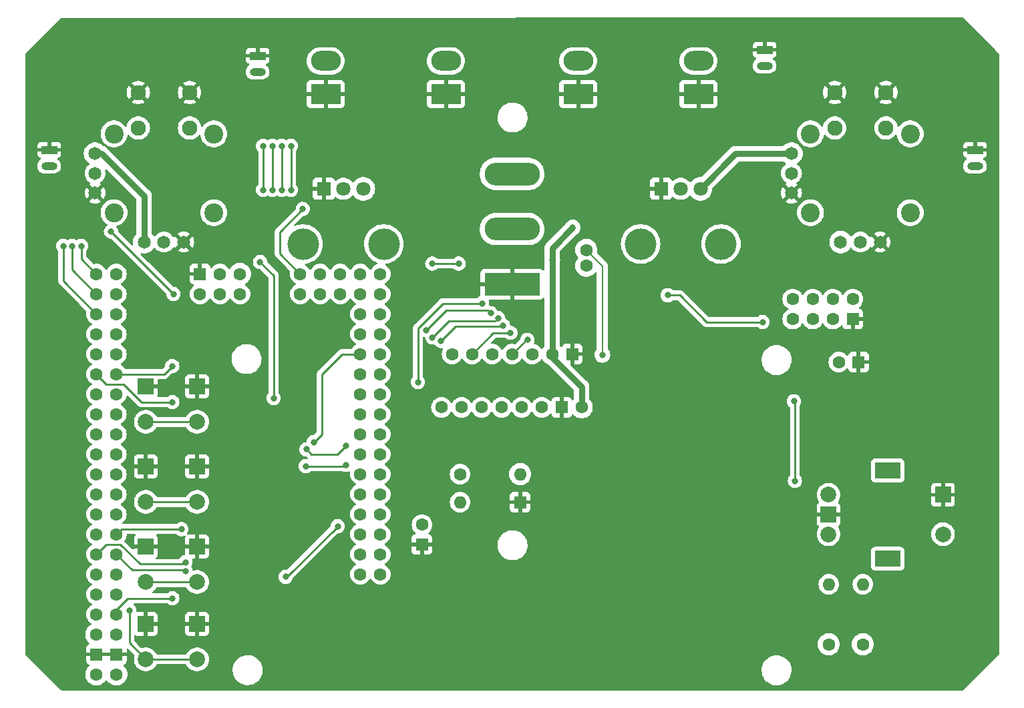
<source format=gbr>
%TF.GenerationSoftware,KiCad,Pcbnew,7.0.8*%
%TF.CreationDate,2025-02-10T02:43:01-05:00*%
%TF.ProjectId,RCTransmitterAecertRobotics,52435472-616e-4736-9d69-747465724165,V1.02*%
%TF.SameCoordinates,Original*%
%TF.FileFunction,Copper,L2,Bot*%
%TF.FilePolarity,Positive*%
%FSLAX46Y46*%
G04 Gerber Fmt 4.6, Leading zero omitted, Abs format (unit mm)*
G04 Created by KiCad (PCBNEW 7.0.8) date 2025-02-10 02:43:01*
%MOMM*%
%LPD*%
G01*
G04 APERTURE LIST*
G04 Aperture macros list*
%AMRoundRect*
0 Rectangle with rounded corners*
0 $1 Rounding radius*
0 $2 $3 $4 $5 $6 $7 $8 $9 X,Y pos of 4 corners*
0 Add a 4 corners polygon primitive as box body*
4,1,4,$2,$3,$4,$5,$6,$7,$8,$9,$2,$3,0*
0 Add four circle primitives for the rounded corners*
1,1,$1+$1,$2,$3*
1,1,$1+$1,$4,$5*
1,1,$1+$1,$6,$7*
1,1,$1+$1,$8,$9*
0 Add four rect primitives between the rounded corners*
20,1,$1+$1,$2,$3,$4,$5,0*
20,1,$1+$1,$4,$5,$6,$7,0*
20,1,$1+$1,$6,$7,$8,$9,0*
20,1,$1+$1,$8,$9,$2,$3,0*%
G04 Aperture macros list end*
%TA.AperFunction,ComponentPad*%
%ADD10R,3.800000X2.500000*%
%TD*%
%TA.AperFunction,ComponentPad*%
%ADD11RoundRect,1.250000X0.650000X0.000000X-0.650000X0.000000X-0.650000X0.000000X0.650000X0.000000X0*%
%TD*%
%TA.AperFunction,ComponentPad*%
%ADD12C,2.000000*%
%TD*%
%TA.AperFunction,ComponentPad*%
%ADD13R,2.000000X2.000000*%
%TD*%
%TA.AperFunction,ComponentPad*%
%ADD14R,3.200000X2.000000*%
%TD*%
%TA.AperFunction,ComponentPad*%
%ADD15C,1.600000*%
%TD*%
%TA.AperFunction,ComponentPad*%
%ADD16O,1.600000X1.600000*%
%TD*%
%TA.AperFunction,ComponentPad*%
%ADD17R,2.000000X1.000000*%
%TD*%
%TA.AperFunction,ComponentPad*%
%ADD18O,2.000000X1.000000*%
%TD*%
%TA.AperFunction,ComponentPad*%
%ADD19R,7.000000X2.900000*%
%TD*%
%TA.AperFunction,ComponentPad*%
%ADD20O,7.000000X2.900000*%
%TD*%
%TA.AperFunction,WasherPad*%
%ADD21C,4.000000*%
%TD*%
%TA.AperFunction,ComponentPad*%
%ADD22R,1.800000X1.800000*%
%TD*%
%TA.AperFunction,ComponentPad*%
%ADD23C,1.800000*%
%TD*%
%TA.AperFunction,ComponentPad*%
%ADD24R,1.600000X1.600000*%
%TD*%
%TA.AperFunction,ComponentPad*%
%ADD25C,1.650000*%
%TD*%
%TA.AperFunction,ComponentPad*%
%ADD26C,1.950000*%
%TD*%
%TA.AperFunction,ComponentPad*%
%ADD27C,2.400000*%
%TD*%
%TA.AperFunction,ViaPad*%
%ADD28C,0.800000*%
%TD*%
%TA.AperFunction,Conductor*%
%ADD29C,0.250000*%
%TD*%
%TA.AperFunction,Conductor*%
%ADD30C,0.750000*%
%TD*%
%TA.AperFunction,Conductor*%
%ADD31C,0.200000*%
%TD*%
G04 APERTURE END LIST*
D10*
%TO.P,Toggle1,1*%
%TO.N,GND*%
X117348000Y-66072000D03*
D11*
%TO.P,Toggle1,2*%
%TO.N,/Toggle A*%
X117348000Y-61872000D03*
%TD*%
D12*
%TO.P,Rotary_Encoder1,A,A*%
%TO.N,/RotaryEncoderB*%
X181080000Y-116920000D03*
%TO.P,Rotary_Encoder1,B,B*%
%TO.N,/RotaryEncoderA*%
X181080000Y-121920000D03*
D13*
%TO.P,Rotary_Encoder1,C,C*%
%TO.N,GND*%
X181080000Y-119420000D03*
D14*
%TO.P,Rotary_Encoder1,MP*%
%TO.N,N/C*%
X188580000Y-113820000D03*
X188580000Y-125020000D03*
D12*
%TO.P,Rotary_Encoder1,S1,S1*%
%TO.N,/Rotary Encoder Switch*%
X195580000Y-121920000D03*
D13*
%TO.P,Rotary_Encoder1,S2,S2*%
%TO.N,GND*%
X195580000Y-116920000D03*
%TD*%
D15*
%TO.P,R4,1*%
%TO.N,/5v*%
X181102000Y-135890000D03*
D16*
%TO.P,R4,2*%
%TO.N,/RotaryEncoderA*%
X181102000Y-128270000D03*
%TD*%
D13*
%TO.P,Button3,1,1*%
%TO.N,GND*%
X94540000Y-123480000D03*
X101040000Y-123480000D03*
D12*
%TO.P,Button3,2,2*%
%TO.N,/Button C*%
X94540000Y-127980000D03*
X101040000Y-127980000D03*
%TD*%
D10*
%TO.P,Toggle3,1*%
%TO.N,GND*%
X149352000Y-66072000D03*
D11*
%TO.P,Toggle3,2*%
%TO.N,/Toggle C*%
X149352000Y-61872000D03*
%TD*%
D17*
%TO.P,Bumper2,1,1*%
%TO.N,GND*%
X82296000Y-73152000D03*
D18*
%TO.P,Bumper2,2,2*%
%TO.N,/Left Bumper B*%
X82296000Y-75184000D03*
%TD*%
D13*
%TO.P,Button4,1,1*%
%TO.N,GND*%
X94540000Y-133300000D03*
X101040000Y-133300000D03*
D12*
%TO.P,Button4,2,2*%
%TO.N,/Button D*%
X94540000Y-137800000D03*
X101040000Y-137800000D03*
%TD*%
D13*
%TO.P,Button2,1,1*%
%TO.N,GND*%
X94540000Y-113320000D03*
X101040000Y-113320000D03*
D12*
%TO.P,Button2,2,2*%
%TO.N,/Button B*%
X94540000Y-117820000D03*
X101040000Y-117820000D03*
%TD*%
D13*
%TO.P,Button1,1,1*%
%TO.N,GND*%
X94540000Y-103160000D03*
X101040000Y-103160000D03*
D12*
%TO.P,Button1,2,2*%
%TO.N,/Button A*%
X94540000Y-107660000D03*
X101040000Y-107660000D03*
%TD*%
D17*
%TO.P,Bumper1,1,1*%
%TO.N,GND*%
X108712000Y-61214000D03*
D18*
%TO.P,Bumper1,2,2*%
%TO.N,/Left Bumper A*%
X108712000Y-63246000D03*
%TD*%
D19*
%TO.P,PowerSwitch1,1,LED*%
%TO.N,GND*%
X140970000Y-90200000D03*
D20*
%TO.P,PowerSwitch1,2,Power*%
%TO.N,/Bat-*%
X140970000Y-83200000D03*
%TO.P,PowerSwitch1,3,Load*%
%TO.N,/Bat+*%
X140970000Y-76200000D03*
%TD*%
D10*
%TO.P,Toggle4,1*%
%TO.N,GND*%
X164592000Y-66072000D03*
D11*
%TO.P,Toggle4,2*%
%TO.N,/Toggle D*%
X164592000Y-61872000D03*
%TD*%
D21*
%TO.P,Pot1,*%
%TO.N,*%
X124705737Y-85096874D03*
X114478111Y-85096874D03*
D22*
%TO.P,Pot1,1,1*%
%TO.N,GND*%
X117100000Y-78090000D03*
D23*
%TO.P,Pot1,2,2*%
%TO.N,/Pot Left*%
X119600000Y-78090000D03*
%TO.P,Pot1,3,3*%
%TO.N,/5v*%
X122100000Y-78090000D03*
%TD*%
D17*
%TO.P,Bumper3,1,1*%
%TO.N,GND*%
X172974000Y-60452000D03*
D18*
%TO.P,Bumper3,2,2*%
%TO.N,/Right Bumper A*%
X172974000Y-62484000D03*
%TD*%
D10*
%TO.P,Toggle2,1*%
%TO.N,GND*%
X132588000Y-66072000D03*
D11*
%TO.P,Toggle2,2*%
%TO.N,/Toggle B*%
X132588000Y-61872000D03*
%TD*%
D21*
%TO.P,Pot2,*%
%TO.N,*%
X167432154Y-85092683D03*
X157253351Y-85092683D03*
D22*
%TO.P,Pot2,1,1*%
%TO.N,GND*%
X159840000Y-78090000D03*
D23*
%TO.P,Pot2,2,2*%
%TO.N,/Pot Right*%
X162340000Y-78090000D03*
%TO.P,Pot2,3,3*%
%TO.N,/5v*%
X164840000Y-78090000D03*
%TD*%
D15*
%TO.P,R3,1*%
%TO.N,/5v*%
X185420000Y-135890000D03*
D16*
%TO.P,R3,2*%
%TO.N,/RotaryEncoderB*%
X185420000Y-128270000D03*
%TD*%
D15*
%TO.P,OLED_LCD_Display1,1,CS*%
%TO.N,/Screen CS*%
X133350000Y-99060000D03*
%TO.P,OLED_LCD_Display1,2,DC*%
%TO.N,/CE*%
X135890000Y-99060000D03*
%TO.P,OLED_LCD_Display1,3,RES*%
%TO.N,/Screen RES*%
X138430000Y-99060000D03*
%TO.P,OLED_LCD_Display1,4,SDA*%
%TO.N,/MOSI*%
X140970000Y-99060000D03*
%TO.P,OLED_LCD_Display1,5,SCK*%
%TO.N,/SCK*%
X143510000Y-99060000D03*
%TO.P,OLED_LCD_Display1,6,VCC*%
%TO.N,/5v*%
X146050000Y-99060000D03*
D24*
%TO.P,OLED_LCD_Display1,7,GND*%
%TO.N,GND*%
X148590000Y-99060000D03*
%TD*%
D25*
%TO.P,Joystick1,1,1*%
%TO.N,/5v*%
X94335000Y-84850000D03*
%TO.P,Joystick1,2,2*%
%TO.N,/Joy Left X*%
X96835000Y-84850000D03*
%TO.P,Joystick1,3,3*%
%TO.N,GND*%
X99335000Y-84850000D03*
%TO.P,Joystick1,11,1'*%
%TO.N,/5v*%
X88105000Y-73620000D03*
%TO.P,Joystick1,12,2'*%
%TO.N,/Joy Left Y*%
X88105000Y-76120000D03*
%TO.P,Joystick1,13,3'*%
%TO.N,GND*%
X88105000Y-78620000D03*
D26*
%TO.P,Joystick1,A1,COM_1*%
%TO.N,/Joy Left Button*%
X100085000Y-70370000D03*
%TO.P,Joystick1,B1,COM_2*%
%TO.N,unconnected-(Joystick1-COM_2-PadB1)*%
X93585000Y-70370000D03*
%TO.P,Joystick1,C1,NO_1*%
%TO.N,GND*%
X100085000Y-65870000D03*
%TO.P,Joystick1,D1,NO_2*%
X93585000Y-65870000D03*
D27*
%TO.P,Joystick1,MH1,MH1*%
%TO.N,unconnected-(Joystick1-PadMH1)*%
X90510000Y-81120000D03*
%TO.P,Joystick1,MH2,MH2*%
%TO.N,unconnected-(Joystick1-PadMH2)*%
X103160000Y-81120000D03*
%TO.P,Joystick1,MH3,MH3*%
%TO.N,unconnected-(Joystick1-PadMH3)*%
X103160000Y-71120000D03*
%TO.P,Joystick1,MH4,MH4*%
%TO.N,unconnected-(Joystick1-PadMH4)*%
X90510000Y-71120000D03*
%TD*%
D17*
%TO.P,Bumper4,1,1*%
%TO.N,GND*%
X199644000Y-73152000D03*
D18*
%TO.P,Bumper4,2,2*%
%TO.N,/Right Bumper B*%
X199644000Y-75184000D03*
%TD*%
D25*
%TO.P,Joystick2,1,1*%
%TO.N,/5v*%
X182605000Y-84850000D03*
%TO.P,Joystick2,2,2*%
%TO.N,/Joy Right X*%
X185105000Y-84850000D03*
%TO.P,Joystick2,3,3*%
%TO.N,GND*%
X187605000Y-84850000D03*
%TO.P,Joystick2,11,1'*%
%TO.N,/5v*%
X176375000Y-73620000D03*
%TO.P,Joystick2,12,2'*%
%TO.N,/Joy Right Y*%
X176375000Y-76120000D03*
%TO.P,Joystick2,13,3'*%
%TO.N,GND*%
X176375000Y-78620000D03*
D26*
%TO.P,Joystick2,A1,COM_1*%
%TO.N,/Joy Right Button*%
X188355000Y-70370000D03*
%TO.P,Joystick2,B1,COM_2*%
%TO.N,unconnected-(Joystick2-COM_2-PadB1)*%
X181855000Y-70370000D03*
%TO.P,Joystick2,C1,NO_1*%
%TO.N,GND*%
X188355000Y-65870000D03*
%TO.P,Joystick2,D1,NO_2*%
X181855000Y-65870000D03*
D27*
%TO.P,Joystick2,MH1,MH1*%
%TO.N,unconnected-(Joystick2-PadMH1)*%
X178780000Y-81120000D03*
%TO.P,Joystick2,MH2,MH2*%
%TO.N,unconnected-(Joystick2-PadMH2)*%
X191430000Y-81120000D03*
%TO.P,Joystick2,MH3,MH3*%
%TO.N,unconnected-(Joystick2-PadMH3)*%
X191430000Y-71120000D03*
%TO.P,Joystick2,MH4,MH4*%
%TO.N,unconnected-(Joystick2-PadMH4)*%
X178780000Y-71120000D03*
%TD*%
D15*
%TO.P,C2,1*%
%TO.N,/3.3v*%
X129540000Y-120714888D03*
D24*
%TO.P,C2,2*%
%TO.N,GND*%
X129540000Y-123214888D03*
%TD*%
D15*
%TO.P,Battery1,1,Pin_1*%
%TO.N,/Bat+*%
X150368000Y-85852000D03*
%TO.P,Battery1,2,Pin_2*%
%TO.N,/Bat-*%
X150368000Y-87852000D03*
%TD*%
%TO.P,Gyroscope1,1,VCC*%
%TO.N,/5v*%
X149789454Y-105816523D03*
D24*
%TO.P,Gyroscope1,2,GND*%
%TO.N,GND*%
X147249454Y-105816523D03*
D15*
%TO.P,Gyroscope1,3,SCL*%
%TO.N,/SCL*%
X144709454Y-105816523D03*
%TO.P,Gyroscope1,4,SDA*%
%TO.N,/SDA*%
X142169454Y-105816523D03*
%TO.P,Gyroscope1,5,XDA*%
%TO.N,unconnected-(Gyroscope1-XDA-Pad5)*%
X139629454Y-105816523D03*
%TO.P,Gyroscope1,6,XCL*%
%TO.N,unconnected-(Gyroscope1-XCL-Pad6)*%
X137089454Y-105816523D03*
%TO.P,Gyroscope1,7,AD0*%
%TO.N,unconnected-(Gyroscope1-AD0-Pad7)*%
X134549454Y-105816523D03*
%TO.P,Gyroscope1,8,INT*%
%TO.N,unconnected-(Gyroscope1-INT-Pad8)*%
X132009454Y-105816523D03*
%TD*%
D24*
%TO.P,R2,1*%
%TO.N,GND*%
X141986000Y-117856000D03*
D16*
%TO.P,R2,2*%
%TO.N,/Battery Voltage*%
X134366000Y-117856000D03*
%TD*%
D15*
%TO.P,Arduino_Mega_Pro1,0,RX*%
%TO.N,unconnected-(Arduino_Mega_Pro1-RX-Pad0)*%
X90805000Y-127000000D03*
%TO.P,Arduino_Mega_Pro1,1,TX*%
%TO.N,unconnected-(Arduino_Mega_Pro1-TX-Pad1)*%
X88265000Y-127000000D03*
%TO.P,Arduino_Mega_Pro1,2,D2*%
%TO.N,/RotaryEncoderA*%
X90805000Y-124460000D03*
%TO.P,Arduino_Mega_Pro1,3,D3*%
%TO.N,/RotaryEncoderB*%
X88265000Y-124460000D03*
%TO.P,Arduino_Mega_Pro1,3V3,3V3*%
%TO.N,/3.3v*%
X88265000Y-132080000D03*
X90805000Y-132080000D03*
%TO.P,Arduino_Mega_Pro1,4,D4*%
%TO.N,/NRF CSN*%
X90805000Y-121920000D03*
%TO.P,Arduino_Mega_Pro1,5,D5*%
%TO.N,unconnected-(Arduino_Mega_Pro1-D5-Pad5)*%
X88265000Y-121920000D03*
%TO.P,Arduino_Mega_Pro1,5V,5V*%
%TO.N,/5v*%
X88265000Y-134620000D03*
X90805000Y-134620000D03*
X106480000Y-88900000D03*
%TO.P,Arduino_Mega_Pro1,6,D6*%
%TO.N,/Button D*%
X90805000Y-119380000D03*
%TO.P,Arduino_Mega_Pro1,7,D7*%
%TO.N,unconnected-(Arduino_Mega_Pro1-D7-Pad7)*%
X88265000Y-119380000D03*
%TO.P,Arduino_Mega_Pro1,8,D8*%
%TO.N,/Button C*%
X90805000Y-116840000D03*
%TO.P,Arduino_Mega_Pro1,9,D9*%
%TO.N,unconnected-(Arduino_Mega_Pro1-D9-Pad9)*%
X88265000Y-116840000D03*
%TO.P,Arduino_Mega_Pro1,10,D10*%
%TO.N,/Button B*%
X90805000Y-114300000D03*
%TO.P,Arduino_Mega_Pro1,11,D11*%
%TO.N,unconnected-(Arduino_Mega_Pro1-D11-Pad11)*%
X88265000Y-114300000D03*
%TO.P,Arduino_Mega_Pro1,12,D12*%
%TO.N,/Button A*%
X90805000Y-111760000D03*
%TO.P,Arduino_Mega_Pro1,13,D13*%
%TO.N,unconnected-(Arduino_Mega_Pro1-D13-Pad13)*%
X88265000Y-111760000D03*
%TO.P,Arduino_Mega_Pro1,14,D14*%
%TO.N,unconnected-(Arduino_Mega_Pro1-D14-Pad14)*%
X90805000Y-109220000D03*
%TO.P,Arduino_Mega_Pro1,15,D15*%
%TO.N,unconnected-(Arduino_Mega_Pro1-D15-Pad15)*%
X88265000Y-109220000D03*
%TO.P,Arduino_Mega_Pro1,16,D16*%
%TO.N,unconnected-(Arduino_Mega_Pro1-D16-Pad16)*%
X90805000Y-106680000D03*
%TO.P,Arduino_Mega_Pro1,17,D17*%
%TO.N,unconnected-(Arduino_Mega_Pro1-D17-Pad17)*%
X88265000Y-106680000D03*
%TO.P,Arduino_Mega_Pro1,18,D18*%
%TO.N,unconnected-(Arduino_Mega_Pro1-D18-Pad18)*%
X90805000Y-104140000D03*
%TO.P,Arduino_Mega_Pro1,19,D19*%
%TO.N,unconnected-(Arduino_Mega_Pro1-D19-Pad19)*%
X88265000Y-104140000D03*
%TO.P,Arduino_Mega_Pro1,20,D20(SDA)*%
%TO.N,/SDA*%
X90805000Y-101600000D03*
%TO.P,Arduino_Mega_Pro1,21,D21(SCL)*%
%TO.N,/SCL*%
X88265000Y-101600000D03*
%TO.P,Arduino_Mega_Pro1,22,D22*%
%TO.N,unconnected-(Arduino_Mega_Pro1-D22-Pad22)*%
X90805000Y-99060000D03*
%TO.P,Arduino_Mega_Pro1,23,D23*%
%TO.N,unconnected-(Arduino_Mega_Pro1-D23-Pad23)*%
X88265000Y-99060000D03*
%TO.P,Arduino_Mega_Pro1,24,D24*%
%TO.N,unconnected-(Arduino_Mega_Pro1-D24-Pad24)*%
X90805000Y-96520000D03*
%TO.P,Arduino_Mega_Pro1,25,D25*%
%TO.N,unconnected-(Arduino_Mega_Pro1-D25-Pad25)*%
X88265000Y-96520000D03*
%TO.P,Arduino_Mega_Pro1,26,D26*%
%TO.N,unconnected-(Arduino_Mega_Pro1-D26-Pad26)*%
X90805000Y-93980000D03*
%TO.P,Arduino_Mega_Pro1,27,D27*%
%TO.N,/Left Bumper A*%
X88265000Y-93980000D03*
%TO.P,Arduino_Mega_Pro1,28,D28*%
%TO.N,unconnected-(Arduino_Mega_Pro1-D28-Pad28)*%
X90805000Y-91440000D03*
%TO.P,Arduino_Mega_Pro1,29,D29*%
%TO.N,/Left Bumper B*%
X88265000Y-91440000D03*
%TO.P,Arduino_Mega_Pro1,30,D30*%
%TO.N,unconnected-(Arduino_Mega_Pro1-D30-Pad30)*%
X90805000Y-88900000D03*
%TO.P,Arduino_Mega_Pro1,31,D31*%
%TO.N,/Joy Left Button*%
X88265000Y-88900000D03*
%TO.P,Arduino_Mega_Pro1,32,D32*%
%TO.N,/Toggle D*%
X124260000Y-106680000D03*
%TO.P,Arduino_Mega_Pro1,33,D33*%
%TO.N,/Toggle C*%
X121720000Y-106680000D03*
%TO.P,Arduino_Mega_Pro1,34,D34*%
%TO.N,/Toggle B*%
X124260000Y-104140000D03*
%TO.P,Arduino_Mega_Pro1,35,D35*%
%TO.N,/Toggle A*%
X121720000Y-104140000D03*
%TO.P,Arduino_Mega_Pro1,36,D36*%
%TO.N,/Joy Right Button*%
X124260000Y-101600000D03*
%TO.P,Arduino_Mega_Pro1,37,D37*%
%TO.N,/Right Bumper B*%
X121720000Y-101600000D03*
%TO.P,Arduino_Mega_Pro1,38,D38*%
%TO.N,/Right Bumper A*%
X124260000Y-99060000D03*
%TO.P,Arduino_Mega_Pro1,39,D39*%
%TO.N,/Rotary Encoder Switch*%
X121720000Y-99060000D03*
%TO.P,Arduino_Mega_Pro1,40,D40*%
%TO.N,/Screen RES*%
X124260000Y-96520000D03*
%TO.P,Arduino_Mega_Pro1,41,D41*%
%TO.N,unconnected-(Arduino_Mega_Pro1-D41-Pad41)*%
X121720000Y-96520000D03*
%TO.P,Arduino_Mega_Pro1,42,D42*%
%TO.N,/Screen CS*%
X124260000Y-93980000D03*
%TO.P,Arduino_Mega_Pro1,43,D43*%
%TO.N,unconnected-(Arduino_Mega_Pro1-D43-Pad43)*%
X121720000Y-93980000D03*
%TO.P,Arduino_Mega_Pro1,44,D44*%
%TO.N,unconnected-(Arduino_Mega_Pro1-D44-Pad44)*%
X124260000Y-91440000D03*
%TO.P,Arduino_Mega_Pro1,45,D45*%
%TO.N,unconnected-(Arduino_Mega_Pro1-D45-Pad45)*%
X121720000Y-91440000D03*
%TO.P,Arduino_Mega_Pro1,46,D46*%
%TO.N,unconnected-(Arduino_Mega_Pro1-D46-Pad46)*%
X124260000Y-88900000D03*
%TO.P,Arduino_Mega_Pro1,47,D47*%
%TO.N,unconnected-(Arduino_Mega_Pro1-D47-Pad47)*%
X121720000Y-88900000D03*
%TO.P,Arduino_Mega_Pro1,48,D48*%
%TO.N,unconnected-(Arduino_Mega_Pro1-D48-Pad48)*%
X119180000Y-88900000D03*
%TO.P,Arduino_Mega_Pro1,49,D49*%
%TO.N,/CE*%
X119180000Y-91440000D03*
%TO.P,Arduino_Mega_Pro1,50,D50(MISO)*%
%TO.N,/MISO*%
X106480000Y-91440000D03*
X116640000Y-88900000D03*
%TO.P,Arduino_Mega_Pro1,51,D51(MOSI)*%
%TO.N,/MOSI*%
X103940000Y-88900000D03*
X116640000Y-91440000D03*
%TO.P,Arduino_Mega_Pro1,52,D52(SCLK)*%
%TO.N,/SCK*%
X103940000Y-91440000D03*
X114100000Y-88900000D03*
%TO.P,Arduino_Mega_Pro1,53,D53(CE)*%
%TO.N,unconnected-(Arduino_Mega_Pro1-D53(CE)-Pad53)*%
X114100000Y-91440000D03*
%TO.P,Arduino_Mega_Pro1,A0,A0*%
%TO.N,/Pot Left*%
X124260000Y-127000000D03*
%TO.P,Arduino_Mega_Pro1,A1,A1*%
%TO.N,unconnected-(Arduino_Mega_Pro1-PadA1)*%
X121720000Y-127000000D03*
%TO.P,Arduino_Mega_Pro1,A2,A2*%
%TO.N,/Joy Right X*%
X124260000Y-124460000D03*
%TO.P,Arduino_Mega_Pro1,A3,A3*%
%TO.N,/Joy Right Y*%
X121720000Y-124460000D03*
%TO.P,Arduino_Mega_Pro1,A4,A4*%
%TO.N,unconnected-(Arduino_Mega_Pro1-PadA4)*%
X124260000Y-121920000D03*
%TO.P,Arduino_Mega_Pro1,A5,A5*%
%TO.N,unconnected-(Arduino_Mega_Pro1-PadA5)*%
X121720000Y-121920000D03*
%TO.P,Arduino_Mega_Pro1,A6,A6*%
%TO.N,/Joy Left X*%
X124260000Y-119380000D03*
%TO.P,Arduino_Mega_Pro1,A7,A7*%
%TO.N,/Joy Left Y*%
X121720000Y-119380000D03*
%TO.P,Arduino_Mega_Pro1,A8,A8*%
%TO.N,/Battery Voltage*%
X124260000Y-116840000D03*
%TO.P,Arduino_Mega_Pro1,A9,A9*%
%TO.N,unconnected-(Arduino_Mega_Pro1-PadA9)*%
X121720000Y-116840000D03*
%TO.P,Arduino_Mega_Pro1,A10,A10*%
%TO.N,unconnected-(Arduino_Mega_Pro1-PadA10)*%
X124260000Y-114300000D03*
%TO.P,Arduino_Mega_Pro1,A11,A11*%
%TO.N,unconnected-(Arduino_Mega_Pro1-PadA11)*%
X121720000Y-114300000D03*
%TO.P,Arduino_Mega_Pro1,A12,A12*%
%TO.N,unconnected-(Arduino_Mega_Pro1-PadA12)*%
X124260000Y-111760000D03*
%TO.P,Arduino_Mega_Pro1,A13,A13*%
%TO.N,unconnected-(Arduino_Mega_Pro1-PadA13)*%
X121720000Y-111760000D03*
%TO.P,Arduino_Mega_Pro1,A14,A14*%
%TO.N,/Pot Right*%
X124260000Y-109220000D03*
%TO.P,Arduino_Mega_Pro1,A15,A15*%
%TO.N,unconnected-(Arduino_Mega_Pro1-PadA15)*%
X121720000Y-109220000D03*
%TO.P,Arduino_Mega_Pro1,AREF,AREF*%
%TO.N,/REF*%
X90805000Y-129540000D03*
D24*
%TO.P,Arduino_Mega_Pro1,GND,GND*%
%TO.N,GND*%
X88265000Y-137160000D03*
X90805000Y-137160000D03*
X101400000Y-88900000D03*
D15*
%TO.P,Arduino_Mega_Pro1,RST,RST*%
%TO.N,unconnected-(Arduino_Mega_Pro1-PadRST)*%
X88265000Y-129540000D03*
X101400000Y-91440000D03*
%TO.P,Arduino_Mega_Pro1,VIN,VIN*%
%TO.N,/Bat+*%
X88265000Y-139700000D03*
X90805000Y-139700000D03*
%TD*%
%TO.P,C1,1*%
%TO.N,/3.3v*%
X182372000Y-100076000D03*
D24*
%TO.P,C1,2*%
%TO.N,GND*%
X184872000Y-100076000D03*
%TD*%
D15*
%TO.P,NRF24L01+PA+LNA1,1,V+*%
%TO.N,/3.3v*%
X184150000Y-92075000D03*
%TO.P,NRF24L01+PA+LNA1,2,CSN*%
%TO.N,/NRF CSN*%
X181610000Y-92075000D03*
%TO.P,NRF24L01+PA+LNA1,3,MOSI*%
%TO.N,/MOSI*%
X179070000Y-92075000D03*
%TO.P,NRF24L01+PA+LNA1,4,IRQ*%
%TO.N,unconnected-(NRF24-IRQ-Pad4)*%
X176530000Y-92075000D03*
%TO.P,NRF24L01+PA+LNA1,5,MISO*%
%TO.N,/MISO*%
X176530000Y-94615000D03*
%TO.P,NRF24L01+PA+LNA1,6,SCK*%
%TO.N,/SCK*%
X179070000Y-94615000D03*
%TO.P,NRF24L01+PA+LNA1,7,CE*%
%TO.N,/CE*%
X181610000Y-94615000D03*
D24*
%TO.P,NRF24L01+PA+LNA1,8,GND*%
%TO.N,GND*%
X184150000Y-94615000D03*
%TD*%
D15*
%TO.P,R1,1*%
%TO.N,/Battery Voltage*%
X134366000Y-114300000D03*
D16*
%TO.P,R1,2*%
%TO.N,/Bat+*%
X141986000Y-114300000D03*
%TD*%
D28*
%TO.N,/CE*%
X140750331Y-96369500D03*
%TO.N,GND*%
X80772000Y-84836000D03*
X154432000Y-80772000D03*
X155448000Y-91440000D03*
X145796000Y-109220000D03*
X139700000Y-102616000D03*
X163068000Y-108204000D03*
X160528000Y-137160000D03*
X102929041Y-140295973D03*
X173736000Y-71628000D03*
X129820556Y-108337148D03*
X182372000Y-97028000D03*
X92456000Y-58928000D03*
X195072000Y-63500000D03*
X105156000Y-65786000D03*
X119888000Y-138684000D03*
X98806000Y-89154000D03*
X107188000Y-116332000D03*
X132080000Y-114808000D03*
X149352000Y-91440000D03*
X178308000Y-119634000D03*
X192024000Y-116840000D03*
X148336000Y-71628000D03*
X107696000Y-123444000D03*
X96092572Y-73528443D03*
X93218000Y-140208000D03*
X89408000Y-66040000D03*
X104648000Y-132588000D03*
X100076000Y-97028000D03*
X93974276Y-131266266D03*
X81788000Y-106680000D03*
X135200919Y-124257127D03*
X93472000Y-99568000D03*
X165100000Y-72136000D03*
X181356000Y-59436000D03*
X196088000Y-134620000D03*
X189594180Y-129195269D03*
X196596000Y-75692000D03*
X82296000Y-128016000D03*
X124968000Y-69088000D03*
X170434000Y-129794000D03*
X157988000Y-101092000D03*
X174244000Y-85344000D03*
X153416000Y-124460000D03*
X187452000Y-75184000D03*
%TO.N,/3.3v*%
X112268000Y-127329500D03*
X118872000Y-120904000D03*
X97889000Y-130048000D03*
%TO.N,/5v*%
X148634307Y-83013693D03*
X146050000Y-87122000D03*
%TO.N,/Rotary Encoder Switch*%
X115824000Y-110236000D03*
%TO.N,/Left Bumper A*%
X84060994Y-85344000D03*
%TO.N,/Right Bumper A*%
X130048000Y-96012000D03*
X138251968Y-93870873D03*
%TO.N,/Left Bumper B*%
X85185497Y-85344000D03*
%TO.N,/Right Bumper B*%
X139192000Y-94488000D03*
X130872180Y-96945918D03*
%TO.N,/Joy Right Button*%
X131951976Y-97407976D03*
X139809127Y-95428032D03*
%TO.N,/Toggle C*%
X110585497Y-72644000D03*
X110585498Y-78233248D03*
%TO.N,/Toggle D*%
X109411038Y-72654093D03*
X109410996Y-78231539D03*
%TO.N,/Toggle B*%
X111760000Y-72644000D03*
X111760000Y-78232000D03*
%TO.N,/Toggle A*%
X112938728Y-72644000D03*
X112934503Y-78232000D03*
%TO.N,/Joy Left Button*%
X86360000Y-85344000D03*
%TO.N,/Button D*%
X92456000Y-131572000D03*
%TO.N,/Pot Right*%
X129032000Y-102616000D03*
X137160000Y-92622500D03*
%TO.N,/SCL*%
X97889000Y-105156000D03*
X114808000Y-113284000D03*
X119888000Y-113135479D03*
%TO.N,/SDA*%
X97889000Y-100584000D03*
X114900688Y-111159312D03*
X119888000Y-110726888D03*
%TO.N,/Pot Left*%
X109012500Y-87376000D03*
X110744000Y-104648000D03*
%TO.N,/Joy Left Y*%
X98044000Y-91440000D03*
X90125693Y-83521693D03*
%TO.N,/SCK*%
X114427000Y-80645000D03*
%TO.N,/MISO*%
X172720000Y-94996000D03*
X130850000Y-87590000D03*
X160689312Y-91601312D03*
X134199500Y-87590000D03*
%TO.N,/MOSI*%
X142902968Y-97251592D03*
%TO.N,/NRF CSN*%
X176812349Y-115149500D03*
X176691312Y-105063312D03*
X99060000Y-121271285D03*
%TO.N,/RotaryEncoderB*%
X99568000Y-125476000D03*
%TO.N,/RotaryEncoderA*%
X99597535Y-126650131D03*
%TO.N,/Bat+*%
X152408340Y-99168500D03*
%TD*%
D29*
%TO.N,/CE*%
X140750331Y-96369500D02*
X138580500Y-96369500D01*
X138580500Y-96369500D02*
X135890000Y-99060000D01*
%TO.N,/3.3v*%
X90805000Y-132080000D02*
X90805000Y-131512918D01*
X90805000Y-131512918D02*
X92269918Y-130048000D01*
X112446500Y-127329500D02*
X112268000Y-127329500D01*
X92269918Y-130048000D02*
X97889000Y-130048000D01*
X118872000Y-120904000D02*
X112446500Y-127329500D01*
D30*
%TO.N,/5v*%
X146050000Y-85598000D02*
X148634307Y-83013693D01*
X169310000Y-73620000D02*
X176375000Y-73620000D01*
X94335000Y-79025000D02*
X88930000Y-73620000D01*
X94335000Y-84850000D02*
X94335000Y-79025000D01*
X88930000Y-73620000D02*
X88105000Y-73620000D01*
X149789454Y-103238312D02*
X146050000Y-99498858D01*
X146050000Y-87122000D02*
X146050000Y-85598000D01*
X146050000Y-99498858D02*
X146050000Y-99060000D01*
X164840000Y-78090000D02*
X169310000Y-73620000D01*
X146050000Y-87122000D02*
X146050000Y-99060000D01*
X149789454Y-105816523D02*
X149789454Y-103238312D01*
D29*
%TO.N,/Rotary Encoder Switch*%
X115824000Y-110236000D02*
X116840000Y-109220000D01*
X116840000Y-109220000D02*
X116840000Y-101600000D01*
X116840000Y-101600000D02*
X119380000Y-99060000D01*
X119380000Y-99060000D02*
X121920000Y-99060000D01*
%TO.N,/Left Bumper A*%
X84060994Y-89775994D02*
X88265000Y-93980000D01*
X84060994Y-85344000D02*
X84060994Y-89775994D01*
%TO.N,/Right Bumper A*%
X138251968Y-93870873D02*
X137853095Y-93472000D01*
X132588000Y-93472000D02*
X130048000Y-96012000D01*
X137853095Y-93472000D02*
X132588000Y-93472000D01*
%TO.N,/Left Bumper B*%
X85185497Y-88360497D02*
X88265000Y-91440000D01*
X85185497Y-85344000D02*
X85185497Y-88360497D01*
%TO.N,/Right Bumper B*%
X138785000Y-94895000D02*
X132923098Y-94895000D01*
X139192000Y-94488000D02*
X138785000Y-94895000D01*
X132923098Y-94895000D02*
X130872180Y-96945918D01*
%TO.N,/Joy Right Button*%
X139809127Y-95428032D02*
X139717159Y-95520000D01*
X139717159Y-95520000D02*
X133839952Y-95520000D01*
X133839952Y-95520000D02*
X131951976Y-97407976D01*
%TO.N,/Toggle C*%
X110585497Y-72644000D02*
X110585498Y-78233248D01*
%TO.N,/Toggle D*%
X109411038Y-78231497D02*
X109411038Y-72654093D01*
X109410996Y-78231539D02*
X109411038Y-78231497D01*
%TO.N,/Toggle B*%
X111760000Y-78232000D02*
X111760000Y-72644000D01*
%TO.N,/Toggle A*%
X112934503Y-78232000D02*
X112938728Y-78227775D01*
X112938728Y-78227775D02*
X112938728Y-72644000D01*
%TO.N,/Joy Left Button*%
X86360000Y-85344000D02*
X86360000Y-86995000D01*
X86360000Y-86995000D02*
X88265000Y-88900000D01*
%TO.N,/Button D*%
X92456000Y-131572000D02*
X92456000Y-135716000D01*
X94540000Y-137800000D02*
X101040000Y-137800000D01*
X92456000Y-135716000D02*
X94540000Y-137800000D01*
%TO.N,/Button C*%
X94540000Y-127980000D02*
X101040000Y-127980000D01*
%TO.N,/Button B*%
X94540000Y-117820000D02*
X101040000Y-117820000D01*
%TO.N,/Button A*%
X94540000Y-107660000D02*
X101040000Y-107660000D01*
%TO.N,/Pot Right*%
X129032000Y-95755207D02*
X129032000Y-102616000D01*
X132164707Y-92622500D02*
X129032000Y-95755207D01*
X137160000Y-92622500D02*
X132164707Y-92622500D01*
%TO.N,/SCL*%
X91702000Y-102878000D02*
X89543000Y-102878000D01*
X89543000Y-102878000D02*
X88265000Y-101600000D01*
X97889000Y-105156000D02*
X93980000Y-105156000D01*
X119739479Y-113284000D02*
X114808000Y-113284000D01*
X93980000Y-105156000D02*
X91702000Y-102878000D01*
X119888000Y-113135479D02*
X119739479Y-113284000D01*
%TO.N,/SDA*%
X115501376Y-111760000D02*
X114900688Y-111159312D01*
X97889000Y-100584000D02*
X96873000Y-101600000D01*
X119888000Y-110726888D02*
X118854888Y-111760000D01*
X96873000Y-101600000D02*
X90805000Y-101600000D01*
X118854888Y-111760000D02*
X115501376Y-111760000D01*
%TO.N,/Pot Left*%
X110744000Y-104648000D02*
X110744000Y-89107500D01*
X110744000Y-89107500D02*
X109012500Y-87376000D01*
%TO.N,/Joy Left Y*%
X90125693Y-83521693D02*
X98044000Y-91440000D01*
%TO.N,/SCK*%
X111506000Y-86306000D02*
X111506000Y-83566000D01*
X111506000Y-83566000D02*
X114427000Y-80645000D01*
X114100000Y-88900000D02*
X111506000Y-86306000D01*
%TO.N,/MISO*%
X160689312Y-91601312D02*
X162213312Y-91601312D01*
X134199500Y-87590000D02*
X130850000Y-87590000D01*
X162213312Y-91601312D02*
X165608000Y-94996000D01*
X165608000Y-94996000D02*
X172720000Y-94996000D01*
%TO.N,/MOSI*%
X142778408Y-97251592D02*
X140970000Y-99060000D01*
X142902968Y-97251592D02*
X142778408Y-97251592D01*
%TO.N,/NRF CSN*%
X99060000Y-121271285D02*
X91453715Y-121271285D01*
X91453715Y-121271285D02*
X90805000Y-121920000D01*
X176812349Y-105184349D02*
X176812349Y-115149500D01*
X176691312Y-105063312D02*
X176812349Y-105184349D01*
%TO.N,/RotaryEncoderB*%
X99568000Y-125476000D02*
X99322000Y-125722000D01*
X99322000Y-125722000D02*
X93844962Y-125722000D01*
X91312962Y-123190000D02*
X89535000Y-123190000D01*
X93844962Y-125722000D02*
X91312962Y-123190000D01*
X89535000Y-123190000D02*
X88265000Y-124460000D01*
%TO.N,/RotaryEncoderA*%
X99427404Y-126480000D02*
X92825000Y-126480000D01*
X99597535Y-126650131D02*
X99427404Y-126480000D01*
X92825000Y-126480000D02*
X90805000Y-124460000D01*
D31*
%TO.N,/Bat+*%
X152400000Y-87884000D02*
X150368000Y-85852000D01*
X152408340Y-99168500D02*
X152400000Y-99160160D01*
X152400000Y-99160160D02*
X152400000Y-87884000D01*
%TD*%
%TA.AperFunction,Conductor*%
%TO.N,GND*%
G36*
X90477359Y-136921955D02*
G01*
X90419835Y-137034852D01*
X90400014Y-137160000D01*
X90419835Y-137285148D01*
X90477359Y-137398045D01*
X90489314Y-137410000D01*
X88580686Y-137410000D01*
X88592641Y-137398045D01*
X88650165Y-137285148D01*
X88669986Y-137160000D01*
X88650165Y-137034852D01*
X88592641Y-136921955D01*
X88580686Y-136910000D01*
X90489314Y-136910000D01*
X90477359Y-136921955D01*
G37*
%TD.AperFunction*%
%TA.AperFunction,Conductor*%
G36*
X98423291Y-121916470D02*
G01*
X98448400Y-121937811D01*
X98454126Y-121944170D01*
X98454130Y-121944174D01*
X98607265Y-122055433D01*
X98607270Y-122055436D01*
X98780192Y-122132427D01*
X98780197Y-122132429D01*
X98965354Y-122171785D01*
X98965355Y-122171785D01*
X99154644Y-122171785D01*
X99154646Y-122171785D01*
X99339803Y-122132429D01*
X99408924Y-122101653D01*
X99425127Y-122094440D01*
X99494377Y-122085155D01*
X99557653Y-122114783D01*
X99594867Y-122173917D01*
X99594202Y-122243784D01*
X99591745Y-122251052D01*
X99546403Y-122372620D01*
X99546401Y-122372627D01*
X99540000Y-122432155D01*
X99540000Y-123230000D01*
X100545148Y-123230000D01*
X100496441Y-123367047D01*
X100486123Y-123517886D01*
X100516884Y-123665915D01*
X100550090Y-123730000D01*
X99540000Y-123730000D01*
X99540000Y-124460921D01*
X99520315Y-124527960D01*
X99467511Y-124573715D01*
X99441781Y-124582211D01*
X99288197Y-124614855D01*
X99288192Y-124614857D01*
X99115270Y-124691848D01*
X99115265Y-124691851D01*
X98962129Y-124803111D01*
X98835466Y-124943785D01*
X98783092Y-125034500D01*
X98732525Y-125082715D01*
X98675705Y-125096500D01*
X95923351Y-125096500D01*
X95856312Y-125076815D01*
X95810557Y-125024011D01*
X95800613Y-124954853D01*
X95829638Y-124891297D01*
X95849040Y-124873234D01*
X95897187Y-124837190D01*
X95897190Y-124837187D01*
X95983350Y-124722093D01*
X95983354Y-124722086D01*
X96033596Y-124587379D01*
X96033598Y-124587372D01*
X96039999Y-124527844D01*
X96040000Y-124527827D01*
X96040000Y-123730000D01*
X95034852Y-123730000D01*
X95083559Y-123592953D01*
X95093877Y-123442114D01*
X95063116Y-123294085D01*
X95029910Y-123230000D01*
X96040000Y-123230000D01*
X96040000Y-122432172D01*
X96039999Y-122432155D01*
X96033598Y-122372627D01*
X96033596Y-122372620D01*
X95983354Y-122237913D01*
X95983350Y-122237906D01*
X95897190Y-122122812D01*
X95897188Y-122122810D01*
X95893501Y-122120050D01*
X95851631Y-122064115D01*
X95846648Y-121994424D01*
X95880135Y-121933101D01*
X95941459Y-121899618D01*
X95967814Y-121896785D01*
X98356252Y-121896785D01*
X98423291Y-121916470D01*
G37*
%TD.AperFunction*%
%TA.AperFunction,Conductor*%
G36*
X93179225Y-121916470D02*
G01*
X93224980Y-121969274D01*
X93234924Y-122038432D01*
X93205899Y-122101988D01*
X93186499Y-122120050D01*
X93182811Y-122122810D01*
X93182809Y-122122812D01*
X93096649Y-122237906D01*
X93096645Y-122237913D01*
X93046403Y-122372620D01*
X93046401Y-122372627D01*
X93040000Y-122432155D01*
X93040000Y-123230000D01*
X94045148Y-123230000D01*
X93996441Y-123367047D01*
X93986123Y-123517886D01*
X94016884Y-123665915D01*
X94050090Y-123730000D01*
X93040000Y-123730000D01*
X93040000Y-123733085D01*
X93020315Y-123800124D01*
X92967511Y-123845879D01*
X92898353Y-123855823D01*
X92834797Y-123826798D01*
X92828319Y-123820766D01*
X91862823Y-122855270D01*
X91829338Y-122793947D01*
X91834322Y-122724255D01*
X91848921Y-122696478D01*
X91935568Y-122572734D01*
X92031739Y-122366496D01*
X92090635Y-122146692D01*
X92102596Y-122009978D01*
X92128048Y-121944909D01*
X92184639Y-121903930D01*
X92226124Y-121896785D01*
X93112186Y-121896785D01*
X93179225Y-121916470D01*
G37*
%TD.AperFunction*%
%TA.AperFunction,Conductor*%
G36*
X141220000Y-92150000D02*
G01*
X144517828Y-92150000D01*
X144517844Y-92149999D01*
X144577372Y-92143598D01*
X144577379Y-92143596D01*
X144712086Y-92093354D01*
X144712093Y-92093350D01*
X144827187Y-92007190D01*
X144827188Y-92007189D01*
X144851233Y-91975070D01*
X144907166Y-91933198D01*
X144976858Y-91928214D01*
X145038181Y-91961699D01*
X145071666Y-92023022D01*
X145074500Y-92049380D01*
X145074500Y-98003464D01*
X145054815Y-98070503D01*
X145041730Y-98087446D01*
X144941023Y-98196843D01*
X144825131Y-98374230D01*
X144771984Y-98419586D01*
X144702753Y-98429010D01*
X144639417Y-98399508D01*
X144619749Y-98377533D01*
X144510047Y-98220861D01*
X144510045Y-98220858D01*
X144349141Y-98059954D01*
X144162734Y-97929432D01*
X144162732Y-97929431D01*
X143956497Y-97833261D01*
X143956490Y-97833259D01*
X143809630Y-97793908D01*
X143749970Y-97757543D01*
X143719441Y-97694696D01*
X143727736Y-97625320D01*
X143728451Y-97623684D01*
X143730148Y-97619873D01*
X143753767Y-97547181D01*
X143788642Y-97439848D01*
X143808428Y-97251592D01*
X143788642Y-97063336D01*
X143730147Y-96883308D01*
X143635501Y-96719376D01*
X143508839Y-96578704D01*
X143480011Y-96557759D01*
X143355702Y-96467443D01*
X143355697Y-96467440D01*
X143182775Y-96390449D01*
X143182770Y-96390447D01*
X143036969Y-96359457D01*
X142997614Y-96351092D01*
X142808322Y-96351092D01*
X142779675Y-96357181D01*
X142623165Y-96390447D01*
X142623160Y-96390449D01*
X142450238Y-96467440D01*
X142450233Y-96467443D01*
X142297097Y-96578703D01*
X142170434Y-96719377D01*
X142075789Y-96883307D01*
X142075786Y-96883314D01*
X142017294Y-97063334D01*
X142017293Y-97063338D01*
X142014275Y-97092054D01*
X141987690Y-97156668D01*
X141978636Y-97166771D01*
X141384821Y-97760586D01*
X141323498Y-97794071D01*
X141265048Y-97792680D01*
X141196697Y-97774366D01*
X141196693Y-97774365D01*
X141196692Y-97774365D01*
X141083346Y-97764448D01*
X140970001Y-97754532D01*
X140969998Y-97754532D01*
X140743313Y-97774364D01*
X140743302Y-97774366D01*
X140523511Y-97833258D01*
X140523502Y-97833261D01*
X140317267Y-97929431D01*
X140317265Y-97929432D01*
X140130858Y-98059954D01*
X139969954Y-98220858D01*
X139839432Y-98407265D01*
X139839431Y-98407267D01*
X139812382Y-98465275D01*
X139766209Y-98517714D01*
X139699016Y-98536866D01*
X139632135Y-98516650D01*
X139587618Y-98465275D01*
X139580186Y-98449337D01*
X139560568Y-98407266D01*
X139430047Y-98220861D01*
X139430045Y-98220858D01*
X139269141Y-98059954D01*
X139082734Y-97929432D01*
X139082732Y-97929431D01*
X138876497Y-97833261D01*
X138876488Y-97833258D01*
X138656697Y-97774366D01*
X138656693Y-97774365D01*
X138656692Y-97774365D01*
X138656691Y-97774364D01*
X138656686Y-97774364D01*
X138430002Y-97754532D01*
X138429996Y-97754532D01*
X138385894Y-97758390D01*
X138317394Y-97744623D01*
X138267212Y-97696007D01*
X138251279Y-97627978D01*
X138274655Y-97562135D01*
X138287399Y-97547190D01*
X138803271Y-97031319D01*
X138864594Y-96997834D01*
X138890952Y-96995000D01*
X140046583Y-96995000D01*
X140113622Y-97014685D01*
X140138731Y-97036026D01*
X140144457Y-97042385D01*
X140144461Y-97042389D01*
X140297596Y-97153648D01*
X140297601Y-97153651D01*
X140470523Y-97230642D01*
X140470528Y-97230644D01*
X140655685Y-97270000D01*
X140655686Y-97270000D01*
X140844975Y-97270000D01*
X140844977Y-97270000D01*
X141030134Y-97230644D01*
X141203061Y-97153651D01*
X141356202Y-97042388D01*
X141482864Y-96901716D01*
X141577510Y-96737784D01*
X141636005Y-96557756D01*
X141655791Y-96369500D01*
X141636005Y-96181244D01*
X141577510Y-96001216D01*
X141482864Y-95837284D01*
X141356202Y-95696612D01*
X141334523Y-95680861D01*
X141203065Y-95585351D01*
X141203060Y-95585348D01*
X141030138Y-95508357D01*
X141030133Y-95508355D01*
X140882826Y-95477045D01*
X140844977Y-95469000D01*
X140844976Y-95469000D01*
X140830543Y-95469000D01*
X140763504Y-95449315D01*
X140717749Y-95396511D01*
X140707222Y-95357961D01*
X140706454Y-95350654D01*
X140694801Y-95239776D01*
X140636306Y-95059748D01*
X140541660Y-94895816D01*
X140414998Y-94755144D01*
X140394358Y-94740148D01*
X140261859Y-94643882D01*
X140171023Y-94603438D01*
X140117787Y-94558187D01*
X140098407Y-94494434D01*
X140098139Y-94494463D01*
X140097992Y-94493070D01*
X140097466Y-94491338D01*
X140097460Y-94490159D01*
X140097460Y-94488002D01*
X140094915Y-94463785D01*
X140077674Y-94299744D01*
X140019179Y-94119716D01*
X139924533Y-93955784D01*
X139797871Y-93815112D01*
X139796968Y-93814456D01*
X139644734Y-93703851D01*
X139644729Y-93703848D01*
X139471807Y-93626857D01*
X139471802Y-93626855D01*
X139326001Y-93595865D01*
X139286646Y-93587500D01*
X139286645Y-93587500D01*
X139196827Y-93587500D01*
X139129788Y-93567815D01*
X139084033Y-93515011D01*
X139079544Y-93503480D01*
X139079145Y-93502585D01*
X138984502Y-93338658D01*
X138874767Y-93216785D01*
X138857839Y-93197985D01*
X138857838Y-93197984D01*
X138704702Y-93086724D01*
X138704697Y-93086721D01*
X138531775Y-93009730D01*
X138531770Y-93009728D01*
X138385969Y-92978738D01*
X138346614Y-92970373D01*
X138346613Y-92970373D01*
X138270857Y-92970373D01*
X138211106Y-92955027D01*
X138208145Y-92953399D01*
X138206108Y-92952279D01*
X138189862Y-92941606D01*
X138174030Y-92929326D01*
X138174029Y-92929325D01*
X138131264Y-92910819D01*
X138126019Y-92908249D01*
X138112574Y-92900859D01*
X138063308Y-92851315D01*
X138048648Y-92783000D01*
X138048978Y-92779311D01*
X138065460Y-92622500D01*
X138045674Y-92434244D01*
X138006058Y-92312318D01*
X138004063Y-92242477D01*
X138040143Y-92182644D01*
X138102844Y-92151816D01*
X138123989Y-92150000D01*
X140720000Y-92150000D01*
X140720000Y-90700000D01*
X141220000Y-90700000D01*
X141220000Y-92150000D01*
G37*
%TD.AperFunction*%
%TA.AperFunction,Conductor*%
G36*
X198135253Y-56357197D02*
G01*
X198156420Y-56374342D01*
X202209236Y-60471906D01*
X202656161Y-60923765D01*
X202689309Y-60985272D01*
X202692000Y-61010964D01*
X202692000Y-137108638D01*
X202672315Y-137175677D01*
X202655681Y-137196319D01*
X198156319Y-141695681D01*
X198094996Y-141729166D01*
X198068638Y-141732000D01*
X83871362Y-141732000D01*
X83804323Y-141712315D01*
X83783681Y-141695681D01*
X79284319Y-137196319D01*
X79250834Y-137134996D01*
X79248000Y-137108638D01*
X79248000Y-85344000D01*
X83155534Y-85344000D01*
X83175320Y-85532256D01*
X83175321Y-85532259D01*
X83233812Y-85712277D01*
X83233815Y-85712284D01*
X83328461Y-85876216D01*
X83352005Y-85902364D01*
X83403644Y-85959715D01*
X83433874Y-86022706D01*
X83435494Y-86042687D01*
X83435494Y-89693249D01*
X83433769Y-89708866D01*
X83434055Y-89708893D01*
X83433320Y-89716659D01*
X83435494Y-89785808D01*
X83435494Y-89815337D01*
X83435495Y-89815354D01*
X83436362Y-89822225D01*
X83436820Y-89828044D01*
X83438284Y-89874618D01*
X83438285Y-89874621D01*
X83443874Y-89893861D01*
X83447818Y-89912905D01*
X83450330Y-89932786D01*
X83467484Y-89976113D01*
X83469376Y-89981641D01*
X83482376Y-90026384D01*
X83484851Y-90030570D01*
X83492574Y-90043628D01*
X83501132Y-90061097D01*
X83508508Y-90079726D01*
X83535892Y-90117417D01*
X83539100Y-90122301D01*
X83562821Y-90162410D01*
X83562827Y-90162418D01*
X83576984Y-90176574D01*
X83589622Y-90191370D01*
X83599118Y-90204441D01*
X83601400Y-90207581D01*
X83621444Y-90224163D01*
X83637303Y-90237282D01*
X83641614Y-90241204D01*
X86145877Y-92745468D01*
X86965586Y-93565177D01*
X86999071Y-93626500D01*
X86997680Y-93684949D01*
X86979367Y-93753296D01*
X86979364Y-93753313D01*
X86959532Y-93979999D01*
X86959532Y-93980001D01*
X86979364Y-94206686D01*
X86979366Y-94206697D01*
X87038258Y-94426488D01*
X87038261Y-94426497D01*
X87134431Y-94632732D01*
X87134432Y-94632734D01*
X87264954Y-94819141D01*
X87425858Y-94980045D01*
X87425861Y-94980047D01*
X87612266Y-95110568D01*
X87670275Y-95137618D01*
X87722714Y-95183791D01*
X87741866Y-95250984D01*
X87721650Y-95317865D01*
X87670275Y-95362382D01*
X87612267Y-95389431D01*
X87612265Y-95389432D01*
X87425858Y-95519954D01*
X87264954Y-95680858D01*
X87134432Y-95867265D01*
X87134431Y-95867267D01*
X87038261Y-96073502D01*
X87038258Y-96073511D01*
X86979366Y-96293302D01*
X86979364Y-96293313D01*
X86959532Y-96519998D01*
X86959532Y-96520001D01*
X86979364Y-96746686D01*
X86979366Y-96746697D01*
X87038258Y-96966488D01*
X87038261Y-96966497D01*
X87134431Y-97172732D01*
X87134432Y-97172734D01*
X87264954Y-97359141D01*
X87425858Y-97520045D01*
X87425861Y-97520047D01*
X87612266Y-97650568D01*
X87670275Y-97677618D01*
X87722714Y-97723791D01*
X87741866Y-97790984D01*
X87721650Y-97857865D01*
X87670275Y-97902381D01*
X87653272Y-97910310D01*
X87612267Y-97929431D01*
X87612265Y-97929432D01*
X87425858Y-98059954D01*
X87264954Y-98220858D01*
X87134432Y-98407265D01*
X87134431Y-98407267D01*
X87038261Y-98613502D01*
X87038258Y-98613511D01*
X86979366Y-98833302D01*
X86979364Y-98833313D01*
X86959532Y-99059998D01*
X86959532Y-99060001D01*
X86979364Y-99286686D01*
X86979366Y-99286697D01*
X87038258Y-99506488D01*
X87038261Y-99506497D01*
X87134431Y-99712732D01*
X87134432Y-99712734D01*
X87264954Y-99899141D01*
X87425858Y-100060045D01*
X87425861Y-100060047D01*
X87612266Y-100190568D01*
X87669357Y-100217190D01*
X87670275Y-100217618D01*
X87722714Y-100263791D01*
X87741866Y-100330984D01*
X87721650Y-100397865D01*
X87670275Y-100442382D01*
X87612267Y-100469431D01*
X87612265Y-100469432D01*
X87425858Y-100599954D01*
X87264954Y-100760858D01*
X87134432Y-100947265D01*
X87134431Y-100947267D01*
X87038261Y-101153502D01*
X87038258Y-101153511D01*
X86979366Y-101373302D01*
X86979364Y-101373313D01*
X86959532Y-101599998D01*
X86959532Y-101600001D01*
X86979364Y-101826686D01*
X86979366Y-101826697D01*
X87038258Y-102046488D01*
X87038261Y-102046497D01*
X87134431Y-102252732D01*
X87134432Y-102252734D01*
X87264954Y-102439141D01*
X87425858Y-102600045D01*
X87425861Y-102600047D01*
X87612266Y-102730568D01*
X87670275Y-102757618D01*
X87722714Y-102803791D01*
X87741866Y-102870984D01*
X87721650Y-102937865D01*
X87670275Y-102982382D01*
X87612267Y-103009431D01*
X87612265Y-103009432D01*
X87425858Y-103139954D01*
X87264954Y-103300858D01*
X87134432Y-103487265D01*
X87134431Y-103487267D01*
X87038261Y-103693502D01*
X87038258Y-103693511D01*
X86979366Y-103913302D01*
X86979364Y-103913313D01*
X86959532Y-104139998D01*
X86959532Y-104140001D01*
X86979364Y-104366686D01*
X86979366Y-104366697D01*
X87038258Y-104586488D01*
X87038261Y-104586497D01*
X87134431Y-104792732D01*
X87134432Y-104792734D01*
X87264954Y-104979141D01*
X87425858Y-105140045D01*
X87448644Y-105156000D01*
X87612266Y-105270568D01*
X87670275Y-105297618D01*
X87722714Y-105343791D01*
X87741866Y-105410984D01*
X87721650Y-105477865D01*
X87670275Y-105522382D01*
X87612267Y-105549431D01*
X87612265Y-105549432D01*
X87425858Y-105679954D01*
X87264954Y-105840858D01*
X87134432Y-106027265D01*
X87134431Y-106027267D01*
X87038261Y-106233502D01*
X87038258Y-106233511D01*
X86979366Y-106453302D01*
X86979364Y-106453313D01*
X86959532Y-106679998D01*
X86959532Y-106680001D01*
X86979364Y-106906686D01*
X86979366Y-106906697D01*
X87038258Y-107126488D01*
X87038261Y-107126497D01*
X87134431Y-107332732D01*
X87134432Y-107332734D01*
X87264954Y-107519141D01*
X87425858Y-107680045D01*
X87425861Y-107680047D01*
X87612266Y-107810568D01*
X87670275Y-107837618D01*
X87722714Y-107883791D01*
X87741866Y-107950984D01*
X87721650Y-108017865D01*
X87670275Y-108062382D01*
X87612267Y-108089431D01*
X87612265Y-108089432D01*
X87425858Y-108219954D01*
X87264954Y-108380858D01*
X87134432Y-108567265D01*
X87134431Y-108567267D01*
X87038261Y-108773502D01*
X87038258Y-108773511D01*
X86979366Y-108993302D01*
X86979364Y-108993313D01*
X86959532Y-109219998D01*
X86959532Y-109220001D01*
X86979364Y-109446686D01*
X86979366Y-109446697D01*
X87038258Y-109666488D01*
X87038261Y-109666497D01*
X87134431Y-109872732D01*
X87134432Y-109872734D01*
X87264954Y-110059141D01*
X87425858Y-110220045D01*
X87425861Y-110220047D01*
X87612266Y-110350568D01*
X87665006Y-110375161D01*
X87670275Y-110377618D01*
X87722714Y-110423791D01*
X87741866Y-110490984D01*
X87721650Y-110557865D01*
X87670275Y-110602381D01*
X87653272Y-110610310D01*
X87612267Y-110629431D01*
X87612265Y-110629432D01*
X87425858Y-110759954D01*
X87264954Y-110920858D01*
X87134432Y-111107265D01*
X87134431Y-111107267D01*
X87038261Y-111313502D01*
X87038258Y-111313511D01*
X86979366Y-111533302D01*
X86979364Y-111533313D01*
X86959532Y-111759998D01*
X86959532Y-111760001D01*
X86979364Y-111986686D01*
X86979366Y-111986697D01*
X87038258Y-112206488D01*
X87038261Y-112206497D01*
X87134431Y-112412732D01*
X87134432Y-112412734D01*
X87264954Y-112599141D01*
X87425858Y-112760045D01*
X87425861Y-112760047D01*
X87612266Y-112890568D01*
X87631421Y-112899500D01*
X87670275Y-112917618D01*
X87722714Y-112963791D01*
X87741866Y-113030984D01*
X87721650Y-113097865D01*
X87670275Y-113142382D01*
X87612267Y-113169431D01*
X87612265Y-113169432D01*
X87425858Y-113299954D01*
X87264954Y-113460858D01*
X87134432Y-113647265D01*
X87134431Y-113647267D01*
X87038261Y-113853502D01*
X87038258Y-113853511D01*
X86979366Y-114073302D01*
X86979364Y-114073313D01*
X86959532Y-114299998D01*
X86959532Y-114300001D01*
X86979364Y-114526686D01*
X86979366Y-114526697D01*
X87038258Y-114746488D01*
X87038261Y-114746497D01*
X87134431Y-114952732D01*
X87134432Y-114952734D01*
X87264954Y-115139141D01*
X87425858Y-115300045D01*
X87425861Y-115300047D01*
X87612266Y-115430568D01*
X87670275Y-115457618D01*
X87722714Y-115503791D01*
X87741866Y-115570984D01*
X87721650Y-115637865D01*
X87670275Y-115682382D01*
X87612267Y-115709431D01*
X87612265Y-115709432D01*
X87425858Y-115839954D01*
X87264954Y-116000858D01*
X87134432Y-116187265D01*
X87134431Y-116187267D01*
X87038261Y-116393502D01*
X87038258Y-116393511D01*
X86979366Y-116613302D01*
X86979364Y-116613313D01*
X86959532Y-116839998D01*
X86959532Y-116840001D01*
X86979364Y-117066686D01*
X86979366Y-117066697D01*
X87038258Y-117286488D01*
X87038261Y-117286497D01*
X87134431Y-117492732D01*
X87134432Y-117492734D01*
X87264954Y-117679141D01*
X87425858Y-117840045D01*
X87425861Y-117840047D01*
X87612266Y-117970568D01*
X87670275Y-117997618D01*
X87722714Y-118043791D01*
X87741866Y-118110984D01*
X87721650Y-118177865D01*
X87670275Y-118222382D01*
X87612267Y-118249431D01*
X87612265Y-118249432D01*
X87425858Y-118379954D01*
X87264954Y-118540858D01*
X87134432Y-118727265D01*
X87134431Y-118727267D01*
X87038261Y-118933502D01*
X87038258Y-118933511D01*
X86979366Y-119153302D01*
X86979364Y-119153313D01*
X86959532Y-119379998D01*
X86959532Y-119380001D01*
X86979364Y-119606686D01*
X86979366Y-119606697D01*
X87038258Y-119826488D01*
X87038261Y-119826497D01*
X87134431Y-120032732D01*
X87134432Y-120032734D01*
X87264954Y-120219141D01*
X87425858Y-120380045D01*
X87472693Y-120412839D01*
X87612266Y-120510568D01*
X87666194Y-120535715D01*
X87670275Y-120537618D01*
X87722714Y-120583791D01*
X87741866Y-120650984D01*
X87721650Y-120717865D01*
X87670275Y-120762382D01*
X87612267Y-120789431D01*
X87612265Y-120789432D01*
X87425858Y-120919954D01*
X87264954Y-121080858D01*
X87134432Y-121267265D01*
X87134431Y-121267267D01*
X87038261Y-121473502D01*
X87038258Y-121473511D01*
X86979366Y-121693302D01*
X86979364Y-121693313D01*
X86959532Y-121919998D01*
X86959532Y-121920001D01*
X86979364Y-122146686D01*
X86979366Y-122146697D01*
X87038258Y-122366488D01*
X87038261Y-122366497D01*
X87134431Y-122572732D01*
X87134432Y-122572734D01*
X87264954Y-122759141D01*
X87425858Y-122920045D01*
X87425861Y-122920047D01*
X87612266Y-123050568D01*
X87670275Y-123077618D01*
X87722714Y-123123791D01*
X87741866Y-123190984D01*
X87721650Y-123257865D01*
X87670275Y-123302382D01*
X87612267Y-123329431D01*
X87612265Y-123329432D01*
X87425858Y-123459954D01*
X87264954Y-123620858D01*
X87134432Y-123807265D01*
X87134431Y-123807267D01*
X87038261Y-124013502D01*
X87038258Y-124013511D01*
X86979366Y-124233302D01*
X86979364Y-124233313D01*
X86959532Y-124459998D01*
X86959532Y-124460001D01*
X86979364Y-124686686D01*
X86979366Y-124686697D01*
X87038258Y-124906488D01*
X87038261Y-124906497D01*
X87134431Y-125112732D01*
X87134432Y-125112734D01*
X87264954Y-125299141D01*
X87425858Y-125460045D01*
X87425861Y-125460047D01*
X87612266Y-125590568D01*
X87670275Y-125617618D01*
X87722714Y-125663791D01*
X87741866Y-125730984D01*
X87721650Y-125797865D01*
X87670275Y-125842382D01*
X87612267Y-125869431D01*
X87612265Y-125869432D01*
X87425858Y-125999954D01*
X87264954Y-126160858D01*
X87134432Y-126347265D01*
X87134431Y-126347267D01*
X87038261Y-126553502D01*
X87038258Y-126553511D01*
X86979366Y-126773302D01*
X86979364Y-126773313D01*
X86959532Y-126999998D01*
X86959532Y-127000001D01*
X86979364Y-127226686D01*
X86979366Y-127226697D01*
X87038258Y-127446488D01*
X87038261Y-127446497D01*
X87134431Y-127652732D01*
X87134432Y-127652734D01*
X87264954Y-127839141D01*
X87425858Y-128000045D01*
X87425861Y-128000047D01*
X87612266Y-128130568D01*
X87670275Y-128157618D01*
X87722714Y-128203791D01*
X87741866Y-128270984D01*
X87721650Y-128337865D01*
X87670275Y-128382382D01*
X87612267Y-128409431D01*
X87612265Y-128409432D01*
X87425858Y-128539954D01*
X87264954Y-128700858D01*
X87134432Y-128887265D01*
X87134431Y-128887267D01*
X87038261Y-129093502D01*
X87038258Y-129093511D01*
X86979366Y-129313302D01*
X86979364Y-129313313D01*
X86959532Y-129539998D01*
X86959532Y-129540001D01*
X86979364Y-129766686D01*
X86979366Y-129766697D01*
X87038258Y-129986488D01*
X87038261Y-129986497D01*
X87134431Y-130192732D01*
X87134432Y-130192734D01*
X87264954Y-130379141D01*
X87425858Y-130540045D01*
X87425861Y-130540047D01*
X87612266Y-130670568D01*
X87670275Y-130697618D01*
X87722714Y-130743791D01*
X87741866Y-130810984D01*
X87721650Y-130877865D01*
X87670275Y-130922382D01*
X87612267Y-130949431D01*
X87612265Y-130949432D01*
X87425858Y-131079954D01*
X87264954Y-131240858D01*
X87134432Y-131427265D01*
X87134431Y-131427267D01*
X87038261Y-131633502D01*
X87038258Y-131633511D01*
X86979366Y-131853302D01*
X86979364Y-131853313D01*
X86959532Y-132079998D01*
X86959532Y-132080001D01*
X86979364Y-132306686D01*
X86979366Y-132306697D01*
X87038258Y-132526488D01*
X87038261Y-132526497D01*
X87134431Y-132732732D01*
X87134432Y-132732734D01*
X87264954Y-132919141D01*
X87425858Y-133080045D01*
X87425861Y-133080047D01*
X87585008Y-133191482D01*
X87585010Y-133191483D01*
X87628635Y-133246059D01*
X87635829Y-133315558D01*
X87604307Y-133377913D01*
X87572905Y-133402112D01*
X87496380Y-133443525D01*
X87496365Y-133443535D01*
X87313222Y-133586081D01*
X87313219Y-133586084D01*
X87313216Y-133586086D01*
X87313216Y-133586087D01*
X87254267Y-133650122D01*
X87156016Y-133756852D01*
X87029075Y-133951151D01*
X86935842Y-134163699D01*
X86878866Y-134388691D01*
X86878864Y-134388702D01*
X86859700Y-134619993D01*
X86859700Y-134620006D01*
X86878864Y-134851297D01*
X86878866Y-134851308D01*
X86935842Y-135076300D01*
X87029075Y-135288848D01*
X87156016Y-135483147D01*
X87156019Y-135483151D01*
X87156021Y-135483153D01*
X87313216Y-135653913D01*
X87313219Y-135653915D01*
X87313222Y-135653918D01*
X87336894Y-135672343D01*
X87377707Y-135729053D01*
X87381382Y-135798826D01*
X87346750Y-135859509D01*
X87304065Y-135886378D01*
X87222913Y-135916645D01*
X87222906Y-135916649D01*
X87107812Y-136002809D01*
X87107809Y-136002812D01*
X87021649Y-136117906D01*
X87021645Y-136117913D01*
X86971403Y-136252620D01*
X86971401Y-136252627D01*
X86965000Y-136312155D01*
X86965000Y-136910000D01*
X87949314Y-136910000D01*
X87937359Y-136921955D01*
X87879835Y-137034852D01*
X87860014Y-137160000D01*
X87879835Y-137285148D01*
X87937359Y-137398045D01*
X87949314Y-137410000D01*
X86965000Y-137410000D01*
X86965000Y-138007844D01*
X86971401Y-138067372D01*
X86971403Y-138067379D01*
X87021645Y-138202086D01*
X87021649Y-138202093D01*
X87107809Y-138317187D01*
X87107812Y-138317190D01*
X87222906Y-138403350D01*
X87222915Y-138403355D01*
X87304064Y-138433621D01*
X87359998Y-138475491D01*
X87384416Y-138540955D01*
X87369565Y-138609228D01*
X87336897Y-138647655D01*
X87313216Y-138666086D01*
X87156016Y-138836852D01*
X87029075Y-139031151D01*
X86935842Y-139243699D01*
X86878866Y-139468691D01*
X86878864Y-139468702D01*
X86859700Y-139699993D01*
X86859700Y-139700006D01*
X86878864Y-139931297D01*
X86878866Y-139931308D01*
X86935842Y-140156300D01*
X87029075Y-140368848D01*
X87156016Y-140563147D01*
X87156019Y-140563151D01*
X87156021Y-140563153D01*
X87313216Y-140733913D01*
X87313219Y-140733915D01*
X87313222Y-140733918D01*
X87496365Y-140876464D01*
X87496371Y-140876468D01*
X87496374Y-140876470D01*
X87700497Y-140986936D01*
X87789215Y-141017393D01*
X87920015Y-141062297D01*
X87920017Y-141062297D01*
X87920019Y-141062298D01*
X88148951Y-141100500D01*
X88148952Y-141100500D01*
X88381048Y-141100500D01*
X88381049Y-141100500D01*
X88609981Y-141062298D01*
X88829503Y-140986936D01*
X89033626Y-140876470D01*
X89216784Y-140733913D01*
X89373979Y-140563153D01*
X89431191Y-140475582D01*
X89484337Y-140430226D01*
X89553568Y-140420802D01*
X89616904Y-140450304D01*
X89638809Y-140475583D01*
X89696016Y-140563147D01*
X89696019Y-140563151D01*
X89696021Y-140563153D01*
X89853216Y-140733913D01*
X89853219Y-140733915D01*
X89853222Y-140733918D01*
X90036365Y-140876464D01*
X90036371Y-140876468D01*
X90036374Y-140876470D01*
X90240497Y-140986936D01*
X90329215Y-141017393D01*
X90460015Y-141062297D01*
X90460017Y-141062297D01*
X90460019Y-141062298D01*
X90688951Y-141100500D01*
X90688952Y-141100500D01*
X90921048Y-141100500D01*
X90921049Y-141100500D01*
X91149981Y-141062298D01*
X91369503Y-140986936D01*
X91573626Y-140876470D01*
X91756784Y-140733913D01*
X91913979Y-140563153D01*
X92040924Y-140368849D01*
X92134157Y-140156300D01*
X92191134Y-139931305D01*
X92193063Y-139908029D01*
X92210300Y-139700006D01*
X92210300Y-139699993D01*
X92191135Y-139468702D01*
X92191133Y-139468691D01*
X92134157Y-139243699D01*
X92040924Y-139031151D01*
X91913983Y-138836852D01*
X91913980Y-138836849D01*
X91913979Y-138836847D01*
X91756784Y-138666087D01*
X91733104Y-138647656D01*
X91692291Y-138590945D01*
X91688618Y-138521172D01*
X91723249Y-138460489D01*
X91765935Y-138433621D01*
X91847084Y-138403355D01*
X91847093Y-138403350D01*
X91962187Y-138317190D01*
X91962190Y-138317187D01*
X92048350Y-138202093D01*
X92048354Y-138202086D01*
X92098596Y-138067379D01*
X92098598Y-138067372D01*
X92104999Y-138007844D01*
X92105000Y-138007827D01*
X92105000Y-137410000D01*
X91120686Y-137410000D01*
X91132641Y-137398045D01*
X91190165Y-137285148D01*
X91209986Y-137160000D01*
X91190165Y-137034852D01*
X91132641Y-136921955D01*
X91120686Y-136910000D01*
X92105000Y-136910000D01*
X92105000Y-136548952D01*
X92124685Y-136481913D01*
X92177489Y-136436158D01*
X92246647Y-136426214D01*
X92310203Y-136455239D01*
X92316681Y-136461271D01*
X93076338Y-137220928D01*
X93109823Y-137282251D01*
X93108863Y-137339049D01*
X93054892Y-137552174D01*
X93054890Y-137552187D01*
X93034357Y-137799994D01*
X93034357Y-137800005D01*
X93054890Y-138047812D01*
X93054892Y-138047824D01*
X93115936Y-138288881D01*
X93215826Y-138516606D01*
X93351833Y-138724782D01*
X93351836Y-138724785D01*
X93520256Y-138907738D01*
X93716491Y-139060474D01*
X93935190Y-139178828D01*
X94170386Y-139259571D01*
X94415665Y-139300500D01*
X94664335Y-139300500D01*
X94909614Y-139259571D01*
X95144810Y-139178828D01*
X95363509Y-139060474D01*
X95559744Y-138907738D01*
X95728164Y-138724785D01*
X95864173Y-138516607D01*
X95864175Y-138516603D01*
X95871595Y-138499689D01*
X95916551Y-138446203D01*
X95983287Y-138425514D01*
X95985150Y-138425500D01*
X99594850Y-138425500D01*
X99661889Y-138445185D01*
X99707644Y-138497989D01*
X99708405Y-138499689D01*
X99715824Y-138516603D01*
X99851833Y-138724782D01*
X99851836Y-138724785D01*
X100020256Y-138907738D01*
X100216491Y-139060474D01*
X100435190Y-139178828D01*
X100670386Y-139259571D01*
X100915665Y-139300500D01*
X101164335Y-139300500D01*
X101409614Y-139259571D01*
X101488979Y-139232325D01*
X105541464Y-139232325D01*
X105571892Y-139508856D01*
X105642256Y-139778003D01*
X105710205Y-139937902D01*
X105751062Y-140034045D01*
X105893832Y-140267983D01*
X105895983Y-140271507D01*
X105895990Y-140271517D01*
X106073939Y-140485347D01*
X106073945Y-140485352D01*
X106206598Y-140604209D01*
X106281135Y-140670994D01*
X106513151Y-140824494D01*
X106765045Y-140942577D01*
X106765052Y-140942579D01*
X106765054Y-140942580D01*
X107031435Y-141022723D01*
X107031442Y-141022724D01*
X107031447Y-141022726D01*
X107306679Y-141063231D01*
X107306684Y-141063231D01*
X107515247Y-141063231D01*
X107575640Y-141058810D01*
X107723233Y-141048008D01*
X107994775Y-140987519D01*
X108254616Y-140888139D01*
X108497218Y-140751984D01*
X108717410Y-140581957D01*
X108735540Y-140563153D01*
X108810554Y-140485347D01*
X108910500Y-140381682D01*
X109072371Y-140155427D01*
X109150536Y-140003395D01*
X109199568Y-139908029D01*
X109199572Y-139908019D01*
X109199575Y-139908014D01*
X109289399Y-139644717D01*
X109339930Y-139371147D01*
X109343912Y-139262198D01*
X172593837Y-139262198D01*
X172624265Y-139538729D01*
X172694629Y-139807876D01*
X172790737Y-140034039D01*
X172803435Y-140063918D01*
X172927974Y-140267983D01*
X172948356Y-140301380D01*
X172948363Y-140301390D01*
X173126312Y-140515220D01*
X173126318Y-140515225D01*
X173261730Y-140636554D01*
X173333508Y-140700867D01*
X173565524Y-140854367D01*
X173817418Y-140972450D01*
X173817425Y-140972452D01*
X173817427Y-140972453D01*
X174083808Y-141052596D01*
X174083815Y-141052597D01*
X174083820Y-141052599D01*
X174359052Y-141093104D01*
X174359057Y-141093104D01*
X174567620Y-141093104D01*
X174628013Y-141088683D01*
X174775606Y-141077881D01*
X175047148Y-141017392D01*
X175306989Y-140918012D01*
X175549591Y-140781857D01*
X175769783Y-140611830D01*
X175962873Y-140411555D01*
X176124744Y-140185300D01*
X176218268Y-140003395D01*
X176251941Y-139937902D01*
X176251945Y-139937892D01*
X176251948Y-139937887D01*
X176341772Y-139674590D01*
X176392303Y-139401020D01*
X176402464Y-139123008D01*
X176372037Y-138846480D01*
X176301671Y-138577328D01*
X176192867Y-138321290D01*
X176047943Y-138083823D01*
X175956263Y-137973657D01*
X175869989Y-137869987D01*
X175869983Y-137869982D01*
X175662794Y-137684341D01*
X175430780Y-137530842D01*
X175367053Y-137500968D01*
X175178884Y-137412758D01*
X175178879Y-137412756D01*
X175178874Y-137412754D01*
X174912493Y-137332611D01*
X174912479Y-137332608D01*
X174793716Y-137315130D01*
X174637250Y-137292104D01*
X174428688Y-137292104D01*
X174428682Y-137292104D01*
X174220696Y-137307327D01*
X174220686Y-137307328D01*
X173949158Y-137367814D01*
X173949148Y-137367817D01*
X173689312Y-137467196D01*
X173446712Y-137603350D01*
X173446707Y-137603353D01*
X173226520Y-137773376D01*
X173226510Y-137773385D01*
X173033432Y-137973649D01*
X173033425Y-137973657D01*
X172871563Y-138199899D01*
X172871556Y-138199911D01*
X172744360Y-138447305D01*
X172744356Y-138447315D01*
X172654530Y-138710616D01*
X172654529Y-138710622D01*
X172603999Y-138984188D01*
X172603998Y-138984195D01*
X172593837Y-139262198D01*
X109343912Y-139262198D01*
X109350091Y-139093135D01*
X109319664Y-138816607D01*
X109249298Y-138547455D01*
X109140494Y-138291417D01*
X108995570Y-138053950D01*
X108990462Y-138047812D01*
X108817616Y-137840114D01*
X108817610Y-137840109D01*
X108610421Y-137654468D01*
X108378407Y-137500969D01*
X108349976Y-137487641D01*
X108126511Y-137382885D01*
X108126506Y-137382883D01*
X108126501Y-137382881D01*
X107860120Y-137302738D01*
X107860106Y-137302735D01*
X107720913Y-137282251D01*
X107584877Y-137262231D01*
X107376315Y-137262231D01*
X107376309Y-137262231D01*
X107168323Y-137277454D01*
X107168313Y-137277455D01*
X106896785Y-137337941D01*
X106896775Y-137337944D01*
X106636939Y-137437323D01*
X106394339Y-137573477D01*
X106394334Y-137573480D01*
X106174147Y-137743503D01*
X106174137Y-137743512D01*
X105981059Y-137943776D01*
X105981052Y-137943784D01*
X105819190Y-138170026D01*
X105819183Y-138170038D01*
X105691987Y-138417432D01*
X105691983Y-138417442D01*
X105602157Y-138680743D01*
X105602156Y-138680749D01*
X105551626Y-138954315D01*
X105551625Y-138954322D01*
X105541464Y-139232325D01*
X101488979Y-139232325D01*
X101644810Y-139178828D01*
X101863509Y-139060474D01*
X102059744Y-138907738D01*
X102228164Y-138724785D01*
X102364173Y-138516607D01*
X102464063Y-138288881D01*
X102525108Y-138047821D01*
X102528422Y-138007827D01*
X102545643Y-137800005D01*
X102545643Y-137799994D01*
X102525109Y-137552187D01*
X102525107Y-137552175D01*
X102464063Y-137311118D01*
X102364173Y-137083393D01*
X102228166Y-136875217D01*
X102188712Y-136832359D01*
X102059744Y-136692262D01*
X101863509Y-136539526D01*
X101863507Y-136539525D01*
X101863506Y-136539524D01*
X101644811Y-136421172D01*
X101644802Y-136421169D01*
X101409616Y-136340429D01*
X101164335Y-136299500D01*
X100915665Y-136299500D01*
X100670383Y-136340429D01*
X100435197Y-136421169D01*
X100435188Y-136421172D01*
X100216493Y-136539524D01*
X100020257Y-136692261D01*
X99851833Y-136875217D01*
X99715824Y-137083396D01*
X99708405Y-137100311D01*
X99663449Y-137153797D01*
X99596713Y-137174486D01*
X99594850Y-137174500D01*
X95985150Y-137174500D01*
X95918111Y-137154815D01*
X95872356Y-137102011D01*
X95871595Y-137100311D01*
X95864175Y-137083396D01*
X95728166Y-136875217D01*
X95688712Y-136832359D01*
X95559744Y-136692262D01*
X95363509Y-136539526D01*
X95363507Y-136539525D01*
X95363506Y-136539524D01*
X95144811Y-136421172D01*
X95144802Y-136421169D01*
X94909616Y-136340429D01*
X94664335Y-136299500D01*
X94415665Y-136299500D01*
X94170386Y-136340428D01*
X94090713Y-136367780D01*
X94020914Y-136370929D01*
X93962770Y-136338179D01*
X93514597Y-135890006D01*
X179696700Y-135890006D01*
X179715864Y-136121297D01*
X179715866Y-136121308D01*
X179772842Y-136346300D01*
X179866075Y-136558848D01*
X179993016Y-136753147D01*
X179993019Y-136753151D01*
X179993021Y-136753153D01*
X180150216Y-136923913D01*
X180150219Y-136923915D01*
X180150222Y-136923918D01*
X180333365Y-137066464D01*
X180333371Y-137066468D01*
X180333374Y-137066470D01*
X180395907Y-137100311D01*
X180535170Y-137175677D01*
X180537497Y-137176936D01*
X180593958Y-137196319D01*
X180757015Y-137252297D01*
X180757017Y-137252297D01*
X180757019Y-137252298D01*
X180985951Y-137290500D01*
X180985952Y-137290500D01*
X181218048Y-137290500D01*
X181218049Y-137290500D01*
X181446981Y-137252298D01*
X181666503Y-137176936D01*
X181870626Y-137066470D01*
X182053784Y-136923913D01*
X182210979Y-136753153D01*
X182337924Y-136558849D01*
X182431157Y-136346300D01*
X182488134Y-136121305D01*
X182493231Y-136059796D01*
X182507300Y-135890006D01*
X184014700Y-135890006D01*
X184033864Y-136121297D01*
X184033866Y-136121308D01*
X184090842Y-136346300D01*
X184184075Y-136558848D01*
X184311016Y-136753147D01*
X184311019Y-136753151D01*
X184311021Y-136753153D01*
X184468216Y-136923913D01*
X184468219Y-136923915D01*
X184468222Y-136923918D01*
X184651365Y-137066464D01*
X184651371Y-137066468D01*
X184651374Y-137066470D01*
X184713907Y-137100311D01*
X184853170Y-137175677D01*
X184855497Y-137176936D01*
X184911958Y-137196319D01*
X185075015Y-137252297D01*
X185075017Y-137252297D01*
X185075019Y-137252298D01*
X185303951Y-137290500D01*
X185303952Y-137290500D01*
X185536048Y-137290500D01*
X185536049Y-137290500D01*
X185764981Y-137252298D01*
X185984503Y-137176936D01*
X186188626Y-137066470D01*
X186371784Y-136923913D01*
X186528979Y-136753153D01*
X186655924Y-136558849D01*
X186749157Y-136346300D01*
X186806134Y-136121305D01*
X186811231Y-136059796D01*
X186825300Y-135890006D01*
X186825300Y-135889993D01*
X186806135Y-135658702D01*
X186806133Y-135658691D01*
X186749157Y-135433699D01*
X186655924Y-135221151D01*
X186528983Y-135026852D01*
X186528980Y-135026849D01*
X186528979Y-135026847D01*
X186371784Y-134856087D01*
X186371779Y-134856083D01*
X186371777Y-134856081D01*
X186188634Y-134713535D01*
X186188628Y-134713531D01*
X185984504Y-134603064D01*
X185984495Y-134603061D01*
X185764984Y-134527702D01*
X185593282Y-134499050D01*
X185536049Y-134489500D01*
X185303951Y-134489500D01*
X185258164Y-134497140D01*
X185075015Y-134527702D01*
X184855504Y-134603061D01*
X184855495Y-134603064D01*
X184651371Y-134713531D01*
X184651365Y-134713535D01*
X184468222Y-134856081D01*
X184468219Y-134856084D01*
X184311016Y-135026852D01*
X184184075Y-135221151D01*
X184090842Y-135433699D01*
X184033866Y-135658691D01*
X184033864Y-135658702D01*
X184014700Y-135889993D01*
X184014700Y-135890006D01*
X182507300Y-135890006D01*
X182507300Y-135889993D01*
X182488135Y-135658702D01*
X182488133Y-135658691D01*
X182431157Y-135433699D01*
X182337924Y-135221151D01*
X182210983Y-135026852D01*
X182210980Y-135026849D01*
X182210979Y-135026847D01*
X182053784Y-134856087D01*
X182053779Y-134856083D01*
X182053777Y-134856081D01*
X181870634Y-134713535D01*
X181870628Y-134713531D01*
X181666504Y-134603064D01*
X181666495Y-134603061D01*
X181446984Y-134527702D01*
X181275282Y-134499050D01*
X181218049Y-134489500D01*
X180985951Y-134489500D01*
X180940164Y-134497140D01*
X180757015Y-134527702D01*
X180537504Y-134603061D01*
X180537495Y-134603064D01*
X180333371Y-134713531D01*
X180333365Y-134713535D01*
X180150222Y-134856081D01*
X180150219Y-134856084D01*
X179993016Y-135026852D01*
X179866075Y-135221151D01*
X179772842Y-135433699D01*
X179715866Y-135658691D01*
X179715864Y-135658702D01*
X179696700Y-135889993D01*
X179696700Y-135890006D01*
X93514597Y-135890006D01*
X93117819Y-135493228D01*
X93084334Y-135431905D01*
X93081500Y-135405547D01*
X93081500Y-134829070D01*
X93101185Y-134762031D01*
X93153989Y-134716276D01*
X93223147Y-134706332D01*
X93279812Y-134729804D01*
X93297910Y-134743352D01*
X93297913Y-134743354D01*
X93432620Y-134793596D01*
X93432627Y-134793598D01*
X93492155Y-134799999D01*
X93492172Y-134800000D01*
X94290000Y-134800000D01*
X94290000Y-133791683D01*
X94318819Y-133809209D01*
X94464404Y-133850000D01*
X94577622Y-133850000D01*
X94689783Y-133834584D01*
X94790000Y-133791053D01*
X94790000Y-134800000D01*
X95587828Y-134800000D01*
X95587844Y-134799999D01*
X95647372Y-134793598D01*
X95647379Y-134793596D01*
X95782086Y-134743354D01*
X95782093Y-134743350D01*
X95897187Y-134657190D01*
X95897190Y-134657187D01*
X95983350Y-134542093D01*
X95983354Y-134542086D01*
X96033596Y-134407379D01*
X96033598Y-134407372D01*
X96039999Y-134347844D01*
X99540000Y-134347844D01*
X99546401Y-134407372D01*
X99546403Y-134407379D01*
X99596645Y-134542086D01*
X99596649Y-134542093D01*
X99682809Y-134657187D01*
X99682812Y-134657190D01*
X99797906Y-134743350D01*
X99797913Y-134743354D01*
X99932620Y-134793596D01*
X99932627Y-134793598D01*
X99992155Y-134799999D01*
X99992172Y-134800000D01*
X100790000Y-134800000D01*
X100790000Y-133791683D01*
X100818819Y-133809209D01*
X100964404Y-133850000D01*
X101077622Y-133850000D01*
X101189783Y-133834584D01*
X101290000Y-133791053D01*
X101290000Y-134800000D01*
X102087828Y-134800000D01*
X102087844Y-134799999D01*
X102147372Y-134793598D01*
X102147379Y-134793596D01*
X102282086Y-134743354D01*
X102282093Y-134743350D01*
X102397187Y-134657190D01*
X102397190Y-134657187D01*
X102483350Y-134542093D01*
X102483354Y-134542086D01*
X102533596Y-134407379D01*
X102533598Y-134407372D01*
X102539999Y-134347844D01*
X102540000Y-134347827D01*
X102540000Y-133550000D01*
X101534852Y-133550000D01*
X101583559Y-133412953D01*
X101593877Y-133262114D01*
X101563116Y-133114085D01*
X101529910Y-133050000D01*
X102540000Y-133050000D01*
X102540000Y-132252172D01*
X102539999Y-132252155D01*
X102533598Y-132192627D01*
X102533596Y-132192620D01*
X102483354Y-132057913D01*
X102483350Y-132057906D01*
X102397190Y-131942812D01*
X102397187Y-131942809D01*
X102282093Y-131856649D01*
X102282086Y-131856645D01*
X102147379Y-131806403D01*
X102147372Y-131806401D01*
X102087844Y-131800000D01*
X101290000Y-131800000D01*
X101290000Y-132808316D01*
X101261181Y-132790791D01*
X101115596Y-132750000D01*
X101002378Y-132750000D01*
X100890217Y-132765416D01*
X100790000Y-132808946D01*
X100790000Y-131800000D01*
X99992155Y-131800000D01*
X99932627Y-131806401D01*
X99932620Y-131806403D01*
X99797913Y-131856645D01*
X99797906Y-131856649D01*
X99682812Y-131942809D01*
X99682809Y-131942812D01*
X99596649Y-132057906D01*
X99596645Y-132057913D01*
X99546403Y-132192620D01*
X99546401Y-132192627D01*
X99540000Y-132252155D01*
X99540000Y-133050000D01*
X100545148Y-133050000D01*
X100496441Y-133187047D01*
X100486123Y-133337886D01*
X100516884Y-133485915D01*
X100550090Y-133550000D01*
X99540000Y-133550000D01*
X99540000Y-134347844D01*
X96039999Y-134347844D01*
X96040000Y-134347827D01*
X96040000Y-133550000D01*
X95034852Y-133550000D01*
X95083559Y-133412953D01*
X95093877Y-133262114D01*
X95063116Y-133114085D01*
X95029910Y-133050000D01*
X96040000Y-133050000D01*
X96040000Y-132252172D01*
X96039999Y-132252155D01*
X96033598Y-132192627D01*
X96033596Y-132192620D01*
X95983354Y-132057913D01*
X95983350Y-132057906D01*
X95897190Y-131942812D01*
X95897187Y-131942809D01*
X95782093Y-131856649D01*
X95782086Y-131856645D01*
X95647379Y-131806403D01*
X95647372Y-131806401D01*
X95587844Y-131800000D01*
X94790000Y-131800000D01*
X94790000Y-132808316D01*
X94761181Y-132790791D01*
X94615596Y-132750000D01*
X94502378Y-132750000D01*
X94390217Y-132765416D01*
X94290000Y-132808946D01*
X94290000Y-131800000D01*
X93492172Y-131800000D01*
X93488349Y-131800411D01*
X93419589Y-131788005D01*
X93368452Y-131740394D01*
X93351173Y-131672695D01*
X93351771Y-131664186D01*
X93361460Y-131572000D01*
X93341674Y-131383744D01*
X93283179Y-131203716D01*
X93188533Y-131039784D01*
X93061871Y-130899112D01*
X93060090Y-130897818D01*
X93059309Y-130896805D01*
X93057042Y-130894764D01*
X93057415Y-130894349D01*
X93017424Y-130842490D01*
X93011444Y-130772876D01*
X93044050Y-130711081D01*
X93104888Y-130676723D01*
X93132975Y-130673500D01*
X97185252Y-130673500D01*
X97252291Y-130693185D01*
X97277400Y-130714526D01*
X97283126Y-130720885D01*
X97283130Y-130720889D01*
X97436265Y-130832148D01*
X97436270Y-130832151D01*
X97609192Y-130909142D01*
X97609197Y-130909144D01*
X97794354Y-130948500D01*
X97794355Y-130948500D01*
X97983644Y-130948500D01*
X97983646Y-130948500D01*
X98168803Y-130909144D01*
X98341730Y-130832151D01*
X98494871Y-130720888D01*
X98621533Y-130580216D01*
X98716179Y-130416284D01*
X98774674Y-130236256D01*
X98794460Y-130048000D01*
X98774674Y-129859744D01*
X98716179Y-129679716D01*
X98621533Y-129515784D01*
X98494871Y-129375112D01*
X98494870Y-129375111D01*
X98341734Y-129263851D01*
X98341729Y-129263848D01*
X98168807Y-129186857D01*
X98168802Y-129186855D01*
X98023001Y-129155865D01*
X97983646Y-129147500D01*
X97794354Y-129147500D01*
X97761897Y-129154398D01*
X97609197Y-129186855D01*
X97609192Y-129186857D01*
X97436270Y-129263848D01*
X97436265Y-129263851D01*
X97283130Y-129375110D01*
X97283126Y-129375114D01*
X97277400Y-129381474D01*
X97217913Y-129418121D01*
X97185252Y-129422500D01*
X95490841Y-129422500D01*
X95423802Y-129402815D01*
X95378047Y-129350011D01*
X95368103Y-129280853D01*
X95397128Y-129217297D01*
X95414674Y-129200650D01*
X95559744Y-129087738D01*
X95728164Y-128904785D01*
X95864173Y-128696607D01*
X95864175Y-128696603D01*
X95871595Y-128679689D01*
X95916551Y-128626203D01*
X95983287Y-128605514D01*
X95985150Y-128605500D01*
X99594850Y-128605500D01*
X99661889Y-128625185D01*
X99707644Y-128677989D01*
X99708405Y-128679689D01*
X99715824Y-128696603D01*
X99851833Y-128904782D01*
X99851836Y-128904785D01*
X100020256Y-129087738D01*
X100216491Y-129240474D01*
X100216493Y-129240475D01*
X100418897Y-129350011D01*
X100435190Y-129358828D01*
X100670386Y-129439571D01*
X100915665Y-129480500D01*
X101164335Y-129480500D01*
X101409614Y-129439571D01*
X101644810Y-129358828D01*
X101863509Y-129240474D01*
X102059744Y-129087738D01*
X102228164Y-128904785D01*
X102364173Y-128696607D01*
X102464063Y-128468881D01*
X102525108Y-128227821D01*
X102525109Y-128227812D01*
X102545643Y-127980005D01*
X102545643Y-127979994D01*
X102525109Y-127732187D01*
X102525107Y-127732175D01*
X102464063Y-127491118D01*
X102393170Y-127329500D01*
X111362540Y-127329500D01*
X111382326Y-127517756D01*
X111382327Y-127517759D01*
X111440818Y-127697777D01*
X111440821Y-127697784D01*
X111535467Y-127861716D01*
X111641965Y-127979994D01*
X111662129Y-128002388D01*
X111815265Y-128113648D01*
X111815270Y-128113651D01*
X111988192Y-128190642D01*
X111988197Y-128190644D01*
X112173354Y-128230000D01*
X112173355Y-128230000D01*
X112362644Y-128230000D01*
X112362646Y-128230000D01*
X112547803Y-128190644D01*
X112720730Y-128113651D01*
X112873871Y-128002388D01*
X113000533Y-127861716D01*
X113095179Y-127697784D01*
X113149693Y-127530006D01*
X113179940Y-127480648D01*
X118819772Y-121840819D01*
X118881095Y-121807334D01*
X118907453Y-121804500D01*
X118966644Y-121804500D01*
X118966646Y-121804500D01*
X119151803Y-121765144D01*
X119324730Y-121688151D01*
X119477871Y-121576888D01*
X119604533Y-121436216D01*
X119699179Y-121272284D01*
X119757674Y-121092256D01*
X119777460Y-120904000D01*
X119757674Y-120715744D01*
X119699179Y-120535716D01*
X119604533Y-120371784D01*
X119477871Y-120231112D01*
X119477870Y-120231111D01*
X119324734Y-120119851D01*
X119324729Y-120119848D01*
X119151807Y-120042857D01*
X119151802Y-120042855D01*
X119006001Y-120011865D01*
X118966646Y-120003500D01*
X118777354Y-120003500D01*
X118744897Y-120010398D01*
X118592197Y-120042855D01*
X118592192Y-120042857D01*
X118419270Y-120119848D01*
X118419265Y-120119851D01*
X118266129Y-120231111D01*
X118139466Y-120371785D01*
X118044821Y-120535715D01*
X118044818Y-120535722D01*
X117986604Y-120714888D01*
X117986326Y-120715744D01*
X117976182Y-120812261D01*
X117968679Y-120883649D01*
X117942094Y-120948263D01*
X117933039Y-120958368D01*
X112492527Y-126398880D01*
X112431204Y-126432365D01*
X112379067Y-126432490D01*
X112362646Y-126429000D01*
X112173354Y-126429000D01*
X112157523Y-126432365D01*
X111988197Y-126468355D01*
X111988192Y-126468357D01*
X111815270Y-126545348D01*
X111815265Y-126545351D01*
X111662129Y-126656611D01*
X111535466Y-126797285D01*
X111440821Y-126961215D01*
X111440818Y-126961222D01*
X111382327Y-127141240D01*
X111382326Y-127141244D01*
X111362540Y-127329500D01*
X102393170Y-127329500D01*
X102364173Y-127263393D01*
X102228166Y-127055217D01*
X102168186Y-126990062D01*
X102059744Y-126872262D01*
X101863509Y-126719526D01*
X101863507Y-126719525D01*
X101863506Y-126719524D01*
X101644811Y-126601172D01*
X101644802Y-126601169D01*
X101409616Y-126520429D01*
X101164335Y-126479500D01*
X100915665Y-126479500D01*
X100670382Y-126520429D01*
X100638342Y-126531428D01*
X100568543Y-126534576D01*
X100508123Y-126499488D01*
X100480151Y-126452464D01*
X100473620Y-126432365D01*
X100455808Y-126377544D01*
X100424716Y-126281852D01*
X100424713Y-126281846D01*
X100413448Y-126262335D01*
X100330068Y-126117915D01*
X100326250Y-126112660D01*
X100328492Y-126111030D01*
X100303536Y-126059039D01*
X100312155Y-125989703D01*
X100318521Y-125977059D01*
X100395179Y-125844284D01*
X100453674Y-125664256D01*
X100473460Y-125476000D01*
X100453674Y-125287744D01*
X100406422Y-125142318D01*
X100404427Y-125072477D01*
X100440507Y-125012644D01*
X100503208Y-124981816D01*
X100524353Y-124980000D01*
X100790000Y-124980000D01*
X100790000Y-123971683D01*
X100818819Y-123989209D01*
X100964404Y-124030000D01*
X101077622Y-124030000D01*
X101189783Y-124014584D01*
X101290000Y-123971053D01*
X101290000Y-124980000D01*
X102087828Y-124980000D01*
X102087844Y-124979999D01*
X102147372Y-124973598D01*
X102147379Y-124973596D01*
X102282086Y-124923354D01*
X102282093Y-124923350D01*
X102397187Y-124837190D01*
X102397190Y-124837187D01*
X102483350Y-124722093D01*
X102483354Y-124722086D01*
X102533596Y-124587379D01*
X102533598Y-124587372D01*
X102539999Y-124527844D01*
X102540000Y-124527827D01*
X102540000Y-123730000D01*
X101534852Y-123730000D01*
X101583559Y-123592953D01*
X101593877Y-123442114D01*
X101563116Y-123294085D01*
X101529910Y-123230000D01*
X102540000Y-123230000D01*
X102540000Y-122432172D01*
X102539999Y-122432155D01*
X102533598Y-122372627D01*
X102533596Y-122372620D01*
X102483354Y-122237913D01*
X102483350Y-122237906D01*
X102397190Y-122122812D01*
X102397187Y-122122809D01*
X102282093Y-122036649D01*
X102282086Y-122036645D01*
X102147379Y-121986403D01*
X102147372Y-121986401D01*
X102087844Y-121980000D01*
X101290000Y-121980000D01*
X101290000Y-122988316D01*
X101261181Y-122970791D01*
X101115596Y-122930000D01*
X101002378Y-122930000D01*
X100890217Y-122945416D01*
X100790000Y-122988946D01*
X100790000Y-121980000D01*
X99992155Y-121980000D01*
X99932618Y-121986402D01*
X99927612Y-121987585D01*
X99857843Y-121983838D01*
X99801175Y-121942966D01*
X99775600Y-121877945D01*
X99789239Y-121809419D01*
X99791721Y-121804906D01*
X99792530Y-121803503D01*
X99792533Y-121803501D01*
X99887179Y-121639569D01*
X99945674Y-121459541D01*
X99965460Y-121271285D01*
X99945674Y-121083029D01*
X99887179Y-120903001D01*
X99792533Y-120739069D01*
X99665871Y-120598397D01*
X99665870Y-120598396D01*
X99512734Y-120487136D01*
X99512729Y-120487133D01*
X99339807Y-120410142D01*
X99339802Y-120410140D01*
X99194001Y-120379150D01*
X99154646Y-120370785D01*
X98965354Y-120370785D01*
X98932897Y-120377683D01*
X98780197Y-120410140D01*
X98780192Y-120410142D01*
X98607270Y-120487133D01*
X98607265Y-120487136D01*
X98454130Y-120598395D01*
X98454126Y-120598399D01*
X98448400Y-120604759D01*
X98388913Y-120641406D01*
X98356252Y-120645785D01*
X91657903Y-120645785D01*
X91590864Y-120626100D01*
X91545109Y-120573296D01*
X91535165Y-120504138D01*
X91564190Y-120440582D01*
X91586780Y-120420210D01*
X91601161Y-120410140D01*
X91644139Y-120380047D01*
X91805047Y-120219139D01*
X91935568Y-120032734D01*
X92031739Y-119826496D01*
X92090635Y-119606692D01*
X92110468Y-119380000D01*
X92090635Y-119153308D01*
X92031739Y-118933504D01*
X91935568Y-118727266D01*
X91805047Y-118540861D01*
X91805045Y-118540858D01*
X91644141Y-118379954D01*
X91457734Y-118249432D01*
X91457728Y-118249429D01*
X91399725Y-118222382D01*
X91347285Y-118176210D01*
X91328133Y-118109017D01*
X91348348Y-118042135D01*
X91399725Y-117997618D01*
X91457734Y-117970568D01*
X91644139Y-117840047D01*
X91664181Y-117820005D01*
X93034357Y-117820005D01*
X93054890Y-118067812D01*
X93054892Y-118067824D01*
X93115936Y-118308881D01*
X93215826Y-118536606D01*
X93351833Y-118744782D01*
X93368953Y-118763379D01*
X93520256Y-118927738D01*
X93716491Y-119080474D01*
X93716493Y-119080475D01*
X93881920Y-119170000D01*
X93935190Y-119198828D01*
X94170386Y-119279571D01*
X94415665Y-119320500D01*
X94664335Y-119320500D01*
X94909614Y-119279571D01*
X95144810Y-119198828D01*
X95363509Y-119080474D01*
X95559744Y-118927738D01*
X95728164Y-118744785D01*
X95864173Y-118536607D01*
X95864175Y-118536603D01*
X95871595Y-118519689D01*
X95916551Y-118466203D01*
X95983287Y-118445514D01*
X95985150Y-118445500D01*
X99594850Y-118445500D01*
X99661889Y-118465185D01*
X99707644Y-118517989D01*
X99708405Y-118519689D01*
X99715824Y-118536603D01*
X99851833Y-118744782D01*
X99868953Y-118763379D01*
X100020256Y-118927738D01*
X100216491Y-119080474D01*
X100216493Y-119080475D01*
X100381920Y-119170000D01*
X100435190Y-119198828D01*
X100670386Y-119279571D01*
X100915665Y-119320500D01*
X101164335Y-119320500D01*
X101409614Y-119279571D01*
X101644810Y-119198828D01*
X101863509Y-119080474D01*
X102059744Y-118927738D01*
X102228164Y-118744785D01*
X102364173Y-118536607D01*
X102464063Y-118308881D01*
X102525108Y-118067821D01*
X102527099Y-118043791D01*
X102545643Y-117820005D01*
X102545643Y-117819994D01*
X102525109Y-117572187D01*
X102525107Y-117572175D01*
X102464063Y-117331118D01*
X102364173Y-117103393D01*
X102228166Y-116895217D01*
X102153320Y-116813913D01*
X102059744Y-116712262D01*
X101863509Y-116559526D01*
X101863507Y-116559525D01*
X101863506Y-116559524D01*
X101644811Y-116441172D01*
X101644802Y-116441169D01*
X101409616Y-116360429D01*
X101164335Y-116319500D01*
X100915665Y-116319500D01*
X100670383Y-116360429D01*
X100435197Y-116441169D01*
X100435188Y-116441172D01*
X100216493Y-116559524D01*
X100020257Y-116712261D01*
X99851833Y-116895217D01*
X99715824Y-117103396D01*
X99708405Y-117120311D01*
X99663449Y-117173797D01*
X99596713Y-117194486D01*
X99594850Y-117194500D01*
X95985150Y-117194500D01*
X95918111Y-117174815D01*
X95872356Y-117122011D01*
X95871595Y-117120311D01*
X95864175Y-117103396D01*
X95728166Y-116895217D01*
X95653320Y-116813913D01*
X95559744Y-116712262D01*
X95363509Y-116559526D01*
X95363507Y-116559525D01*
X95363506Y-116559524D01*
X95144811Y-116441172D01*
X95144802Y-116441169D01*
X94909616Y-116360429D01*
X94664335Y-116319500D01*
X94415665Y-116319500D01*
X94170383Y-116360429D01*
X93935197Y-116441169D01*
X93935188Y-116441172D01*
X93716493Y-116559524D01*
X93520257Y-116712261D01*
X93351833Y-116895217D01*
X93215826Y-117103393D01*
X93115936Y-117331118D01*
X93054892Y-117572175D01*
X93054890Y-117572187D01*
X93034357Y-117819994D01*
X93034357Y-117820005D01*
X91664181Y-117820005D01*
X91805047Y-117679139D01*
X91935568Y-117492734D01*
X92031739Y-117286496D01*
X92090635Y-117066692D01*
X92110468Y-116840000D01*
X92090635Y-116613308D01*
X92031739Y-116393504D01*
X91935568Y-116187266D01*
X91805047Y-116000861D01*
X91805045Y-116000858D01*
X91644141Y-115839954D01*
X91457734Y-115709432D01*
X91457728Y-115709429D01*
X91399725Y-115682382D01*
X91347285Y-115636210D01*
X91328133Y-115569017D01*
X91348348Y-115502135D01*
X91399725Y-115457618D01*
X91457734Y-115430568D01*
X91644139Y-115300047D01*
X91805047Y-115139139D01*
X91935568Y-114952734D01*
X92031739Y-114746496D01*
X92090635Y-114526692D01*
X92104532Y-114367844D01*
X93040000Y-114367844D01*
X93046401Y-114427372D01*
X93046403Y-114427379D01*
X93096645Y-114562086D01*
X93096649Y-114562093D01*
X93182809Y-114677187D01*
X93182812Y-114677190D01*
X93297906Y-114763350D01*
X93297913Y-114763354D01*
X93432620Y-114813596D01*
X93432627Y-114813598D01*
X93492155Y-114819999D01*
X93492172Y-114820000D01*
X94290000Y-114820000D01*
X94290000Y-113811683D01*
X94318819Y-113829209D01*
X94464404Y-113870000D01*
X94577622Y-113870000D01*
X94689783Y-113854584D01*
X94790000Y-113811053D01*
X94790000Y-114820000D01*
X95587828Y-114820000D01*
X95587844Y-114819999D01*
X95647372Y-114813598D01*
X95647379Y-114813596D01*
X95782086Y-114763354D01*
X95782093Y-114763350D01*
X95897187Y-114677190D01*
X95897190Y-114677187D01*
X95983350Y-114562093D01*
X95983354Y-114562086D01*
X96033596Y-114427379D01*
X96033598Y-114427372D01*
X96039999Y-114367844D01*
X99540000Y-114367844D01*
X99546401Y-114427372D01*
X99546403Y-114427379D01*
X99596645Y-114562086D01*
X99596649Y-114562093D01*
X99682809Y-114677187D01*
X99682812Y-114677190D01*
X99797906Y-114763350D01*
X99797913Y-114763354D01*
X99932620Y-114813596D01*
X99932627Y-114813598D01*
X99992155Y-114819999D01*
X99992172Y-114820000D01*
X100790000Y-114820000D01*
X100790000Y-113811683D01*
X100818819Y-113829209D01*
X100964404Y-113870000D01*
X101077622Y-113870000D01*
X101189783Y-113854584D01*
X101290000Y-113811053D01*
X101290000Y-114820000D01*
X102087828Y-114820000D01*
X102087844Y-114819999D01*
X102147372Y-114813598D01*
X102147379Y-114813596D01*
X102282086Y-114763354D01*
X102282093Y-114763350D01*
X102397187Y-114677190D01*
X102397190Y-114677187D01*
X102483350Y-114562093D01*
X102483354Y-114562086D01*
X102533596Y-114427379D01*
X102533598Y-114427372D01*
X102539999Y-114367844D01*
X102540000Y-114367827D01*
X102540000Y-113570000D01*
X101534852Y-113570000D01*
X101583559Y-113432953D01*
X101593877Y-113282114D01*
X101563116Y-113134085D01*
X101529910Y-113070000D01*
X102540000Y-113070000D01*
X102540000Y-112272172D01*
X102539999Y-112272155D01*
X102533598Y-112212627D01*
X102533596Y-112212620D01*
X102483354Y-112077913D01*
X102483350Y-112077906D01*
X102397190Y-111962812D01*
X102397187Y-111962809D01*
X102282093Y-111876649D01*
X102282086Y-111876645D01*
X102147379Y-111826403D01*
X102147372Y-111826401D01*
X102087844Y-111820000D01*
X101290000Y-111820000D01*
X101290000Y-112828316D01*
X101261181Y-112810791D01*
X101115596Y-112770000D01*
X101002378Y-112770000D01*
X100890217Y-112785416D01*
X100790000Y-112828946D01*
X100790000Y-111820000D01*
X99992155Y-111820000D01*
X99932627Y-111826401D01*
X99932620Y-111826403D01*
X99797913Y-111876645D01*
X99797906Y-111876649D01*
X99682812Y-111962809D01*
X99682809Y-111962812D01*
X99596649Y-112077906D01*
X99596645Y-112077913D01*
X99546403Y-112212620D01*
X99546401Y-112212627D01*
X99540000Y-112272155D01*
X99540000Y-113070000D01*
X100545148Y-113070000D01*
X100496441Y-113207047D01*
X100486123Y-113357886D01*
X100516884Y-113505915D01*
X100550090Y-113570000D01*
X99540000Y-113570000D01*
X99540000Y-114367844D01*
X96039999Y-114367844D01*
X96040000Y-114367827D01*
X96040000Y-113570000D01*
X95034852Y-113570000D01*
X95083559Y-113432953D01*
X95093877Y-113282114D01*
X95063116Y-113134085D01*
X95029910Y-113070000D01*
X96040000Y-113070000D01*
X96040000Y-112272172D01*
X96039999Y-112272155D01*
X96033598Y-112212627D01*
X96033596Y-112212620D01*
X95983354Y-112077913D01*
X95983350Y-112077906D01*
X95897190Y-111962812D01*
X95897187Y-111962809D01*
X95782093Y-111876649D01*
X95782086Y-111876645D01*
X95647379Y-111826403D01*
X95647372Y-111826401D01*
X95587844Y-111820000D01*
X94790000Y-111820000D01*
X94790000Y-112828316D01*
X94761181Y-112810791D01*
X94615596Y-112770000D01*
X94502378Y-112770000D01*
X94390217Y-112785416D01*
X94290000Y-112828946D01*
X94290000Y-111820000D01*
X93492155Y-111820000D01*
X93432627Y-111826401D01*
X93432620Y-111826403D01*
X93297913Y-111876645D01*
X93297906Y-111876649D01*
X93182812Y-111962809D01*
X93182809Y-111962812D01*
X93096649Y-112077906D01*
X93096645Y-112077913D01*
X93046403Y-112212620D01*
X93046401Y-112212627D01*
X93040000Y-112272155D01*
X93040000Y-113070000D01*
X94045148Y-113070000D01*
X93996441Y-113207047D01*
X93986123Y-113357886D01*
X94016884Y-113505915D01*
X94050090Y-113570000D01*
X93040000Y-113570000D01*
X93040000Y-114367844D01*
X92104532Y-114367844D01*
X92107634Y-114332384D01*
X92110468Y-114300001D01*
X92110468Y-114299998D01*
X92096920Y-114145144D01*
X92090635Y-114073308D01*
X92036159Y-113870000D01*
X92031741Y-113853511D01*
X92031738Y-113853502D01*
X91959661Y-113698934D01*
X91935568Y-113647266D01*
X91805047Y-113460861D01*
X91805045Y-113460858D01*
X91644141Y-113299954D01*
X91457734Y-113169432D01*
X91457728Y-113169429D01*
X91399725Y-113142382D01*
X91347285Y-113096210D01*
X91328133Y-113029017D01*
X91348348Y-112962135D01*
X91399725Y-112917618D01*
X91403806Y-112915715D01*
X91457734Y-112890568D01*
X91644139Y-112760047D01*
X91805047Y-112599139D01*
X91935568Y-112412734D01*
X92031739Y-112206496D01*
X92090635Y-111986692D01*
X92110468Y-111760000D01*
X92090635Y-111533308D01*
X92031739Y-111313504D01*
X91935568Y-111107266D01*
X91805047Y-110920861D01*
X91805045Y-110920858D01*
X91644141Y-110759954D01*
X91457734Y-110629432D01*
X91457728Y-110629429D01*
X91430038Y-110616517D01*
X91399724Y-110602381D01*
X91347285Y-110556210D01*
X91328133Y-110489017D01*
X91348348Y-110422135D01*
X91399725Y-110377618D01*
X91404994Y-110375161D01*
X91457734Y-110350568D01*
X91644139Y-110220047D01*
X91805047Y-110059139D01*
X91935568Y-109872734D01*
X92031739Y-109666496D01*
X92090635Y-109446692D01*
X92110468Y-109220000D01*
X92090635Y-108993308D01*
X92031739Y-108773504D01*
X91935568Y-108567266D01*
X91805047Y-108380861D01*
X91805045Y-108380858D01*
X91644141Y-108219954D01*
X91457734Y-108089432D01*
X91457728Y-108089429D01*
X91399725Y-108062382D01*
X91347285Y-108016210D01*
X91328133Y-107949017D01*
X91348348Y-107882135D01*
X91399725Y-107837618D01*
X91457734Y-107810568D01*
X91644139Y-107680047D01*
X91664181Y-107660005D01*
X93034357Y-107660005D01*
X93054890Y-107907812D01*
X93054892Y-107907824D01*
X93115936Y-108148881D01*
X93215826Y-108376606D01*
X93351833Y-108584782D01*
X93351836Y-108584785D01*
X93520256Y-108767738D01*
X93716491Y-108920474D01*
X93935190Y-109038828D01*
X94170386Y-109119571D01*
X94415665Y-109160500D01*
X94664335Y-109160500D01*
X94909614Y-109119571D01*
X95144810Y-109038828D01*
X95363509Y-108920474D01*
X95559744Y-108767738D01*
X95728164Y-108584785D01*
X95864173Y-108376607D01*
X95864175Y-108376603D01*
X95871595Y-108359689D01*
X95916551Y-108306203D01*
X95983287Y-108285514D01*
X95985150Y-108285500D01*
X99594850Y-108285500D01*
X99661889Y-108305185D01*
X99707644Y-108357989D01*
X99708405Y-108359689D01*
X99715824Y-108376603D01*
X99851833Y-108584782D01*
X99851836Y-108584785D01*
X100020256Y-108767738D01*
X100216491Y-108920474D01*
X100435190Y-109038828D01*
X100670386Y-109119571D01*
X100915665Y-109160500D01*
X101164335Y-109160500D01*
X101409614Y-109119571D01*
X101644810Y-109038828D01*
X101863509Y-108920474D01*
X102059744Y-108767738D01*
X102228164Y-108584785D01*
X102364173Y-108376607D01*
X102464063Y-108148881D01*
X102525108Y-107907821D01*
X102527099Y-107883791D01*
X102545643Y-107660005D01*
X102545643Y-107659994D01*
X102525109Y-107412187D01*
X102525107Y-107412175D01*
X102464063Y-107171118D01*
X102364173Y-106943393D01*
X102228166Y-106735217D01*
X102191246Y-106695111D01*
X102059744Y-106552262D01*
X101863509Y-106399526D01*
X101863507Y-106399525D01*
X101863506Y-106399524D01*
X101644811Y-106281172D01*
X101644802Y-106281169D01*
X101409616Y-106200429D01*
X101164335Y-106159500D01*
X100915665Y-106159500D01*
X100670383Y-106200429D01*
X100435197Y-106281169D01*
X100435188Y-106281172D01*
X100216493Y-106399524D01*
X100020257Y-106552261D01*
X99851833Y-106735217D01*
X99715824Y-106943396D01*
X99708405Y-106960311D01*
X99663449Y-107013797D01*
X99596713Y-107034486D01*
X99594850Y-107034500D01*
X95985150Y-107034500D01*
X95918111Y-107014815D01*
X95872356Y-106962011D01*
X95871595Y-106960311D01*
X95864175Y-106943396D01*
X95728166Y-106735217D01*
X95691246Y-106695111D01*
X95559744Y-106552262D01*
X95363509Y-106399526D01*
X95363507Y-106399525D01*
X95363506Y-106399524D01*
X95144811Y-106281172D01*
X95144802Y-106281169D01*
X94909616Y-106200429D01*
X94664335Y-106159500D01*
X94415665Y-106159500D01*
X94170383Y-106200429D01*
X93935197Y-106281169D01*
X93935188Y-106281172D01*
X93716493Y-106399524D01*
X93520257Y-106552261D01*
X93351833Y-106735217D01*
X93215826Y-106943393D01*
X93115936Y-107171118D01*
X93054892Y-107412175D01*
X93054890Y-107412187D01*
X93034357Y-107659994D01*
X93034357Y-107660005D01*
X91664181Y-107660005D01*
X91805047Y-107519139D01*
X91935568Y-107332734D01*
X92031739Y-107126496D01*
X92090635Y-106906692D01*
X92110468Y-106680000D01*
X92090635Y-106453308D01*
X92039648Y-106263020D01*
X92031741Y-106233511D01*
X92031738Y-106233502D01*
X91935568Y-106027266D01*
X91805047Y-105840861D01*
X91805045Y-105840858D01*
X91644141Y-105679954D01*
X91457734Y-105549432D01*
X91457728Y-105549429D01*
X91399725Y-105522382D01*
X91347285Y-105476210D01*
X91328133Y-105409017D01*
X91348348Y-105342135D01*
X91399725Y-105297618D01*
X91457734Y-105270568D01*
X91644139Y-105140047D01*
X91805047Y-104979139D01*
X91935568Y-104792734D01*
X92031739Y-104586496D01*
X92080581Y-104404210D01*
X92116944Y-104344554D01*
X92179791Y-104314024D01*
X92249167Y-104322318D01*
X92288035Y-104348625D01*
X92884153Y-104944744D01*
X93479197Y-105539788D01*
X93489022Y-105552051D01*
X93489243Y-105551869D01*
X93494214Y-105557878D01*
X93520217Y-105582295D01*
X93544635Y-105605226D01*
X93565529Y-105626120D01*
X93571011Y-105630373D01*
X93575443Y-105634157D01*
X93609418Y-105666062D01*
X93626976Y-105675714D01*
X93643235Y-105686395D01*
X93659064Y-105698673D01*
X93701838Y-105717182D01*
X93707056Y-105719738D01*
X93747908Y-105742197D01*
X93767316Y-105747180D01*
X93785717Y-105753480D01*
X93804104Y-105761437D01*
X93847488Y-105768308D01*
X93850119Y-105768725D01*
X93855839Y-105769909D01*
X93900981Y-105781500D01*
X93921016Y-105781500D01*
X93940415Y-105783027D01*
X93960196Y-105786160D01*
X94000434Y-105782356D01*
X94006582Y-105781775D01*
X94012420Y-105781500D01*
X97185252Y-105781500D01*
X97252291Y-105801185D01*
X97277400Y-105822526D01*
X97283126Y-105828885D01*
X97283130Y-105828889D01*
X97436265Y-105940148D01*
X97436270Y-105940151D01*
X97609192Y-106017142D01*
X97609197Y-106017144D01*
X97794354Y-106056500D01*
X97794355Y-106056500D01*
X97983644Y-106056500D01*
X97983646Y-106056500D01*
X98168803Y-106017144D01*
X98341730Y-105940151D01*
X98494871Y-105828888D01*
X98621533Y-105688216D01*
X98716179Y-105524284D01*
X98774674Y-105344256D01*
X98794460Y-105156000D01*
X98774674Y-104967744D01*
X98716179Y-104787716D01*
X98621533Y-104623784D01*
X98494871Y-104483112D01*
X98494870Y-104483111D01*
X98341734Y-104371851D01*
X98341729Y-104371848D01*
X98168807Y-104294857D01*
X98168802Y-104294855D01*
X98023001Y-104263865D01*
X97983646Y-104255500D01*
X97794354Y-104255500D01*
X97761897Y-104262398D01*
X97609197Y-104294855D01*
X97609192Y-104294857D01*
X97436270Y-104371848D01*
X97436265Y-104371851D01*
X97283130Y-104483110D01*
X97283126Y-104483114D01*
X97277400Y-104489474D01*
X97217913Y-104526121D01*
X97185252Y-104530500D01*
X96114052Y-104530500D01*
X96047013Y-104510815D01*
X96001258Y-104458011D01*
X95991314Y-104388853D01*
X95997870Y-104363166D01*
X96033597Y-104267376D01*
X96033598Y-104267372D01*
X96039999Y-104207844D01*
X99540000Y-104207844D01*
X99546401Y-104267372D01*
X99546403Y-104267379D01*
X99596645Y-104402086D01*
X99596649Y-104402093D01*
X99682809Y-104517187D01*
X99682812Y-104517190D01*
X99797906Y-104603350D01*
X99797913Y-104603354D01*
X99932620Y-104653596D01*
X99932627Y-104653598D01*
X99992155Y-104659999D01*
X99992172Y-104660000D01*
X100790000Y-104660000D01*
X100790000Y-103651683D01*
X100818819Y-103669209D01*
X100964404Y-103710000D01*
X101077622Y-103710000D01*
X101189783Y-103694584D01*
X101290000Y-103651053D01*
X101290000Y-104660000D01*
X102087828Y-104660000D01*
X102087844Y-104659999D01*
X102147372Y-104653598D01*
X102147379Y-104653596D01*
X102282086Y-104603354D01*
X102282093Y-104603350D01*
X102397187Y-104517190D01*
X102397190Y-104517187D01*
X102483350Y-104402093D01*
X102483354Y-104402086D01*
X102533596Y-104267379D01*
X102533598Y-104267372D01*
X102539999Y-104207844D01*
X102540000Y-104207827D01*
X102540000Y-103410000D01*
X101534852Y-103410000D01*
X101583559Y-103272953D01*
X101593877Y-103122114D01*
X101563116Y-102974085D01*
X101529910Y-102910000D01*
X102540000Y-102910000D01*
X102540000Y-102112172D01*
X102539999Y-102112155D01*
X102533598Y-102052627D01*
X102533596Y-102052620D01*
X102483354Y-101917913D01*
X102483350Y-101917906D01*
X102397190Y-101802812D01*
X102397187Y-101802809D01*
X102282093Y-101716649D01*
X102282086Y-101716645D01*
X102147379Y-101666403D01*
X102147372Y-101666401D01*
X102087844Y-101660000D01*
X101290000Y-101660000D01*
X101290000Y-102668316D01*
X101261181Y-102650791D01*
X101115596Y-102610000D01*
X101002378Y-102610000D01*
X100890217Y-102625416D01*
X100790000Y-102668946D01*
X100790000Y-101660000D01*
X99992155Y-101660000D01*
X99932627Y-101666401D01*
X99932620Y-101666403D01*
X99797913Y-101716645D01*
X99797906Y-101716649D01*
X99682812Y-101802809D01*
X99682809Y-101802812D01*
X99596649Y-101917906D01*
X99596645Y-101917913D01*
X99546403Y-102052620D01*
X99546401Y-102052627D01*
X99540000Y-102112155D01*
X99540000Y-102910000D01*
X100545148Y-102910000D01*
X100496441Y-103047047D01*
X100486123Y-103197886D01*
X100516884Y-103345915D01*
X100550090Y-103410000D01*
X99540000Y-103410000D01*
X99540000Y-104207844D01*
X96039999Y-104207844D01*
X96040000Y-104207827D01*
X96040000Y-103410000D01*
X95034852Y-103410000D01*
X95083559Y-103272953D01*
X95093877Y-103122114D01*
X95063116Y-102974085D01*
X95029910Y-102910000D01*
X96040000Y-102910000D01*
X96040000Y-102349500D01*
X96059685Y-102282461D01*
X96112489Y-102236706D01*
X96164000Y-102225500D01*
X96790257Y-102225500D01*
X96805877Y-102227224D01*
X96805904Y-102226939D01*
X96813660Y-102227671D01*
X96813667Y-102227673D01*
X96882814Y-102225500D01*
X96912350Y-102225500D01*
X96919228Y-102224630D01*
X96925041Y-102224172D01*
X96971627Y-102222709D01*
X96990869Y-102217117D01*
X97009912Y-102213174D01*
X97029792Y-102210664D01*
X97073122Y-102193507D01*
X97078646Y-102191617D01*
X97082396Y-102190527D01*
X97123390Y-102178618D01*
X97140629Y-102168422D01*
X97158103Y-102159862D01*
X97176727Y-102152488D01*
X97176727Y-102152487D01*
X97176732Y-102152486D01*
X97214449Y-102125082D01*
X97219305Y-102121892D01*
X97259420Y-102098170D01*
X97273589Y-102083999D01*
X97288379Y-102071368D01*
X97304587Y-102059594D01*
X97334299Y-102023676D01*
X97338212Y-102019376D01*
X97836773Y-101520816D01*
X97898095Y-101487334D01*
X97924453Y-101484500D01*
X97983644Y-101484500D01*
X97983646Y-101484500D01*
X98168803Y-101445144D01*
X98341730Y-101368151D01*
X98494871Y-101256888D01*
X98621533Y-101116216D01*
X98716179Y-100952284D01*
X98774674Y-100772256D01*
X98794460Y-100584000D01*
X98774674Y-100395744D01*
X98716179Y-100215716D01*
X98621533Y-100051784D01*
X98494871Y-99911112D01*
X98490350Y-99907827D01*
X98341734Y-99799851D01*
X98341729Y-99799848D01*
X98253005Y-99760345D01*
X105401718Y-99760345D01*
X105432146Y-100036876D01*
X105502510Y-100306023D01*
X105594497Y-100522488D01*
X105611316Y-100562065D01*
X105739594Y-100772256D01*
X105756237Y-100799527D01*
X105756244Y-100799537D01*
X105934193Y-101013367D01*
X105934199Y-101013372D01*
X106051068Y-101118086D01*
X106141389Y-101199014D01*
X106373405Y-101352514D01*
X106625299Y-101470597D01*
X106625306Y-101470599D01*
X106625308Y-101470600D01*
X106891689Y-101550743D01*
X106891696Y-101550744D01*
X106891701Y-101550746D01*
X107166933Y-101591251D01*
X107166938Y-101591251D01*
X107375501Y-101591251D01*
X107435894Y-101586830D01*
X107583487Y-101576028D01*
X107855029Y-101515539D01*
X108114870Y-101416159D01*
X108357472Y-101280004D01*
X108577664Y-101109977D01*
X108588056Y-101099199D01*
X108670808Y-101013367D01*
X108770754Y-100909702D01*
X108932625Y-100683447D01*
X109042658Y-100469432D01*
X109059822Y-100436049D01*
X109059826Y-100436039D01*
X109059829Y-100436034D01*
X109149653Y-100172737D01*
X109200184Y-99899167D01*
X109210345Y-99621155D01*
X109179918Y-99344627D01*
X109109552Y-99075475D01*
X109000748Y-98819437D01*
X108855824Y-98581970D01*
X108850856Y-98576000D01*
X108677870Y-98368134D01*
X108677864Y-98368129D01*
X108470675Y-98182488D01*
X108238661Y-98028989D01*
X108184211Y-98003464D01*
X107986765Y-97910905D01*
X107986760Y-97910903D01*
X107986755Y-97910901D01*
X107720374Y-97830758D01*
X107720360Y-97830755D01*
X107601597Y-97813277D01*
X107445131Y-97790251D01*
X107236569Y-97790251D01*
X107236563Y-97790251D01*
X107028577Y-97805474D01*
X107028567Y-97805475D01*
X106757039Y-97865961D01*
X106757029Y-97865964D01*
X106497193Y-97965343D01*
X106254593Y-98101497D01*
X106254588Y-98101500D01*
X106034401Y-98271523D01*
X106034391Y-98271532D01*
X105841313Y-98471796D01*
X105841306Y-98471804D01*
X105679444Y-98698046D01*
X105679437Y-98698058D01*
X105552241Y-98945452D01*
X105552237Y-98945462D01*
X105462411Y-99208763D01*
X105462410Y-99208769D01*
X105411880Y-99482335D01*
X105411879Y-99482342D01*
X105401718Y-99760345D01*
X98253005Y-99760345D01*
X98168807Y-99722857D01*
X98168802Y-99722855D01*
X97993055Y-99685500D01*
X97983646Y-99683500D01*
X97794354Y-99683500D01*
X97784945Y-99685500D01*
X97609197Y-99722855D01*
X97609192Y-99722857D01*
X97436270Y-99799848D01*
X97436265Y-99799851D01*
X97283129Y-99911111D01*
X97156466Y-100051785D01*
X97061821Y-100215715D01*
X97061818Y-100215722D01*
X97003327Y-100395740D01*
X97003326Y-100395744D01*
X96985679Y-100563650D01*
X96959094Y-100628264D01*
X96950039Y-100638369D01*
X96650228Y-100938181D01*
X96588905Y-100971666D01*
X96562547Y-100974500D01*
X92019188Y-100974500D01*
X91952149Y-100954815D01*
X91917613Y-100921623D01*
X91805045Y-100760858D01*
X91644141Y-100599954D01*
X91457734Y-100469432D01*
X91457728Y-100469429D01*
X91399725Y-100442382D01*
X91347285Y-100396210D01*
X91328133Y-100329017D01*
X91348348Y-100262135D01*
X91399725Y-100217618D01*
X91400643Y-100217190D01*
X91457734Y-100190568D01*
X91644139Y-100060047D01*
X91805047Y-99899139D01*
X91935568Y-99712734D01*
X92031739Y-99506496D01*
X92090635Y-99286692D01*
X92110468Y-99060000D01*
X92090635Y-98833308D01*
X92031739Y-98613504D01*
X91935568Y-98407266D01*
X91805047Y-98220861D01*
X91805045Y-98220858D01*
X91644141Y-98059954D01*
X91457734Y-97929432D01*
X91457728Y-97929429D01*
X91417994Y-97910901D01*
X91399724Y-97902381D01*
X91347285Y-97856210D01*
X91328133Y-97789017D01*
X91348348Y-97722135D01*
X91399725Y-97677618D01*
X91457734Y-97650568D01*
X91644139Y-97520047D01*
X91805047Y-97359139D01*
X91935568Y-97172734D01*
X92031739Y-96966496D01*
X92090635Y-96746692D01*
X92110468Y-96520000D01*
X92090635Y-96293308D01*
X92031739Y-96073504D01*
X91935568Y-95867266D01*
X91816075Y-95696611D01*
X91805045Y-95680858D01*
X91644141Y-95519954D01*
X91457734Y-95389432D01*
X91457728Y-95389429D01*
X91399725Y-95362382D01*
X91347285Y-95316210D01*
X91328133Y-95249017D01*
X91348348Y-95182135D01*
X91399725Y-95137618D01*
X91457734Y-95110568D01*
X91644139Y-94980047D01*
X91805047Y-94819139D01*
X91935568Y-94632734D01*
X92031739Y-94426496D01*
X92090635Y-94206692D01*
X92110468Y-93980000D01*
X92108916Y-93962266D01*
X92096042Y-93815111D01*
X92090635Y-93753308D01*
X92031739Y-93533504D01*
X91935568Y-93327266D01*
X91820980Y-93163616D01*
X91805045Y-93140858D01*
X91644141Y-92979954D01*
X91457734Y-92849432D01*
X91457728Y-92849429D01*
X91399725Y-92822382D01*
X91347285Y-92776210D01*
X91328133Y-92709017D01*
X91348348Y-92642135D01*
X91399725Y-92597618D01*
X91457734Y-92570568D01*
X91644139Y-92440047D01*
X91805047Y-92279139D01*
X91935568Y-92092734D01*
X92031739Y-91886496D01*
X92090635Y-91666692D01*
X92110468Y-91440000D01*
X92108916Y-91422266D01*
X92104801Y-91375230D01*
X92090635Y-91213308D01*
X92031739Y-90993504D01*
X91935568Y-90787266D01*
X91805047Y-90600861D01*
X91805045Y-90600858D01*
X91644141Y-90439954D01*
X91457734Y-90309432D01*
X91457728Y-90309429D01*
X91399725Y-90282382D01*
X91347285Y-90236210D01*
X91328133Y-90169017D01*
X91348348Y-90102135D01*
X91399725Y-90057618D01*
X91400643Y-90057190D01*
X91457734Y-90030568D01*
X91644139Y-89900047D01*
X91805047Y-89739139D01*
X91935568Y-89552734D01*
X92031739Y-89346496D01*
X92090635Y-89126692D01*
X92110060Y-88904662D01*
X92110468Y-88900001D01*
X92110468Y-88899998D01*
X92102049Y-88803768D01*
X92090635Y-88673308D01*
X92031739Y-88453504D01*
X91935568Y-88247266D01*
X91805047Y-88060861D01*
X91805045Y-88060858D01*
X91644141Y-87899954D01*
X91457734Y-87769432D01*
X91457732Y-87769431D01*
X91251497Y-87673261D01*
X91251488Y-87673258D01*
X91031697Y-87614366D01*
X91031693Y-87614365D01*
X91031692Y-87614365D01*
X91031691Y-87614364D01*
X91031686Y-87614364D01*
X90805002Y-87594532D01*
X90804998Y-87594532D01*
X90578313Y-87614364D01*
X90578302Y-87614366D01*
X90358511Y-87673258D01*
X90358502Y-87673261D01*
X90152267Y-87769431D01*
X90152265Y-87769432D01*
X89965858Y-87899954D01*
X89804954Y-88060858D01*
X89674432Y-88247265D01*
X89674431Y-88247267D01*
X89647382Y-88305275D01*
X89601209Y-88357714D01*
X89534016Y-88376866D01*
X89467135Y-88356650D01*
X89422618Y-88305275D01*
X89402853Y-88262889D01*
X89395568Y-88247266D01*
X89265047Y-88060861D01*
X89265045Y-88060858D01*
X89104141Y-87899954D01*
X88917734Y-87769432D01*
X88917732Y-87769431D01*
X88711497Y-87673261D01*
X88711488Y-87673258D01*
X88491697Y-87614366D01*
X88491693Y-87614365D01*
X88491692Y-87614365D01*
X88491691Y-87614364D01*
X88491686Y-87614364D01*
X88265002Y-87594532D01*
X88264999Y-87594532D01*
X88038313Y-87614364D01*
X88038296Y-87614367D01*
X87969949Y-87632680D01*
X87900099Y-87631016D01*
X87850177Y-87600586D01*
X87021819Y-86772228D01*
X86988334Y-86710905D01*
X86985500Y-86684547D01*
X86985500Y-86042687D01*
X87005185Y-85975648D01*
X87017350Y-85959715D01*
X87035891Y-85939122D01*
X87092533Y-85876216D01*
X87187179Y-85712284D01*
X87245674Y-85532256D01*
X87265460Y-85344000D01*
X87245674Y-85155744D01*
X87187179Y-84975716D01*
X87092533Y-84811784D01*
X86965871Y-84671112D01*
X86965870Y-84671111D01*
X86812734Y-84559851D01*
X86812729Y-84559848D01*
X86639807Y-84482857D01*
X86639802Y-84482855D01*
X86492283Y-84451500D01*
X86454646Y-84443500D01*
X86265354Y-84443500D01*
X86232897Y-84450398D01*
X86080197Y-84482855D01*
X86080192Y-84482857D01*
X85907270Y-84559848D01*
X85907266Y-84559851D01*
X85845632Y-84604630D01*
X85779825Y-84628109D01*
X85711772Y-84612283D01*
X85699863Y-84604630D01*
X85659631Y-84575400D01*
X85638227Y-84559849D01*
X85638225Y-84559848D01*
X85638226Y-84559848D01*
X85465304Y-84482857D01*
X85465299Y-84482855D01*
X85317780Y-84451500D01*
X85280143Y-84443500D01*
X85090851Y-84443500D01*
X85058394Y-84450398D01*
X84905694Y-84482855D01*
X84905689Y-84482857D01*
X84732768Y-84559848D01*
X84696128Y-84586468D01*
X84630321Y-84609946D01*
X84562268Y-84594119D01*
X84550360Y-84586466D01*
X84513728Y-84559851D01*
X84513723Y-84559848D01*
X84340801Y-84482857D01*
X84340796Y-84482855D01*
X84193277Y-84451500D01*
X84155640Y-84443500D01*
X83966348Y-84443500D01*
X83933891Y-84450398D01*
X83781191Y-84482855D01*
X83781186Y-84482857D01*
X83608264Y-84559848D01*
X83608259Y-84559851D01*
X83455123Y-84671111D01*
X83328460Y-84811785D01*
X83233815Y-84975715D01*
X83233812Y-84975722D01*
X83175321Y-85155740D01*
X83175320Y-85155744D01*
X83155534Y-85344000D01*
X79248000Y-85344000D01*
X79248000Y-75234936D01*
X80791631Y-75234936D01*
X80822442Y-75436063D01*
X80822445Y-75436075D01*
X80893111Y-75626881D01*
X80893115Y-75626888D01*
X81000745Y-75799567D01*
X81000747Y-75799569D01*
X81000748Y-75799571D01*
X81140941Y-75947053D01*
X81269344Y-76036424D01*
X81307949Y-76063294D01*
X81307950Y-76063294D01*
X81307951Y-76063295D01*
X81494942Y-76143540D01*
X81694259Y-76184500D01*
X82846743Y-76184500D01*
X82998439Y-76169074D01*
X83192579Y-76108162D01*
X83192580Y-76108161D01*
X83192588Y-76108159D01*
X83370502Y-76009409D01*
X83524895Y-75876866D01*
X83649448Y-75715958D01*
X83739060Y-75533271D01*
X83790063Y-75336285D01*
X83800369Y-75133064D01*
X83769556Y-74931929D01*
X83698886Y-74741113D01*
X83591252Y-74568429D01*
X83517774Y-74491131D01*
X83451061Y-74420949D01*
X83451060Y-74420948D01*
X83451059Y-74420947D01*
X83371136Y-74365319D01*
X83327358Y-74310865D01*
X83319970Y-74241387D01*
X83351317Y-74178944D01*
X83398642Y-74147363D01*
X83538084Y-74095355D01*
X83538093Y-74095350D01*
X83653187Y-74009190D01*
X83653190Y-74009187D01*
X83739350Y-73894093D01*
X83739354Y-73894086D01*
X83789596Y-73759379D01*
X83789598Y-73759372D01*
X83795999Y-73699844D01*
X83796000Y-73699827D01*
X83796000Y-73620005D01*
X86674615Y-73620005D01*
X86694123Y-73855430D01*
X86752117Y-74084445D01*
X86847013Y-74300787D01*
X86976225Y-74498562D01*
X87117515Y-74652042D01*
X87136227Y-74672368D01*
X87224548Y-74741111D01*
X87322651Y-74817468D01*
X87322660Y-74817474D01*
X87333200Y-74823178D01*
X87382790Y-74872397D01*
X87397898Y-74940614D01*
X87373727Y-75006169D01*
X87345306Y-75033806D01*
X87249738Y-75100724D01*
X87249729Y-75100731D01*
X87085731Y-75264729D01*
X87085726Y-75264735D01*
X86952701Y-75454714D01*
X86952699Y-75454718D01*
X86854681Y-75664917D01*
X86794651Y-75888948D01*
X86794650Y-75888955D01*
X86774437Y-76119998D01*
X86774437Y-76120001D01*
X86794650Y-76351044D01*
X86794651Y-76351051D01*
X86854678Y-76575074D01*
X86854679Y-76575076D01*
X86854680Y-76575079D01*
X86952699Y-76785282D01*
X87085730Y-76975269D01*
X87249731Y-77139270D01*
X87434620Y-77268731D01*
X87478243Y-77323307D01*
X87485436Y-77392806D01*
X87453914Y-77455160D01*
X87434618Y-77471880D01*
X87361577Y-77523023D01*
X87361576Y-77523024D01*
X87933431Y-78094878D01*
X87816542Y-78145651D01*
X87699261Y-78241066D01*
X87612072Y-78364585D01*
X87581645Y-78450197D01*
X87008024Y-77876576D01*
X87008024Y-77876577D01*
X86953133Y-77954969D01*
X86953132Y-77954971D01*
X86855152Y-78165090D01*
X86855148Y-78165099D01*
X86795147Y-78389031D01*
X86795145Y-78389041D01*
X86774939Y-78619999D01*
X86774939Y-78620000D01*
X86795145Y-78850958D01*
X86795147Y-78850968D01*
X86855148Y-79074900D01*
X86855152Y-79074909D01*
X86953132Y-79285029D01*
X86953133Y-79285031D01*
X87008023Y-79363422D01*
X87008024Y-79363423D01*
X87579070Y-78792376D01*
X87581884Y-78805915D01*
X87651442Y-78940156D01*
X87754638Y-79050652D01*
X87883819Y-79129209D01*
X87935002Y-79143549D01*
X87361575Y-79716975D01*
X87439973Y-79771868D01*
X87650090Y-79869847D01*
X87650099Y-79869851D01*
X87874031Y-79929852D01*
X87874041Y-79929854D01*
X88104999Y-79950061D01*
X88105001Y-79950061D01*
X88335958Y-79929854D01*
X88335968Y-79929852D01*
X88559900Y-79869851D01*
X88559909Y-79869847D01*
X88770030Y-79771867D01*
X88848423Y-79716975D01*
X88276568Y-79145121D01*
X88393458Y-79094349D01*
X88510739Y-78998934D01*
X88597928Y-78875415D01*
X88628354Y-78789802D01*
X89201975Y-79363423D01*
X89256867Y-79285030D01*
X89354847Y-79074909D01*
X89354851Y-79074900D01*
X89414852Y-78850968D01*
X89414854Y-78850958D01*
X89435061Y-78620000D01*
X89435061Y-78619999D01*
X89414854Y-78389041D01*
X89414852Y-78389031D01*
X89354851Y-78165099D01*
X89354847Y-78165090D01*
X89256868Y-77954972D01*
X89201974Y-77876576D01*
X88630929Y-78447622D01*
X88628116Y-78434085D01*
X88558558Y-78299844D01*
X88455362Y-78189348D01*
X88326181Y-78110791D01*
X88274997Y-78096450D01*
X88848423Y-77523024D01*
X88848422Y-77523023D01*
X88775382Y-77471880D01*
X88731757Y-77417304D01*
X88724563Y-77347805D01*
X88756085Y-77285450D01*
X88775377Y-77268733D01*
X88960269Y-77139270D01*
X89124270Y-76975269D01*
X89257301Y-76785282D01*
X89355320Y-76575079D01*
X89415349Y-76351050D01*
X89435563Y-76120000D01*
X89415349Y-75888950D01*
X89387235Y-75784028D01*
X89388898Y-75714181D01*
X89428060Y-75656319D01*
X89492288Y-75628814D01*
X89561190Y-75640400D01*
X89594691Y-75664256D01*
X93323181Y-79392746D01*
X93356666Y-79454069D01*
X93359500Y-79480427D01*
X93359500Y-83756553D01*
X93339815Y-83823592D01*
X93326730Y-83840536D01*
X93206222Y-83971441D01*
X93077013Y-84169212D01*
X92982117Y-84385554D01*
X92924123Y-84614569D01*
X92904615Y-84849994D01*
X92904615Y-84850005D01*
X92924123Y-85085432D01*
X92932293Y-85117695D01*
X92929667Y-85187515D01*
X92889711Y-85244832D01*
X92825109Y-85271448D01*
X92756373Y-85258913D01*
X92724406Y-85235815D01*
X91064653Y-83576062D01*
X91031168Y-83514739D01*
X91029016Y-83501361D01*
X91011367Y-83333437D01*
X90952872Y-83153409D01*
X90858226Y-82989477D01*
X90849053Y-82979289D01*
X90818823Y-82916300D01*
X90827446Y-82846965D01*
X90872186Y-82793298D01*
X90904650Y-82777826D01*
X91133004Y-82707389D01*
X91362634Y-82596805D01*
X91573217Y-82453232D01*
X91760050Y-82279877D01*
X91918959Y-82080612D01*
X92046393Y-81859888D01*
X92139508Y-81622637D01*
X92196222Y-81374157D01*
X92204384Y-81265232D01*
X92215268Y-81120004D01*
X92215268Y-81119995D01*
X92196222Y-80865845D01*
X92188784Y-80833259D01*
X92139508Y-80617363D01*
X92046393Y-80380112D01*
X91918959Y-80159388D01*
X91760050Y-79960123D01*
X91573217Y-79786768D01*
X91362634Y-79643195D01*
X91362630Y-79643193D01*
X91362627Y-79643191D01*
X91362626Y-79643190D01*
X91133006Y-79532612D01*
X91133008Y-79532612D01*
X90889466Y-79457489D01*
X90889462Y-79457488D01*
X90889458Y-79457487D01*
X90768231Y-79439214D01*
X90637440Y-79419500D01*
X90637435Y-79419500D01*
X90382565Y-79419500D01*
X90382559Y-79419500D01*
X90225609Y-79443157D01*
X90130542Y-79457487D01*
X90130539Y-79457488D01*
X90130533Y-79457489D01*
X89886992Y-79532612D01*
X89657373Y-79643190D01*
X89657372Y-79643191D01*
X89446782Y-79786768D01*
X89259952Y-79960121D01*
X89259950Y-79960123D01*
X89101041Y-80159388D01*
X88973608Y-80380109D01*
X88880492Y-80617362D01*
X88880490Y-80617369D01*
X88823777Y-80865845D01*
X88804732Y-81119995D01*
X88804732Y-81120004D01*
X88823777Y-81374154D01*
X88871175Y-81581819D01*
X88880492Y-81622637D01*
X88973607Y-81859888D01*
X89101041Y-82080612D01*
X89259950Y-82279877D01*
X89446783Y-82453232D01*
X89619799Y-82571192D01*
X89664100Y-82625220D01*
X89672160Y-82694623D01*
X89641417Y-82757366D01*
X89622833Y-82773963D01*
X89519820Y-82848806D01*
X89393159Y-82989478D01*
X89298514Y-83153408D01*
X89298511Y-83153415D01*
X89240020Y-83333433D01*
X89240019Y-83333437D01*
X89220233Y-83521693D01*
X89240019Y-83709949D01*
X89240020Y-83709952D01*
X89298511Y-83889970D01*
X89298514Y-83889977D01*
X89393160Y-84053909D01*
X89501788Y-84174552D01*
X89519822Y-84194581D01*
X89672958Y-84305841D01*
X89672963Y-84305844D01*
X89845885Y-84382835D01*
X89845890Y-84382837D01*
X90031047Y-84422193D01*
X90090241Y-84422193D01*
X90157280Y-84441878D01*
X90177922Y-84458512D01*
X97105038Y-91385629D01*
X97138523Y-91446952D01*
X97140678Y-91460348D01*
X97142773Y-91480275D01*
X97158326Y-91628256D01*
X97158327Y-91628259D01*
X97216818Y-91808277D01*
X97216821Y-91808284D01*
X97311467Y-91972216D01*
X97424185Y-92097402D01*
X97438129Y-92112888D01*
X97591265Y-92224148D01*
X97591270Y-92224151D01*
X97764192Y-92301142D01*
X97764197Y-92301144D01*
X97949354Y-92340500D01*
X97949355Y-92340500D01*
X98138644Y-92340500D01*
X98138646Y-92340500D01*
X98323803Y-92301144D01*
X98496730Y-92224151D01*
X98649871Y-92112888D01*
X98776533Y-91972216D01*
X98871179Y-91808284D01*
X98929674Y-91628256D01*
X98949460Y-91440001D01*
X100094532Y-91440001D01*
X100114364Y-91666686D01*
X100114366Y-91666697D01*
X100173258Y-91886488D01*
X100173261Y-91886497D01*
X100269431Y-92092732D01*
X100269432Y-92092734D01*
X100399954Y-92279141D01*
X100560858Y-92440045D01*
X100560861Y-92440047D01*
X100747266Y-92570568D01*
X100953504Y-92666739D01*
X101173308Y-92725635D01*
X101335230Y-92739801D01*
X101399998Y-92745468D01*
X101400000Y-92745468D01*
X101400002Y-92745468D01*
X101456673Y-92740509D01*
X101626692Y-92725635D01*
X101846496Y-92666739D01*
X102052734Y-92570568D01*
X102239139Y-92440047D01*
X102400047Y-92279139D01*
X102530568Y-92092734D01*
X102557618Y-92034724D01*
X102603790Y-91982285D01*
X102670983Y-91963133D01*
X102737865Y-91983348D01*
X102782382Y-92034725D01*
X102809429Y-92092728D01*
X102809432Y-92092734D01*
X102939954Y-92279141D01*
X103100858Y-92440045D01*
X103100861Y-92440047D01*
X103287266Y-92570568D01*
X103493504Y-92666739D01*
X103713308Y-92725635D01*
X103875230Y-92739801D01*
X103939998Y-92745468D01*
X103940000Y-92745468D01*
X103940002Y-92745468D01*
X103996673Y-92740509D01*
X104166692Y-92725635D01*
X104386496Y-92666739D01*
X104592734Y-92570568D01*
X104779139Y-92440047D01*
X104940047Y-92279139D01*
X105070568Y-92092734D01*
X105097618Y-92034724D01*
X105143790Y-91982285D01*
X105210983Y-91963133D01*
X105277865Y-91983348D01*
X105322382Y-92034725D01*
X105349429Y-92092728D01*
X105349432Y-92092734D01*
X105479954Y-92279141D01*
X105640858Y-92440045D01*
X105640861Y-92440047D01*
X105827266Y-92570568D01*
X106033504Y-92666739D01*
X106253308Y-92725635D01*
X106415230Y-92739801D01*
X106479998Y-92745468D01*
X106480000Y-92745468D01*
X106480002Y-92745468D01*
X106536673Y-92740509D01*
X106706692Y-92725635D01*
X106926496Y-92666739D01*
X107132734Y-92570568D01*
X107319139Y-92440047D01*
X107480047Y-92279139D01*
X107610568Y-92092734D01*
X107706739Y-91886496D01*
X107765635Y-91666692D01*
X107785468Y-91440000D01*
X107783916Y-91422266D01*
X107779801Y-91375230D01*
X107765635Y-91213308D01*
X107706739Y-90993504D01*
X107610568Y-90787266D01*
X107480047Y-90600861D01*
X107480045Y-90600858D01*
X107319141Y-90439954D01*
X107159989Y-90328516D01*
X107116364Y-90273940D01*
X107109170Y-90204441D01*
X107140692Y-90142086D01*
X107172092Y-90117887D01*
X107248626Y-90076470D01*
X107268378Y-90061097D01*
X107312979Y-90026382D01*
X107431784Y-89933913D01*
X107588979Y-89763153D01*
X107715924Y-89568849D01*
X107809157Y-89356300D01*
X107866134Y-89131305D01*
X107866516Y-89126697D01*
X107885300Y-88900006D01*
X107885300Y-88899993D01*
X107866135Y-88668702D01*
X107866133Y-88668691D01*
X107809157Y-88443699D01*
X107715924Y-88231151D01*
X107588983Y-88036852D01*
X107588980Y-88036849D01*
X107588979Y-88036847D01*
X107431784Y-87866087D01*
X107431779Y-87866083D01*
X107431777Y-87866081D01*
X107248634Y-87723535D01*
X107248628Y-87723531D01*
X107044504Y-87613064D01*
X107044495Y-87613061D01*
X106824984Y-87537702D01*
X106642258Y-87507211D01*
X106596049Y-87499500D01*
X106363951Y-87499500D01*
X106318164Y-87507140D01*
X106135015Y-87537702D01*
X105915504Y-87613061D01*
X105915495Y-87613064D01*
X105711371Y-87723531D01*
X105711365Y-87723535D01*
X105528222Y-87866081D01*
X105528219Y-87866084D01*
X105528216Y-87866086D01*
X105528216Y-87866087D01*
X105493957Y-87903302D01*
X105371018Y-88036850D01*
X105255131Y-88214230D01*
X105201984Y-88259586D01*
X105132753Y-88269010D01*
X105069417Y-88239508D01*
X105049749Y-88217533D01*
X104940047Y-88060861D01*
X104940045Y-88060858D01*
X104779141Y-87899954D01*
X104592734Y-87769432D01*
X104592732Y-87769431D01*
X104386497Y-87673261D01*
X104386488Y-87673258D01*
X104166697Y-87614366D01*
X104166693Y-87614365D01*
X104166692Y-87614365D01*
X104166691Y-87614364D01*
X104166686Y-87614364D01*
X103940002Y-87594532D01*
X103939998Y-87594532D01*
X103713313Y-87614364D01*
X103713302Y-87614366D01*
X103493511Y-87673258D01*
X103493502Y-87673261D01*
X103287267Y-87769431D01*
X103287265Y-87769432D01*
X103100858Y-87899954D01*
X102939951Y-88060861D01*
X102922287Y-88086088D01*
X102867710Y-88129712D01*
X102798211Y-88136904D01*
X102735857Y-88105380D01*
X102700445Y-88045150D01*
X102697425Y-88028218D01*
X102693598Y-87992627D01*
X102693596Y-87992620D01*
X102643354Y-87857913D01*
X102643350Y-87857906D01*
X102557190Y-87742812D01*
X102557187Y-87742809D01*
X102442093Y-87656649D01*
X102442086Y-87656645D01*
X102307379Y-87606403D01*
X102307372Y-87606401D01*
X102247844Y-87600000D01*
X101650000Y-87600000D01*
X101650000Y-88584314D01*
X101638045Y-88572359D01*
X101525148Y-88514835D01*
X101431481Y-88500000D01*
X101368519Y-88500000D01*
X101274852Y-88514835D01*
X101161955Y-88572359D01*
X101150000Y-88584314D01*
X101150000Y-87600000D01*
X100552155Y-87600000D01*
X100492627Y-87606401D01*
X100492620Y-87606403D01*
X100357913Y-87656645D01*
X100357906Y-87656649D01*
X100242812Y-87742809D01*
X100242809Y-87742812D01*
X100156649Y-87857906D01*
X100156645Y-87857913D01*
X100106403Y-87992620D01*
X100106401Y-87992627D01*
X100100000Y-88052155D01*
X100100000Y-88650000D01*
X101084314Y-88650000D01*
X101072359Y-88661955D01*
X101014835Y-88774852D01*
X100995014Y-88900000D01*
X101014835Y-89025148D01*
X101072359Y-89138045D01*
X101084314Y-89150000D01*
X100100000Y-89150000D01*
X100100000Y-89747844D01*
X100106401Y-89807372D01*
X100106403Y-89807379D01*
X100156645Y-89942086D01*
X100156649Y-89942093D01*
X100242809Y-90057187D01*
X100242812Y-90057190D01*
X100357906Y-90143350D01*
X100357913Y-90143354D01*
X100492620Y-90193596D01*
X100492627Y-90193598D01*
X100528218Y-90197425D01*
X100592769Y-90224163D01*
X100632618Y-90281555D01*
X100635111Y-90351380D01*
X100599459Y-90411469D01*
X100586088Y-90422287D01*
X100560861Y-90439951D01*
X100399954Y-90600858D01*
X100269432Y-90787265D01*
X100269431Y-90787267D01*
X100173261Y-90993502D01*
X100173258Y-90993511D01*
X100114366Y-91213302D01*
X100114364Y-91213313D01*
X100094532Y-91439998D01*
X100094532Y-91440001D01*
X98949460Y-91440001D01*
X98949460Y-91440000D01*
X98929674Y-91251744D01*
X98871179Y-91071716D01*
X98776533Y-90907784D01*
X98649871Y-90767112D01*
X98649870Y-90767111D01*
X98496734Y-90655851D01*
X98496729Y-90655848D01*
X98323807Y-90578857D01*
X98323802Y-90578855D01*
X98178001Y-90547865D01*
X98138646Y-90539500D01*
X98138645Y-90539500D01*
X98079453Y-90539500D01*
X98012414Y-90519815D01*
X97991772Y-90503181D01*
X94864591Y-87376000D01*
X108107040Y-87376000D01*
X108126826Y-87564256D01*
X108126827Y-87564259D01*
X108185318Y-87744277D01*
X108185321Y-87744284D01*
X108279967Y-87908216D01*
X108388018Y-88028218D01*
X108406629Y-88048888D01*
X108559765Y-88160148D01*
X108559770Y-88160151D01*
X108732692Y-88237142D01*
X108732697Y-88237144D01*
X108917854Y-88276500D01*
X108977048Y-88276500D01*
X109044087Y-88296185D01*
X109064729Y-88312819D01*
X110082181Y-89330271D01*
X110115666Y-89391594D01*
X110118500Y-89417952D01*
X110118500Y-103949312D01*
X110098815Y-104016351D01*
X110086650Y-104032284D01*
X110011466Y-104115784D01*
X109916821Y-104279715D01*
X109916818Y-104279722D01*
X109869601Y-104425042D01*
X109858326Y-104459744D01*
X109838540Y-104648000D01*
X109858326Y-104836256D01*
X109858327Y-104836259D01*
X109916818Y-105016277D01*
X109916821Y-105016284D01*
X110011467Y-105180216D01*
X110095166Y-105273173D01*
X110138129Y-105320888D01*
X110291265Y-105432148D01*
X110291270Y-105432151D01*
X110464192Y-105509142D01*
X110464197Y-105509144D01*
X110649354Y-105548500D01*
X110649355Y-105548500D01*
X110838644Y-105548500D01*
X110838646Y-105548500D01*
X111023803Y-105509144D01*
X111196730Y-105432151D01*
X111349871Y-105320888D01*
X111476533Y-105180216D01*
X111571179Y-105016284D01*
X111629674Y-104836256D01*
X111649460Y-104648000D01*
X111629674Y-104459744D01*
X111571179Y-104279716D01*
X111476533Y-104115784D01*
X111401350Y-104032284D01*
X111371120Y-103969292D01*
X111369500Y-103949312D01*
X111369500Y-89190242D01*
X111371224Y-89174622D01*
X111370939Y-89174596D01*
X111371671Y-89166840D01*
X111371673Y-89166833D01*
X111369500Y-89097685D01*
X111369500Y-89068150D01*
X111368631Y-89061272D01*
X111368172Y-89055443D01*
X111366709Y-89008872D01*
X111361122Y-88989644D01*
X111357174Y-88970584D01*
X111354663Y-88950704D01*
X111337512Y-88907387D01*
X111335619Y-88901858D01*
X111322618Y-88857109D01*
X111322616Y-88857106D01*
X111312423Y-88839871D01*
X111303861Y-88822394D01*
X111296487Y-88803770D01*
X111296486Y-88803768D01*
X111269079Y-88766045D01*
X111265888Y-88761186D01*
X111256616Y-88745508D01*
X111242170Y-88721080D01*
X111242168Y-88721078D01*
X111242165Y-88721074D01*
X111228006Y-88706915D01*
X111215368Y-88692119D01*
X111203594Y-88675913D01*
X111200451Y-88673313D01*
X111167688Y-88646209D01*
X111163376Y-88642286D01*
X109951460Y-87430369D01*
X109917975Y-87369046D01*
X109915823Y-87355668D01*
X109898174Y-87187744D01*
X109839679Y-87007716D01*
X109745033Y-86843784D01*
X109618371Y-86703112D01*
X109618370Y-86703111D01*
X109465234Y-86591851D01*
X109465229Y-86591848D01*
X109292307Y-86514857D01*
X109292302Y-86514855D01*
X109146501Y-86483865D01*
X109107146Y-86475500D01*
X108917854Y-86475500D01*
X108885397Y-86482398D01*
X108732697Y-86514855D01*
X108732692Y-86514857D01*
X108559770Y-86591848D01*
X108559765Y-86591851D01*
X108406629Y-86703111D01*
X108279966Y-86843785D01*
X108185321Y-87007715D01*
X108185318Y-87007722D01*
X108128318Y-87183151D01*
X108126826Y-87187744D01*
X108107040Y-87376000D01*
X94864591Y-87376000D01*
X93947100Y-86458509D01*
X93913615Y-86397186D01*
X93918599Y-86327494D01*
X93960471Y-86271561D01*
X94025935Y-86247144D01*
X94055191Y-86248519D01*
X94124857Y-86260144D01*
X94216880Y-86275500D01*
X94216881Y-86275500D01*
X94453119Y-86275500D01*
X94453120Y-86275500D01*
X94686139Y-86236616D01*
X94909579Y-86159908D01*
X95117346Y-86047470D01*
X95303773Y-85902368D01*
X95463775Y-85728561D01*
X95541278Y-85609932D01*
X95594424Y-85564576D01*
X95663655Y-85555152D01*
X95726991Y-85584654D01*
X95746661Y-85606630D01*
X95815724Y-85705261D01*
X95815730Y-85705269D01*
X95979731Y-85869270D01*
X96169718Y-86002301D01*
X96379921Y-86100320D01*
X96603950Y-86160349D01*
X96768985Y-86174787D01*
X96834998Y-86180563D01*
X96835000Y-86180563D01*
X96835002Y-86180563D01*
X96892762Y-86175509D01*
X97066050Y-86160349D01*
X97290079Y-86100320D01*
X97500282Y-86002301D01*
X97690269Y-85869270D01*
X97854270Y-85705269D01*
X97983731Y-85520379D01*
X98038307Y-85476757D01*
X98107806Y-85469564D01*
X98170160Y-85501086D01*
X98186880Y-85520382D01*
X98238023Y-85593422D01*
X98238024Y-85593423D01*
X98809070Y-85022376D01*
X98811884Y-85035915D01*
X98881442Y-85170156D01*
X98984638Y-85280652D01*
X99113819Y-85359209D01*
X99165002Y-85373549D01*
X98591575Y-85946975D01*
X98669973Y-86001868D01*
X98880090Y-86099847D01*
X98880099Y-86099851D01*
X99104031Y-86159852D01*
X99104041Y-86159854D01*
X99334999Y-86180061D01*
X99335001Y-86180061D01*
X99565958Y-86159854D01*
X99565968Y-86159852D01*
X99789900Y-86099851D01*
X99789909Y-86099847D01*
X100000030Y-86001867D01*
X100078423Y-85946975D01*
X99506568Y-85375121D01*
X99623458Y-85324349D01*
X99740739Y-85228934D01*
X99827928Y-85105415D01*
X99858354Y-85019802D01*
X100431975Y-85593423D01*
X100486867Y-85515030D01*
X100584847Y-85304909D01*
X100584851Y-85304900D01*
X100644852Y-85080968D01*
X100644854Y-85080958D01*
X100665061Y-84850000D01*
X100665061Y-84849999D01*
X100644854Y-84619041D01*
X100644852Y-84619031D01*
X100584851Y-84395099D01*
X100584847Y-84395090D01*
X100486868Y-84184972D01*
X100431974Y-84106576D01*
X99860929Y-84677622D01*
X99858116Y-84664085D01*
X99788558Y-84529844D01*
X99685362Y-84419348D01*
X99556181Y-84340791D01*
X99504997Y-84326450D01*
X100078423Y-83753024D01*
X100078422Y-83753023D01*
X100000031Y-83698133D01*
X100000029Y-83698132D01*
X99789909Y-83600152D01*
X99789900Y-83600148D01*
X99588540Y-83546195D01*
X110875840Y-83546195D01*
X110880225Y-83592583D01*
X110880500Y-83598421D01*
X110880500Y-86223255D01*
X110878775Y-86238872D01*
X110879061Y-86238899D01*
X110878326Y-86246665D01*
X110880500Y-86315814D01*
X110880500Y-86345343D01*
X110880501Y-86345360D01*
X110881368Y-86352231D01*
X110881826Y-86358050D01*
X110883290Y-86404624D01*
X110883291Y-86404627D01*
X110888880Y-86423867D01*
X110892824Y-86442911D01*
X110895336Y-86462792D01*
X110912490Y-86506119D01*
X110914382Y-86511647D01*
X110917055Y-86520848D01*
X110927382Y-86556390D01*
X110932678Y-86565346D01*
X110937580Y-86573634D01*
X110946138Y-86591103D01*
X110953514Y-86609732D01*
X110980898Y-86647423D01*
X110984106Y-86652307D01*
X111007827Y-86692416D01*
X111007833Y-86692424D01*
X111021990Y-86706580D01*
X111034628Y-86721376D01*
X111046405Y-86737586D01*
X111046406Y-86737587D01*
X111082309Y-86767288D01*
X111086620Y-86771210D01*
X112376267Y-88060858D01*
X112800586Y-88485177D01*
X112834071Y-88546500D01*
X112832680Y-88604949D01*
X112814367Y-88673296D01*
X112814364Y-88673313D01*
X112794532Y-88899999D01*
X112794532Y-88900001D01*
X112814364Y-89126686D01*
X112814366Y-89126697D01*
X112873258Y-89346488D01*
X112873261Y-89346497D01*
X112969431Y-89552732D01*
X112969432Y-89552734D01*
X113099954Y-89739141D01*
X113260858Y-89900045D01*
X113279234Y-89912912D01*
X113447266Y-90030568D01*
X113504357Y-90057190D01*
X113505275Y-90057618D01*
X113557714Y-90103791D01*
X113576866Y-90170984D01*
X113556650Y-90237865D01*
X113505275Y-90282382D01*
X113447267Y-90309431D01*
X113447265Y-90309432D01*
X113260858Y-90439954D01*
X113099954Y-90600858D01*
X112969432Y-90787265D01*
X112969431Y-90787267D01*
X112873261Y-90993502D01*
X112873258Y-90993511D01*
X112814366Y-91213302D01*
X112814364Y-91213313D01*
X112794532Y-91439998D01*
X112794532Y-91440001D01*
X112814364Y-91666686D01*
X112814366Y-91666697D01*
X112873258Y-91886488D01*
X112873261Y-91886497D01*
X112969431Y-92092732D01*
X112969432Y-92092734D01*
X113099954Y-92279141D01*
X113260858Y-92440045D01*
X113260861Y-92440047D01*
X113447266Y-92570568D01*
X113653504Y-92666739D01*
X113873308Y-92725635D01*
X114035230Y-92739801D01*
X114099998Y-92745468D01*
X114100000Y-92745468D01*
X114100002Y-92745468D01*
X114156673Y-92740509D01*
X114326692Y-92725635D01*
X114546496Y-92666739D01*
X114752734Y-92570568D01*
X114939139Y-92440047D01*
X115100047Y-92279139D01*
X115230568Y-92092734D01*
X115257618Y-92034724D01*
X115303790Y-91982285D01*
X115370983Y-91963133D01*
X115437865Y-91983348D01*
X115482382Y-92034725D01*
X115509429Y-92092728D01*
X115509432Y-92092734D01*
X115639954Y-92279141D01*
X115800858Y-92440045D01*
X115800861Y-92440047D01*
X115987266Y-92570568D01*
X116193504Y-92666739D01*
X116413308Y-92725635D01*
X116575230Y-92739801D01*
X116639998Y-92745468D01*
X116640000Y-92745468D01*
X116640002Y-92745468D01*
X116696673Y-92740509D01*
X116866692Y-92725635D01*
X117086496Y-92666739D01*
X117292734Y-92570568D01*
X117479139Y-92440047D01*
X117640047Y-92279139D01*
X117770568Y-92092734D01*
X117797618Y-92034724D01*
X117843790Y-91982285D01*
X117910983Y-91963133D01*
X117977865Y-91983348D01*
X118022382Y-92034725D01*
X118049429Y-92092728D01*
X118049432Y-92092734D01*
X118179954Y-92279141D01*
X118340858Y-92440045D01*
X118340861Y-92440047D01*
X118527266Y-92570568D01*
X118733504Y-92666739D01*
X118953308Y-92725635D01*
X119115230Y-92739801D01*
X119179998Y-92745468D01*
X119180000Y-92745468D01*
X119180002Y-92745468D01*
X119236673Y-92740509D01*
X119406692Y-92725635D01*
X119626496Y-92666739D01*
X119832734Y-92570568D01*
X120019139Y-92440047D01*
X120180047Y-92279139D01*
X120310568Y-92092734D01*
X120337618Y-92034724D01*
X120383790Y-91982285D01*
X120450983Y-91963133D01*
X120517865Y-91983348D01*
X120562382Y-92034725D01*
X120589429Y-92092728D01*
X120589432Y-92092734D01*
X120719954Y-92279141D01*
X120880858Y-92440045D01*
X120880861Y-92440047D01*
X121067266Y-92570568D01*
X121125275Y-92597618D01*
X121177714Y-92643791D01*
X121196866Y-92710984D01*
X121176650Y-92777865D01*
X121125275Y-92822382D01*
X121067267Y-92849431D01*
X121067265Y-92849432D01*
X120880858Y-92979954D01*
X120719954Y-93140858D01*
X120589432Y-93327265D01*
X120589431Y-93327267D01*
X120493261Y-93533502D01*
X120493258Y-93533511D01*
X120434366Y-93753302D01*
X120434364Y-93753313D01*
X120414532Y-93979998D01*
X120414532Y-93980001D01*
X120434364Y-94206686D01*
X120434366Y-94206697D01*
X120493258Y-94426488D01*
X120493261Y-94426497D01*
X120589431Y-94632732D01*
X120589432Y-94632734D01*
X120719954Y-94819141D01*
X120880858Y-94980045D01*
X120880861Y-94980047D01*
X121067266Y-95110568D01*
X121125275Y-95137618D01*
X121177714Y-95183791D01*
X121196866Y-95250984D01*
X121176650Y-95317865D01*
X121125275Y-95362382D01*
X121067267Y-95389431D01*
X121067265Y-95389432D01*
X120880858Y-95519954D01*
X120719954Y-95680858D01*
X120589432Y-95867265D01*
X120589431Y-95867267D01*
X120493261Y-96073502D01*
X120493258Y-96073511D01*
X120434366Y-96293302D01*
X120434364Y-96293313D01*
X120414532Y-96519998D01*
X120414532Y-96520001D01*
X120434364Y-96746686D01*
X120434366Y-96746697D01*
X120493258Y-96966488D01*
X120493261Y-96966497D01*
X120589431Y-97172732D01*
X120589432Y-97172734D01*
X120719954Y-97359141D01*
X120880858Y-97520045D01*
X120880861Y-97520047D01*
X121067266Y-97650568D01*
X121125275Y-97677618D01*
X121177714Y-97723791D01*
X121196866Y-97790984D01*
X121176650Y-97857865D01*
X121125275Y-97902381D01*
X121108272Y-97910310D01*
X121067267Y-97929431D01*
X121067265Y-97929432D01*
X120880858Y-98059954D01*
X120719954Y-98220858D01*
X120607387Y-98381623D01*
X120552811Y-98425248D01*
X120505812Y-98434500D01*
X119462737Y-98434500D01*
X119447120Y-98432776D01*
X119447093Y-98433062D01*
X119439331Y-98432327D01*
X119370203Y-98434500D01*
X119340650Y-98434500D01*
X119339929Y-98434590D01*
X119333757Y-98435369D01*
X119327945Y-98435826D01*
X119281372Y-98437290D01*
X119281369Y-98437291D01*
X119262126Y-98442881D01*
X119243083Y-98446825D01*
X119223204Y-98449336D01*
X119223203Y-98449337D01*
X119179878Y-98466490D01*
X119174352Y-98468382D01*
X119129608Y-98481383D01*
X119129604Y-98481385D01*
X119112365Y-98491580D01*
X119094898Y-98500137D01*
X119076269Y-98507512D01*
X119076267Y-98507513D01*
X119038564Y-98534906D01*
X119033682Y-98538112D01*
X118993580Y-98561828D01*
X118979408Y-98576000D01*
X118964623Y-98588628D01*
X118948412Y-98600407D01*
X118918709Y-98636310D01*
X118914777Y-98640631D01*
X116456208Y-101099199D01*
X116443951Y-101109020D01*
X116444134Y-101109241D01*
X116438123Y-101114213D01*
X116390772Y-101164636D01*
X116369889Y-101185519D01*
X116369877Y-101185532D01*
X116365621Y-101191017D01*
X116361837Y-101195447D01*
X116329937Y-101229418D01*
X116329936Y-101229420D01*
X116320284Y-101246976D01*
X116309610Y-101263226D01*
X116297329Y-101279061D01*
X116297324Y-101279068D01*
X116278815Y-101321838D01*
X116276245Y-101327084D01*
X116253803Y-101367906D01*
X116248822Y-101387307D01*
X116242521Y-101405710D01*
X116234562Y-101424102D01*
X116234561Y-101424105D01*
X116227271Y-101470127D01*
X116226087Y-101475846D01*
X116214501Y-101520972D01*
X116214500Y-101520982D01*
X116214500Y-101541016D01*
X116212973Y-101560415D01*
X116209840Y-101580194D01*
X116209840Y-101580195D01*
X116214225Y-101626583D01*
X116214500Y-101632421D01*
X116214500Y-108909547D01*
X116194815Y-108976586D01*
X116178181Y-108997228D01*
X115876228Y-109299181D01*
X115814905Y-109332666D01*
X115788547Y-109335500D01*
X115729354Y-109335500D01*
X115696897Y-109342398D01*
X115544197Y-109374855D01*
X115544192Y-109374857D01*
X115371270Y-109451848D01*
X115371265Y-109451851D01*
X115218129Y-109563111D01*
X115091466Y-109703785D01*
X114996821Y-109867715D01*
X114996818Y-109867722D01*
X114957417Y-109988987D01*
X114938326Y-110047744D01*
X114927813Y-110147774D01*
X114901228Y-110212388D01*
X114843931Y-110252373D01*
X114812444Y-110257513D01*
X114812510Y-110258132D01*
X114806043Y-110258811D01*
X114620885Y-110298167D01*
X114620880Y-110298169D01*
X114447958Y-110375160D01*
X114447953Y-110375163D01*
X114294817Y-110486423D01*
X114168154Y-110627097D01*
X114073509Y-110791027D01*
X114073506Y-110791034D01*
X114031324Y-110920858D01*
X114015014Y-110971056D01*
X113995228Y-111159312D01*
X114015014Y-111347568D01*
X114015015Y-111347571D01*
X114073506Y-111527589D01*
X114073509Y-111527596D01*
X114168155Y-111691528D01*
X114229806Y-111759998D01*
X114294817Y-111832200D01*
X114447953Y-111943460D01*
X114447958Y-111943463D01*
X114620880Y-112020454D01*
X114620885Y-112020456D01*
X114806042Y-112059812D01*
X114865235Y-112059812D01*
X114932274Y-112079497D01*
X114952916Y-112096131D01*
X115000573Y-112143788D01*
X115010398Y-112156051D01*
X115010619Y-112155869D01*
X115015587Y-112161874D01*
X115029939Y-112175352D01*
X115065333Y-112235593D01*
X115062541Y-112305407D01*
X115022447Y-112362628D01*
X114957782Y-112389089D01*
X114919277Y-112387035D01*
X114918825Y-112386939D01*
X114902646Y-112383500D01*
X114713354Y-112383500D01*
X114687060Y-112389089D01*
X114528197Y-112422855D01*
X114528192Y-112422857D01*
X114355270Y-112499848D01*
X114355265Y-112499851D01*
X114202129Y-112611111D01*
X114075466Y-112751785D01*
X113980821Y-112915715D01*
X113980818Y-112915722D01*
X113929632Y-113073258D01*
X113922326Y-113095744D01*
X113902540Y-113284000D01*
X113922326Y-113472256D01*
X113922327Y-113472259D01*
X113980818Y-113652277D01*
X113980821Y-113652284D01*
X114075467Y-113816216D01*
X114168582Y-113919630D01*
X114202129Y-113956888D01*
X114355265Y-114068148D01*
X114355270Y-114068151D01*
X114528192Y-114145142D01*
X114528197Y-114145144D01*
X114713354Y-114184500D01*
X114713355Y-114184500D01*
X114902644Y-114184500D01*
X114902646Y-114184500D01*
X115087803Y-114145144D01*
X115260730Y-114068151D01*
X115413871Y-113956888D01*
X115416788Y-113953647D01*
X115419600Y-113950526D01*
X115479087Y-113913879D01*
X115511748Y-113909500D01*
X119386162Y-113909500D01*
X119436596Y-113920220D01*
X119608197Y-113996623D01*
X119793354Y-114035979D01*
X119793355Y-114035979D01*
X119982644Y-114035979D01*
X119982646Y-114035979D01*
X120167803Y-113996623D01*
X120259840Y-113955644D01*
X120329088Y-113946359D01*
X120392365Y-113975987D01*
X120429579Y-114035122D01*
X120433803Y-114079731D01*
X120414532Y-114299998D01*
X120414532Y-114300001D01*
X120434364Y-114526686D01*
X120434366Y-114526697D01*
X120493258Y-114746488D01*
X120493261Y-114746497D01*
X120589431Y-114952732D01*
X120589432Y-114952734D01*
X120719954Y-115139141D01*
X120880858Y-115300045D01*
X120880861Y-115300047D01*
X121067266Y-115430568D01*
X121125275Y-115457618D01*
X121177714Y-115503791D01*
X121196866Y-115570984D01*
X121176650Y-115637865D01*
X121125275Y-115682382D01*
X121067267Y-115709431D01*
X121067265Y-115709432D01*
X120880858Y-115839954D01*
X120719954Y-116000858D01*
X120589432Y-116187265D01*
X120589431Y-116187267D01*
X120493261Y-116393502D01*
X120493258Y-116393511D01*
X120434366Y-116613302D01*
X120434364Y-116613313D01*
X120414532Y-116839998D01*
X120414532Y-116840001D01*
X120434364Y-117066686D01*
X120434366Y-117066697D01*
X120493258Y-117286488D01*
X120493261Y-117286497D01*
X120589431Y-117492732D01*
X120589432Y-117492734D01*
X120719954Y-117679141D01*
X120880858Y-117840045D01*
X120880861Y-117840047D01*
X121067266Y-117970568D01*
X121125275Y-117997618D01*
X121177714Y-118043791D01*
X121196866Y-118110984D01*
X121176650Y-118177865D01*
X121125275Y-118222382D01*
X121067267Y-118249431D01*
X121067265Y-118249432D01*
X120880858Y-118379954D01*
X120719954Y-118540858D01*
X120589432Y-118727265D01*
X120589431Y-118727267D01*
X120493261Y-118933502D01*
X120493258Y-118933511D01*
X120434366Y-119153302D01*
X120434364Y-119153313D01*
X120414532Y-119379998D01*
X120414532Y-119380001D01*
X120434364Y-119606686D01*
X120434366Y-119606697D01*
X120493258Y-119826488D01*
X120493261Y-119826497D01*
X120589431Y-120032732D01*
X120589432Y-120032734D01*
X120719954Y-120219141D01*
X120880858Y-120380045D01*
X120927693Y-120412839D01*
X121067266Y-120510568D01*
X121121194Y-120535715D01*
X121125275Y-120537618D01*
X121177714Y-120583791D01*
X121196866Y-120650984D01*
X121176650Y-120717865D01*
X121125275Y-120762382D01*
X121067267Y-120789431D01*
X121067265Y-120789432D01*
X120880858Y-120919954D01*
X120719954Y-121080858D01*
X120589432Y-121267265D01*
X120589431Y-121267267D01*
X120493261Y-121473502D01*
X120493258Y-121473511D01*
X120434366Y-121693302D01*
X120434364Y-121693313D01*
X120414532Y-121919998D01*
X120414532Y-121920001D01*
X120434364Y-122146686D01*
X120434366Y-122146697D01*
X120493258Y-122366488D01*
X120493261Y-122366497D01*
X120589431Y-122572732D01*
X120589432Y-122572734D01*
X120719954Y-122759141D01*
X120880858Y-122920045D01*
X120880861Y-122920047D01*
X121067266Y-123050568D01*
X121125275Y-123077618D01*
X121177714Y-123123791D01*
X121196866Y-123190984D01*
X121176650Y-123257865D01*
X121125275Y-123302382D01*
X121067267Y-123329431D01*
X121067265Y-123329432D01*
X120880858Y-123459954D01*
X120719954Y-123620858D01*
X120589432Y-123807265D01*
X120589431Y-123807267D01*
X120493261Y-124013502D01*
X120493258Y-124013511D01*
X120434366Y-124233302D01*
X120434364Y-124233313D01*
X120414532Y-124459998D01*
X120414532Y-124460001D01*
X120434364Y-124686686D01*
X120434366Y-124686697D01*
X120493258Y-124906488D01*
X120493261Y-124906497D01*
X120589431Y-125112732D01*
X120589432Y-125112734D01*
X120719954Y-125299141D01*
X120880858Y-125460045D01*
X120880861Y-125460047D01*
X121067266Y-125590568D01*
X121125275Y-125617618D01*
X121177714Y-125663791D01*
X121196866Y-125730984D01*
X121176650Y-125797865D01*
X121125275Y-125842382D01*
X121067267Y-125869431D01*
X121067265Y-125869432D01*
X120880858Y-125999954D01*
X120719954Y-126160858D01*
X120589432Y-126347265D01*
X120589431Y-126347267D01*
X120493261Y-126553502D01*
X120493258Y-126553511D01*
X120434366Y-126773302D01*
X120434364Y-126773313D01*
X120414532Y-126999998D01*
X120414532Y-127000001D01*
X120434364Y-127226686D01*
X120434366Y-127226697D01*
X120493258Y-127446488D01*
X120493261Y-127446497D01*
X120589431Y-127652732D01*
X120589432Y-127652734D01*
X120719954Y-127839141D01*
X120880858Y-128000045D01*
X120880861Y-128000047D01*
X121067266Y-128130568D01*
X121273504Y-128226739D01*
X121273509Y-128226740D01*
X121273511Y-128226741D01*
X121277542Y-128227821D01*
X121493308Y-128285635D01*
X121655230Y-128299801D01*
X121719998Y-128305468D01*
X121720000Y-128305468D01*
X121720002Y-128305468D01*
X121776673Y-128300509D01*
X121946692Y-128285635D01*
X122166496Y-128226739D01*
X122372734Y-128130568D01*
X122559139Y-128000047D01*
X122720047Y-127839139D01*
X122850568Y-127652734D01*
X122877618Y-127594724D01*
X122923790Y-127542285D01*
X122990983Y-127523133D01*
X123057865Y-127543348D01*
X123102382Y-127594725D01*
X123129429Y-127652728D01*
X123129432Y-127652734D01*
X123259954Y-127839141D01*
X123420858Y-128000045D01*
X123420861Y-128000047D01*
X123607266Y-128130568D01*
X123813504Y-128226739D01*
X123813509Y-128226740D01*
X123813511Y-128226741D01*
X123817542Y-128227821D01*
X124033308Y-128285635D01*
X124195230Y-128299801D01*
X124259998Y-128305468D01*
X124260000Y-128305468D01*
X124260002Y-128305468D01*
X124316673Y-128300509D01*
X124486692Y-128285635D01*
X124545039Y-128270001D01*
X179796532Y-128270001D01*
X179816364Y-128496686D01*
X179816366Y-128496697D01*
X179875258Y-128716488D01*
X179875261Y-128716497D01*
X179971431Y-128922732D01*
X179971432Y-128922734D01*
X180101954Y-129109141D01*
X180262858Y-129270045D01*
X180262861Y-129270047D01*
X180449266Y-129400568D01*
X180655504Y-129496739D01*
X180875308Y-129555635D01*
X181037230Y-129569801D01*
X181101998Y-129575468D01*
X181102000Y-129575468D01*
X181102002Y-129575468D01*
X181158673Y-129570509D01*
X181328692Y-129555635D01*
X181548496Y-129496739D01*
X181754734Y-129400568D01*
X181941139Y-129270047D01*
X182102047Y-129109139D01*
X182232568Y-128922734D01*
X182328739Y-128716496D01*
X182387635Y-128496692D01*
X182407468Y-128270001D01*
X184114532Y-128270001D01*
X184134364Y-128496686D01*
X184134366Y-128496697D01*
X184193258Y-128716488D01*
X184193261Y-128716497D01*
X184289431Y-128922732D01*
X184289432Y-128922734D01*
X184419954Y-129109141D01*
X184580858Y-129270045D01*
X184580861Y-129270047D01*
X184767266Y-129400568D01*
X184973504Y-129496739D01*
X185193308Y-129555635D01*
X185355230Y-129569801D01*
X185419998Y-129575468D01*
X185420000Y-129575468D01*
X185420002Y-129575468D01*
X185476673Y-129570509D01*
X185646692Y-129555635D01*
X185866496Y-129496739D01*
X186072734Y-129400568D01*
X186259139Y-129270047D01*
X186420047Y-129109139D01*
X186550568Y-128922734D01*
X186646739Y-128716496D01*
X186705635Y-128496692D01*
X186725468Y-128270000D01*
X186721968Y-128230000D01*
X186705635Y-128043313D01*
X186705635Y-128043308D01*
X186646739Y-127823504D01*
X186550568Y-127617266D01*
X186420047Y-127430861D01*
X186420045Y-127430858D01*
X186259141Y-127269954D01*
X186072734Y-127139432D01*
X186072732Y-127139431D01*
X185866497Y-127043261D01*
X185866488Y-127043258D01*
X185646697Y-126984366D01*
X185646693Y-126984365D01*
X185646692Y-126984365D01*
X185646691Y-126984364D01*
X185646686Y-126984364D01*
X185420002Y-126964532D01*
X185419998Y-126964532D01*
X185193313Y-126984364D01*
X185193302Y-126984366D01*
X184973511Y-127043258D01*
X184973502Y-127043261D01*
X184767267Y-127139431D01*
X184767265Y-127139432D01*
X184580858Y-127269954D01*
X184419954Y-127430858D01*
X184289432Y-127617265D01*
X184289431Y-127617267D01*
X184193261Y-127823502D01*
X184193258Y-127823511D01*
X184134366Y-128043302D01*
X184134364Y-128043313D01*
X184114532Y-128269998D01*
X184114532Y-128270001D01*
X182407468Y-128270001D01*
X182407468Y-128270000D01*
X182403968Y-128230000D01*
X182387635Y-128043313D01*
X182387635Y-128043308D01*
X182328739Y-127823504D01*
X182232568Y-127617266D01*
X182102047Y-127430861D01*
X182102045Y-127430858D01*
X181941141Y-127269954D01*
X181754734Y-127139432D01*
X181754732Y-127139431D01*
X181548497Y-127043261D01*
X181548488Y-127043258D01*
X181328697Y-126984366D01*
X181328693Y-126984365D01*
X181328692Y-126984365D01*
X181328691Y-126984364D01*
X181328686Y-126984364D01*
X181102002Y-126964532D01*
X181101998Y-126964532D01*
X180875313Y-126984364D01*
X180875302Y-126984366D01*
X180655511Y-127043258D01*
X180655502Y-127043261D01*
X180449267Y-127139431D01*
X180449265Y-127139432D01*
X180262858Y-127269954D01*
X180101954Y-127430858D01*
X179971432Y-127617265D01*
X179971431Y-127617267D01*
X179875261Y-127823502D01*
X179875258Y-127823511D01*
X179816366Y-128043302D01*
X179816364Y-128043313D01*
X179796532Y-128269998D01*
X179796532Y-128270001D01*
X124545039Y-128270001D01*
X124706496Y-128226739D01*
X124912734Y-128130568D01*
X125099139Y-128000047D01*
X125260047Y-127839139D01*
X125390568Y-127652734D01*
X125486739Y-127446496D01*
X125545635Y-127226692D01*
X125563484Y-127022672D01*
X125565468Y-127000001D01*
X125565468Y-126999998D01*
X125555134Y-126881878D01*
X125545635Y-126773308D01*
X125486739Y-126553504D01*
X125390568Y-126347266D01*
X125260047Y-126160861D01*
X125260045Y-126160858D01*
X125167057Y-126067870D01*
X186479500Y-126067870D01*
X186479501Y-126067876D01*
X186485908Y-126127483D01*
X186536202Y-126262328D01*
X186536206Y-126262335D01*
X186622452Y-126377544D01*
X186622455Y-126377547D01*
X186737664Y-126463793D01*
X186737671Y-126463797D01*
X186872517Y-126514091D01*
X186872516Y-126514091D01*
X186879444Y-126514835D01*
X186932127Y-126520500D01*
X190227872Y-126520499D01*
X190287483Y-126514091D01*
X190422331Y-126463796D01*
X190537546Y-126377546D01*
X190623796Y-126262331D01*
X190674091Y-126127483D01*
X190680500Y-126067873D01*
X190680499Y-123972128D01*
X190674091Y-123912517D01*
X190673395Y-123910652D01*
X190623797Y-123777671D01*
X190623793Y-123777664D01*
X190537547Y-123662455D01*
X190537544Y-123662452D01*
X190422335Y-123576206D01*
X190422328Y-123576202D01*
X190287482Y-123525908D01*
X190287483Y-123525908D01*
X190227883Y-123519501D01*
X190227881Y-123519500D01*
X190227873Y-123519500D01*
X190227864Y-123519500D01*
X186932129Y-123519500D01*
X186932123Y-123519501D01*
X186872516Y-123525908D01*
X186737671Y-123576202D01*
X186737664Y-123576206D01*
X186622455Y-123662452D01*
X186622452Y-123662455D01*
X186536206Y-123777664D01*
X186536202Y-123777671D01*
X186485908Y-123912517D01*
X186481411Y-123954349D01*
X186479501Y-123972123D01*
X186479500Y-123972135D01*
X186479500Y-126067870D01*
X125167057Y-126067870D01*
X125099141Y-125999954D01*
X124912734Y-125869432D01*
X124912728Y-125869429D01*
X124854725Y-125842382D01*
X124802285Y-125796210D01*
X124783133Y-125729017D01*
X124803348Y-125662135D01*
X124854725Y-125617618D01*
X124912734Y-125590568D01*
X125099139Y-125460047D01*
X125260047Y-125299139D01*
X125390568Y-125112734D01*
X125486739Y-124906496D01*
X125545635Y-124686692D01*
X125562634Y-124492384D01*
X125565468Y-124460001D01*
X125565468Y-124459998D01*
X125557776Y-124372078D01*
X125545635Y-124233308D01*
X125491159Y-124030000D01*
X125486741Y-124013511D01*
X125486738Y-124013502D01*
X125467444Y-123972127D01*
X125390568Y-123807266D01*
X125260047Y-123620861D01*
X125260045Y-123620858D01*
X125099141Y-123459954D01*
X124912734Y-123329432D01*
X124912728Y-123329429D01*
X124854725Y-123302382D01*
X124802285Y-123256210D01*
X124783133Y-123189017D01*
X124803348Y-123122135D01*
X124854725Y-123077618D01*
X124912734Y-123050568D01*
X125099139Y-122920047D01*
X125260047Y-122759139D01*
X125390568Y-122572734D01*
X125486739Y-122366496D01*
X125545635Y-122146692D01*
X125565468Y-121920000D01*
X125565467Y-121919994D01*
X125555474Y-121805772D01*
X125545635Y-121693308D01*
X125486739Y-121473504D01*
X125390568Y-121267266D01*
X125260047Y-121080861D01*
X125260045Y-121080858D01*
X125099141Y-120919954D01*
X124912734Y-120789432D01*
X124912728Y-120789429D01*
X124854725Y-120762382D01*
X124802285Y-120716210D01*
X124801908Y-120714889D01*
X128234532Y-120714889D01*
X128254364Y-120941574D01*
X128254366Y-120941585D01*
X128313258Y-121161376D01*
X128313261Y-121161385D01*
X128409431Y-121367620D01*
X128409432Y-121367622D01*
X128539954Y-121554029D01*
X128697506Y-121711581D01*
X128730991Y-121772904D01*
X128726007Y-121842596D01*
X128684135Y-121898529D01*
X128638343Y-121919938D01*
X128632626Y-121921289D01*
X128497913Y-121971533D01*
X128497906Y-121971537D01*
X128382812Y-122057697D01*
X128382809Y-122057700D01*
X128296649Y-122172794D01*
X128296645Y-122172801D01*
X128246403Y-122307508D01*
X128246401Y-122307515D01*
X128240000Y-122367043D01*
X128240000Y-122964888D01*
X129224314Y-122964888D01*
X129212359Y-122976843D01*
X129154835Y-123089740D01*
X129135014Y-123214888D01*
X129154835Y-123340036D01*
X129212359Y-123452933D01*
X129224314Y-123464888D01*
X128240000Y-123464888D01*
X128240000Y-124062732D01*
X128246401Y-124122260D01*
X128246403Y-124122267D01*
X128296645Y-124256974D01*
X128296649Y-124256981D01*
X128382809Y-124372075D01*
X128382812Y-124372078D01*
X128497906Y-124458238D01*
X128497913Y-124458242D01*
X128632620Y-124508484D01*
X128632627Y-124508486D01*
X128692155Y-124514887D01*
X128692172Y-124514888D01*
X129290000Y-124514888D01*
X129290000Y-123530574D01*
X129301955Y-123542529D01*
X129414852Y-123600053D01*
X129508519Y-123614888D01*
X129571481Y-123614888D01*
X129665148Y-123600053D01*
X129778045Y-123542529D01*
X129790000Y-123530574D01*
X129790000Y-124514888D01*
X130387828Y-124514888D01*
X130387844Y-124514887D01*
X130447372Y-124508486D01*
X130447379Y-124508484D01*
X130582086Y-124458242D01*
X130582093Y-124458238D01*
X130697187Y-124372078D01*
X130697190Y-124372075D01*
X130783350Y-124256981D01*
X130783354Y-124256974D01*
X130833596Y-124122267D01*
X130833598Y-124122260D01*
X130839999Y-124062732D01*
X130840000Y-124062715D01*
X130840000Y-123464888D01*
X129855686Y-123464888D01*
X129867641Y-123452933D01*
X129902953Y-123383629D01*
X139114425Y-123383629D01*
X139144853Y-123660160D01*
X139215217Y-123929307D01*
X139319606Y-124174957D01*
X139324023Y-124185349D01*
X139437980Y-124372075D01*
X139468944Y-124422811D01*
X139468951Y-124422821D01*
X139646900Y-124636651D01*
X139646906Y-124636656D01*
X139767873Y-124745042D01*
X139854096Y-124822298D01*
X140086112Y-124975798D01*
X140338006Y-125093881D01*
X140338013Y-125093883D01*
X140338015Y-125093884D01*
X140604396Y-125174027D01*
X140604403Y-125174028D01*
X140604408Y-125174030D01*
X140879640Y-125214535D01*
X140879645Y-125214535D01*
X141088208Y-125214535D01*
X141148601Y-125210114D01*
X141296194Y-125199312D01*
X141567736Y-125138823D01*
X141827577Y-125039443D01*
X142070179Y-124903288D01*
X142290371Y-124733261D01*
X142301139Y-124722093D01*
X142431019Y-124587379D01*
X142483461Y-124532986D01*
X142645332Y-124306731D01*
X142740175Y-124122260D01*
X142772529Y-124059333D01*
X142772533Y-124059323D01*
X142772536Y-124059318D01*
X142862360Y-123796021D01*
X142912891Y-123522451D01*
X142923052Y-123244439D01*
X142892625Y-122967911D01*
X142822259Y-122698759D01*
X142713455Y-122442721D01*
X142568531Y-122205254D01*
X142476851Y-122095088D01*
X142390577Y-121991418D01*
X142390571Y-121991413D01*
X142310874Y-121920005D01*
X179574357Y-121920005D01*
X179594890Y-122167812D01*
X179594892Y-122167824D01*
X179655936Y-122408881D01*
X179755826Y-122636606D01*
X179891833Y-122844782D01*
X179891836Y-122844785D01*
X180060256Y-123027738D01*
X180256491Y-123180474D01*
X180475190Y-123298828D01*
X180710386Y-123379571D01*
X180955665Y-123420500D01*
X181204335Y-123420500D01*
X181449614Y-123379571D01*
X181684810Y-123298828D01*
X181903509Y-123180474D01*
X182099744Y-123027738D01*
X182268164Y-122844785D01*
X182404173Y-122636607D01*
X182504063Y-122408881D01*
X182565108Y-122167821D01*
X182565109Y-122167812D01*
X182585643Y-121920005D01*
X194074357Y-121920005D01*
X194094890Y-122167812D01*
X194094892Y-122167824D01*
X194155936Y-122408881D01*
X194255826Y-122636606D01*
X194391833Y-122844782D01*
X194391836Y-122844785D01*
X194560256Y-123027738D01*
X194756491Y-123180474D01*
X194975190Y-123298828D01*
X195210386Y-123379571D01*
X195455665Y-123420500D01*
X195704335Y-123420500D01*
X195949614Y-123379571D01*
X196184810Y-123298828D01*
X196403509Y-123180474D01*
X196599744Y-123027738D01*
X196768164Y-122844785D01*
X196904173Y-122636607D01*
X197004063Y-122408881D01*
X197065108Y-122167821D01*
X197065109Y-122167812D01*
X197085643Y-121920005D01*
X197085643Y-121919994D01*
X197065109Y-121672187D01*
X197065107Y-121672175D01*
X197004063Y-121431118D01*
X196904173Y-121203393D01*
X196768166Y-120995217D01*
X196718794Y-120941585D01*
X196599744Y-120812262D01*
X196403509Y-120659526D01*
X196403507Y-120659525D01*
X196403506Y-120659524D01*
X196184811Y-120541172D01*
X196184802Y-120541169D01*
X195949616Y-120460429D01*
X195704335Y-120419500D01*
X195455665Y-120419500D01*
X195210383Y-120460429D01*
X194975197Y-120541169D01*
X194975188Y-120541172D01*
X194756493Y-120659524D01*
X194560257Y-120812261D01*
X194391833Y-120995217D01*
X194255826Y-121203393D01*
X194155936Y-121431118D01*
X194094892Y-121672175D01*
X194094890Y-121672187D01*
X194074357Y-121919994D01*
X194074357Y-121920005D01*
X182585643Y-121920005D01*
X182585643Y-121919994D01*
X182565109Y-121672187D01*
X182565107Y-121672175D01*
X182504063Y-121431118D01*
X182404173Y-121203393D01*
X182291642Y-121031150D01*
X182271454Y-120964261D01*
X182290635Y-120897075D01*
X182321140Y-120864062D01*
X182437191Y-120777186D01*
X182523350Y-120662093D01*
X182523354Y-120662086D01*
X182573596Y-120527379D01*
X182573598Y-120527372D01*
X182579999Y-120467844D01*
X182580000Y-120467827D01*
X182580000Y-119670000D01*
X181513686Y-119670000D01*
X181539493Y-119629844D01*
X181580000Y-119491889D01*
X181580000Y-119348111D01*
X181539493Y-119210156D01*
X181513686Y-119170000D01*
X182580000Y-119170000D01*
X182580000Y-118372172D01*
X182579999Y-118372155D01*
X182573598Y-118312627D01*
X182573596Y-118312620D01*
X182523354Y-118177913D01*
X182523350Y-118177906D01*
X182437190Y-118062813D01*
X182321140Y-117975937D01*
X182315082Y-117967844D01*
X194080000Y-117967844D01*
X194086401Y-118027372D01*
X194086403Y-118027379D01*
X194136645Y-118162086D01*
X194136649Y-118162093D01*
X194222809Y-118277187D01*
X194222812Y-118277190D01*
X194337906Y-118363350D01*
X194337913Y-118363354D01*
X194472620Y-118413596D01*
X194472627Y-118413598D01*
X194532155Y-118419999D01*
X194532172Y-118420000D01*
X195330000Y-118420000D01*
X195330000Y-117355501D01*
X195437685Y-117404680D01*
X195544237Y-117420000D01*
X195615763Y-117420000D01*
X195722315Y-117404680D01*
X195830000Y-117355501D01*
X195830000Y-118420000D01*
X196627828Y-118420000D01*
X196627844Y-118419999D01*
X196687372Y-118413598D01*
X196687379Y-118413596D01*
X196822086Y-118363354D01*
X196822093Y-118363350D01*
X196937187Y-118277190D01*
X196937190Y-118277187D01*
X197023350Y-118162093D01*
X197023354Y-118162086D01*
X197073596Y-118027379D01*
X197073598Y-118027372D01*
X197079999Y-117967844D01*
X197080000Y-117967827D01*
X197080000Y-117170000D01*
X196013686Y-117170000D01*
X196039493Y-117129844D01*
X196080000Y-116991889D01*
X196080000Y-116848111D01*
X196039493Y-116710156D01*
X196013686Y-116670000D01*
X197080000Y-116670000D01*
X197080000Y-115872172D01*
X197079999Y-115872155D01*
X197073598Y-115812627D01*
X197073596Y-115812620D01*
X197023354Y-115677913D01*
X197023350Y-115677906D01*
X196937190Y-115562812D01*
X196937187Y-115562809D01*
X196822093Y-115476649D01*
X196822086Y-115476645D01*
X196687379Y-115426403D01*
X196687372Y-115426401D01*
X196627844Y-115420000D01*
X195830000Y-115420000D01*
X195830000Y-116484498D01*
X195722315Y-116435320D01*
X195615763Y-116420000D01*
X195544237Y-116420000D01*
X195437685Y-116435320D01*
X195330000Y-116484498D01*
X195330000Y-115420000D01*
X194532155Y-115420000D01*
X194472627Y-115426401D01*
X194472620Y-115426403D01*
X194337913Y-115476645D01*
X194337906Y-115476649D01*
X194222812Y-115562809D01*
X194222809Y-115562812D01*
X194136649Y-115677906D01*
X194136645Y-115677913D01*
X194086403Y-115812620D01*
X194086401Y-115812627D01*
X194080000Y-115872155D01*
X194080000Y-116670000D01*
X195146314Y-116670000D01*
X195120507Y-116710156D01*
X195080000Y-116848111D01*
X195080000Y-116991889D01*
X195120507Y-117129844D01*
X195146314Y-117170000D01*
X194080000Y-117170000D01*
X194080000Y-117967844D01*
X182315082Y-117967844D01*
X182279269Y-117920003D01*
X182274285Y-117850311D01*
X182291642Y-117808849D01*
X182404173Y-117636607D01*
X182504063Y-117408881D01*
X182565108Y-117167821D01*
X182569045Y-117120311D01*
X182585643Y-116920005D01*
X182585643Y-116919994D01*
X182565109Y-116672187D01*
X182565107Y-116672175D01*
X182504063Y-116431118D01*
X182404173Y-116203393D01*
X182268166Y-115995217D01*
X182211490Y-115933651D01*
X182099744Y-115812262D01*
X181903509Y-115659526D01*
X181903507Y-115659525D01*
X181903506Y-115659524D01*
X181684811Y-115541172D01*
X181684802Y-115541169D01*
X181449616Y-115460429D01*
X181204335Y-115419500D01*
X180955665Y-115419500D01*
X180710383Y-115460429D01*
X180475197Y-115541169D01*
X180475188Y-115541172D01*
X180256493Y-115659524D01*
X180060257Y-115812261D01*
X180060256Y-115812262D01*
X180059920Y-115812627D01*
X179891833Y-115995217D01*
X179755826Y-116203393D01*
X179655936Y-116431118D01*
X179594892Y-116672175D01*
X179594890Y-116672187D01*
X179574357Y-116919994D01*
X179574357Y-116920005D01*
X179594890Y-117167812D01*
X179594892Y-117167824D01*
X179655936Y-117408881D01*
X179755826Y-117636606D01*
X179868357Y-117808849D01*
X179888545Y-117875739D01*
X179869364Y-117942924D01*
X179838860Y-117975936D01*
X179722809Y-118062812D01*
X179636649Y-118177906D01*
X179636645Y-118177913D01*
X179586403Y-118312620D01*
X179586401Y-118312627D01*
X179580000Y-118372155D01*
X179580000Y-119170000D01*
X180646314Y-119170000D01*
X180620507Y-119210156D01*
X180580000Y-119348111D01*
X180580000Y-119491889D01*
X180620507Y-119629844D01*
X180646314Y-119670000D01*
X179580000Y-119670000D01*
X179580000Y-120467844D01*
X179586401Y-120527372D01*
X179586403Y-120527379D01*
X179636645Y-120662086D01*
X179636649Y-120662093D01*
X179722809Y-120777186D01*
X179838859Y-120864062D01*
X179880730Y-120919996D01*
X179885714Y-120989688D01*
X179868357Y-121031150D01*
X179755826Y-121203393D01*
X179655936Y-121431118D01*
X179594892Y-121672175D01*
X179594890Y-121672187D01*
X179574357Y-121919994D01*
X179574357Y-121920005D01*
X142310874Y-121920005D01*
X142183382Y-121805772D01*
X141951368Y-121652273D01*
X141924253Y-121639562D01*
X141699472Y-121534189D01*
X141699467Y-121534187D01*
X141699462Y-121534185D01*
X141433081Y-121454042D01*
X141433067Y-121454039D01*
X141311942Y-121436214D01*
X141157838Y-121413535D01*
X140949276Y-121413535D01*
X140949270Y-121413535D01*
X140741284Y-121428758D01*
X140741274Y-121428759D01*
X140469746Y-121489245D01*
X140469736Y-121489248D01*
X140209900Y-121588627D01*
X139967300Y-121724781D01*
X139967295Y-121724784D01*
X139747108Y-121894807D01*
X139747098Y-121894816D01*
X139554020Y-122095080D01*
X139554013Y-122095088D01*
X139392151Y-122321330D01*
X139392144Y-122321342D01*
X139264948Y-122568736D01*
X139264944Y-122568746D01*
X139175118Y-122832047D01*
X139175117Y-122832053D01*
X139124587Y-123105619D01*
X139124586Y-123105626D01*
X139114425Y-123383629D01*
X129902953Y-123383629D01*
X129925165Y-123340036D01*
X129944986Y-123214888D01*
X129925165Y-123089740D01*
X129867641Y-122976843D01*
X129855686Y-122964888D01*
X130840000Y-122964888D01*
X130840000Y-122367060D01*
X130839999Y-122367043D01*
X130833598Y-122307515D01*
X130833596Y-122307508D01*
X130783354Y-122172801D01*
X130783350Y-122172794D01*
X130697190Y-122057700D01*
X130697187Y-122057697D01*
X130582093Y-121971537D01*
X130582086Y-121971533D01*
X130447378Y-121921290D01*
X130441658Y-121919939D01*
X130380942Y-121885365D01*
X130348557Y-121823454D01*
X130354784Y-121753862D01*
X130382491Y-121711582D01*
X130540047Y-121554027D01*
X130670568Y-121367622D01*
X130766739Y-121161384D01*
X130825635Y-120941580D01*
X130845393Y-120715744D01*
X130845468Y-120714889D01*
X130845468Y-120714886D01*
X130835833Y-120604759D01*
X130825635Y-120488196D01*
X130766739Y-120268392D01*
X130670568Y-120062154D01*
X130540047Y-119875749D01*
X130540045Y-119875746D01*
X130379141Y-119714842D01*
X130192734Y-119584320D01*
X130192732Y-119584319D01*
X129986497Y-119488149D01*
X129986488Y-119488146D01*
X129766697Y-119429254D01*
X129766693Y-119429253D01*
X129766692Y-119429253D01*
X129766691Y-119429252D01*
X129766686Y-119429252D01*
X129540002Y-119409420D01*
X129539998Y-119409420D01*
X129313313Y-119429252D01*
X129313302Y-119429254D01*
X129093511Y-119488146D01*
X129093502Y-119488149D01*
X128887267Y-119584319D01*
X128887265Y-119584320D01*
X128700858Y-119714842D01*
X128539954Y-119875746D01*
X128409432Y-120062153D01*
X128409431Y-120062155D01*
X128313261Y-120268390D01*
X128313258Y-120268399D01*
X128254366Y-120488190D01*
X128254364Y-120488201D01*
X128234532Y-120714886D01*
X128234532Y-120714889D01*
X124801908Y-120714889D01*
X124783133Y-120649017D01*
X124803348Y-120582135D01*
X124854725Y-120537618D01*
X124858806Y-120535715D01*
X124912734Y-120510568D01*
X125099139Y-120380047D01*
X125260047Y-120219139D01*
X125390568Y-120032734D01*
X125486739Y-119826496D01*
X125545635Y-119606692D01*
X125565468Y-119380000D01*
X125545635Y-119153308D01*
X125486739Y-118933504D01*
X125390568Y-118727266D01*
X125260047Y-118540861D01*
X125260045Y-118540858D01*
X125099141Y-118379954D01*
X124912734Y-118249432D01*
X124912728Y-118249429D01*
X124854725Y-118222382D01*
X124802285Y-118176210D01*
X124783133Y-118109017D01*
X124803348Y-118042135D01*
X124854725Y-117997618D01*
X124912734Y-117970568D01*
X125076354Y-117856001D01*
X133060532Y-117856001D01*
X133080364Y-118082686D01*
X133080366Y-118082697D01*
X133139258Y-118302488D01*
X133139261Y-118302497D01*
X133235431Y-118508732D01*
X133235432Y-118508734D01*
X133365954Y-118695141D01*
X133526858Y-118856045D01*
X133526861Y-118856047D01*
X133713266Y-118986568D01*
X133919504Y-119082739D01*
X134139308Y-119141635D01*
X134301230Y-119155801D01*
X134365998Y-119161468D01*
X134366000Y-119161468D01*
X134366002Y-119161468D01*
X134428511Y-119155999D01*
X134592692Y-119141635D01*
X134812496Y-119082739D01*
X135018734Y-118986568D01*
X135205139Y-118856047D01*
X135357342Y-118703844D01*
X140686000Y-118703844D01*
X140692401Y-118763372D01*
X140692403Y-118763379D01*
X140742645Y-118898086D01*
X140742649Y-118898093D01*
X140828809Y-119013187D01*
X140828812Y-119013190D01*
X140943906Y-119099350D01*
X140943913Y-119099354D01*
X141078620Y-119149596D01*
X141078627Y-119149598D01*
X141138155Y-119155999D01*
X141138172Y-119156000D01*
X141736000Y-119156000D01*
X141736000Y-118171686D01*
X141747955Y-118183641D01*
X141860852Y-118241165D01*
X141954519Y-118256000D01*
X142017481Y-118256000D01*
X142111148Y-118241165D01*
X142224045Y-118183641D01*
X142236000Y-118171686D01*
X142236000Y-119156000D01*
X142833828Y-119156000D01*
X142833844Y-119155999D01*
X142893372Y-119149598D01*
X142893379Y-119149596D01*
X143028086Y-119099354D01*
X143028093Y-119099350D01*
X143143187Y-119013190D01*
X143143190Y-119013187D01*
X143229350Y-118898093D01*
X143229354Y-118898086D01*
X143279596Y-118763379D01*
X143279598Y-118763372D01*
X143285999Y-118703844D01*
X143286000Y-118703827D01*
X143286000Y-118106000D01*
X142301686Y-118106000D01*
X142313641Y-118094045D01*
X142371165Y-117981148D01*
X142390986Y-117856000D01*
X142371165Y-117730852D01*
X142313641Y-117617955D01*
X142301686Y-117606000D01*
X143286000Y-117606000D01*
X143286000Y-117008172D01*
X143285999Y-117008155D01*
X143279598Y-116948627D01*
X143279596Y-116948620D01*
X143229354Y-116813913D01*
X143229350Y-116813906D01*
X143143190Y-116698812D01*
X143143187Y-116698809D01*
X143028093Y-116612649D01*
X143028086Y-116612645D01*
X142893379Y-116562403D01*
X142893372Y-116562401D01*
X142833844Y-116556000D01*
X142236000Y-116556000D01*
X142236000Y-117540314D01*
X142224045Y-117528359D01*
X142111148Y-117470835D01*
X142017481Y-117456000D01*
X141954519Y-117456000D01*
X141860852Y-117470835D01*
X141747955Y-117528359D01*
X141736000Y-117540314D01*
X141736000Y-116556000D01*
X141138155Y-116556000D01*
X141078627Y-116562401D01*
X141078620Y-116562403D01*
X140943913Y-116612645D01*
X140943906Y-116612649D01*
X140828812Y-116698809D01*
X140828809Y-116698812D01*
X140742649Y-116813906D01*
X140742645Y-116813913D01*
X140692403Y-116948620D01*
X140692401Y-116948627D01*
X140686000Y-117008155D01*
X140686000Y-117606000D01*
X141670314Y-117606000D01*
X141658359Y-117617955D01*
X141600835Y-117730852D01*
X141581014Y-117856000D01*
X141600835Y-117981148D01*
X141658359Y-118094045D01*
X141670314Y-118106000D01*
X140686000Y-118106000D01*
X140686000Y-118703844D01*
X135357342Y-118703844D01*
X135366047Y-118695139D01*
X135496568Y-118508734D01*
X135592739Y-118302496D01*
X135651635Y-118082692D01*
X135671468Y-117856000D01*
X135651635Y-117629308D01*
X135592739Y-117409504D01*
X135496568Y-117203266D01*
X135366047Y-117016861D01*
X135366045Y-117016858D01*
X135205141Y-116855954D01*
X135018734Y-116725432D01*
X135018732Y-116725431D01*
X134812497Y-116629261D01*
X134812488Y-116629258D01*
X134592697Y-116570366D01*
X134592693Y-116570365D01*
X134592692Y-116570365D01*
X134592691Y-116570364D01*
X134592686Y-116570364D01*
X134366002Y-116550532D01*
X134365998Y-116550532D01*
X134139313Y-116570364D01*
X134139302Y-116570366D01*
X133919511Y-116629258D01*
X133919502Y-116629261D01*
X133713267Y-116725431D01*
X133713265Y-116725432D01*
X133526858Y-116855954D01*
X133365954Y-117016858D01*
X133235432Y-117203265D01*
X133235431Y-117203267D01*
X133139261Y-117409502D01*
X133139258Y-117409511D01*
X133080366Y-117629302D01*
X133080364Y-117629313D01*
X133060532Y-117855998D01*
X133060532Y-117856001D01*
X125076354Y-117856001D01*
X125099139Y-117840047D01*
X125260047Y-117679139D01*
X125390568Y-117492734D01*
X125486739Y-117286496D01*
X125545635Y-117066692D01*
X125565468Y-116840000D01*
X125545635Y-116613308D01*
X125486739Y-116393504D01*
X125390568Y-116187266D01*
X125260047Y-116000861D01*
X125260045Y-116000858D01*
X125099141Y-115839954D01*
X124912734Y-115709432D01*
X124912728Y-115709429D01*
X124854725Y-115682382D01*
X124802285Y-115636210D01*
X124783133Y-115569017D01*
X124803348Y-115502135D01*
X124854725Y-115457618D01*
X124912734Y-115430568D01*
X125099139Y-115300047D01*
X125260047Y-115139139D01*
X125390568Y-114952734D01*
X125486739Y-114746496D01*
X125545635Y-114526692D01*
X125562634Y-114332384D01*
X125565468Y-114300001D01*
X133060532Y-114300001D01*
X133080364Y-114526686D01*
X133080366Y-114526697D01*
X133139258Y-114746488D01*
X133139261Y-114746497D01*
X133235431Y-114952732D01*
X133235432Y-114952734D01*
X133365954Y-115139141D01*
X133526858Y-115300045D01*
X133526861Y-115300047D01*
X133713266Y-115430568D01*
X133919504Y-115526739D01*
X134139308Y-115585635D01*
X134301230Y-115599801D01*
X134365998Y-115605468D01*
X134366000Y-115605468D01*
X134366002Y-115605468D01*
X134422673Y-115600509D01*
X134592692Y-115585635D01*
X134812496Y-115526739D01*
X135018734Y-115430568D01*
X135205139Y-115300047D01*
X135366047Y-115139139D01*
X135496568Y-114952734D01*
X135592739Y-114746496D01*
X135651635Y-114526692D01*
X135668634Y-114332384D01*
X135671468Y-114300006D01*
X140580700Y-114300006D01*
X140599864Y-114531297D01*
X140599866Y-114531308D01*
X140656842Y-114756300D01*
X140750075Y-114968848D01*
X140877016Y-115163147D01*
X140877019Y-115163151D01*
X140877021Y-115163153D01*
X141034216Y-115333913D01*
X141034219Y-115333915D01*
X141034222Y-115333918D01*
X141217365Y-115476464D01*
X141217371Y-115476468D01*
X141217374Y-115476470D01*
X141421497Y-115586936D01*
X141475479Y-115605468D01*
X141641015Y-115662297D01*
X141641017Y-115662297D01*
X141641019Y-115662298D01*
X141869951Y-115700500D01*
X141869952Y-115700500D01*
X142102048Y-115700500D01*
X142102049Y-115700500D01*
X142330981Y-115662298D01*
X142550503Y-115586936D01*
X142754626Y-115476470D01*
X142937784Y-115333913D01*
X143094979Y-115163153D01*
X143221924Y-114968849D01*
X143315157Y-114756300D01*
X143372134Y-114531305D01*
X143372516Y-114526697D01*
X143391300Y-114300006D01*
X143391300Y-114299993D01*
X143372135Y-114068702D01*
X143372133Y-114068691D01*
X143315157Y-113843699D01*
X143221924Y-113631151D01*
X143094983Y-113436852D01*
X143094980Y-113436849D01*
X143094979Y-113436847D01*
X142937784Y-113266087D01*
X142937779Y-113266083D01*
X142937777Y-113266081D01*
X142754634Y-113123535D01*
X142754628Y-113123531D01*
X142550504Y-113013064D01*
X142550495Y-113013061D01*
X142330984Y-112937702D01*
X142159282Y-112909050D01*
X142102049Y-112899500D01*
X141869951Y-112899500D01*
X141824164Y-112907140D01*
X141641015Y-112937702D01*
X141421504Y-113013061D01*
X141421495Y-113013064D01*
X141217371Y-113123531D01*
X141217365Y-113123535D01*
X141034222Y-113266081D01*
X141034219Y-113266084D01*
X141034216Y-113266086D01*
X141034216Y-113266087D01*
X140975267Y-113330122D01*
X140877016Y-113436852D01*
X140750075Y-113631151D01*
X140656842Y-113843699D01*
X140599866Y-114068691D01*
X140599864Y-114068702D01*
X140580700Y-114299993D01*
X140580700Y-114300006D01*
X135671468Y-114300006D01*
X135671468Y-114300001D01*
X135671468Y-114299998D01*
X135657920Y-114145144D01*
X135651635Y-114073308D01*
X135597159Y-113870000D01*
X135592741Y-113853511D01*
X135592738Y-113853502D01*
X135520661Y-113698934D01*
X135496568Y-113647266D01*
X135366047Y-113460861D01*
X135366045Y-113460858D01*
X135205141Y-113299954D01*
X135018734Y-113169432D01*
X135018732Y-113169431D01*
X134812497Y-113073261D01*
X134812488Y-113073258D01*
X134592697Y-113014366D01*
X134592693Y-113014365D01*
X134592692Y-113014365D01*
X134592691Y-113014364D01*
X134592686Y-113014364D01*
X134366002Y-112994532D01*
X134365998Y-112994532D01*
X134139313Y-113014364D01*
X134139302Y-113014366D01*
X133919511Y-113073258D01*
X133919502Y-113073261D01*
X133713267Y-113169431D01*
X133713265Y-113169432D01*
X133526858Y-113299954D01*
X133365954Y-113460858D01*
X133235432Y-113647265D01*
X133235431Y-113647267D01*
X133139261Y-113853502D01*
X133139258Y-113853511D01*
X133080366Y-114073302D01*
X133080364Y-114073313D01*
X133060532Y-114299998D01*
X133060532Y-114300001D01*
X125565468Y-114300001D01*
X125565468Y-114299998D01*
X125551920Y-114145144D01*
X125545635Y-114073308D01*
X125491159Y-113870000D01*
X125486741Y-113853511D01*
X125486738Y-113853502D01*
X125414661Y-113698934D01*
X125390568Y-113647266D01*
X125260047Y-113460861D01*
X125260045Y-113460858D01*
X125099141Y-113299954D01*
X124912734Y-113169432D01*
X124912728Y-113169429D01*
X124854725Y-113142382D01*
X124802285Y-113096210D01*
X124783133Y-113029017D01*
X124803348Y-112962135D01*
X124854725Y-112917618D01*
X124858806Y-112915715D01*
X124912734Y-112890568D01*
X125099139Y-112760047D01*
X125260047Y-112599139D01*
X125390568Y-112412734D01*
X125486739Y-112206496D01*
X125545635Y-111986692D01*
X125565468Y-111760000D01*
X125545635Y-111533308D01*
X125486739Y-111313504D01*
X125390568Y-111107266D01*
X125260047Y-110920861D01*
X125260045Y-110920858D01*
X125099141Y-110759954D01*
X124912734Y-110629432D01*
X124912728Y-110629429D01*
X124885038Y-110616517D01*
X124854724Y-110602381D01*
X124802285Y-110556210D01*
X124783133Y-110489017D01*
X124803348Y-110422135D01*
X124854725Y-110377618D01*
X124859994Y-110375161D01*
X124912734Y-110350568D01*
X125099139Y-110220047D01*
X125260047Y-110059139D01*
X125390568Y-109872734D01*
X125486739Y-109666496D01*
X125545635Y-109446692D01*
X125565468Y-109220000D01*
X125545635Y-108993308D01*
X125486739Y-108773504D01*
X125390568Y-108567266D01*
X125260047Y-108380861D01*
X125260045Y-108380858D01*
X125099141Y-108219954D01*
X124912734Y-108089432D01*
X124912728Y-108089429D01*
X124854725Y-108062382D01*
X124802285Y-108016210D01*
X124783133Y-107949017D01*
X124803348Y-107882135D01*
X124854725Y-107837618D01*
X124912734Y-107810568D01*
X125099139Y-107680047D01*
X125260047Y-107519139D01*
X125390568Y-107332734D01*
X125486739Y-107126496D01*
X125545635Y-106906692D01*
X125565468Y-106680000D01*
X125545635Y-106453308D01*
X125494648Y-106263020D01*
X125486741Y-106233511D01*
X125486738Y-106233502D01*
X125390568Y-106027266D01*
X125260047Y-105840861D01*
X125260045Y-105840858D01*
X125099141Y-105679954D01*
X124912734Y-105549432D01*
X124912728Y-105549429D01*
X124854725Y-105522382D01*
X124802285Y-105476210D01*
X124783133Y-105409017D01*
X124803348Y-105342135D01*
X124854725Y-105297618D01*
X124912734Y-105270568D01*
X125099139Y-105140047D01*
X125260047Y-104979139D01*
X125390568Y-104792734D01*
X125486739Y-104586496D01*
X125545635Y-104366692D01*
X125565468Y-104140000D01*
X125545635Y-103913308D01*
X125491159Y-103710000D01*
X125486741Y-103693511D01*
X125486738Y-103693502D01*
X125475410Y-103669209D01*
X125390568Y-103487266D01*
X125260047Y-103300861D01*
X125260045Y-103300858D01*
X125099141Y-103139954D01*
X124912734Y-103009432D01*
X124912728Y-103009429D01*
X124854725Y-102982382D01*
X124802285Y-102936210D01*
X124783133Y-102869017D01*
X124803348Y-102802135D01*
X124854725Y-102757618D01*
X124912734Y-102730568D01*
X125076356Y-102616000D01*
X128126540Y-102616000D01*
X128146326Y-102804256D01*
X128146327Y-102804259D01*
X128204818Y-102984277D01*
X128204821Y-102984284D01*
X128299467Y-103148216D01*
X128391739Y-103250694D01*
X128426129Y-103288888D01*
X128579265Y-103400148D01*
X128579270Y-103400151D01*
X128752192Y-103477142D01*
X128752197Y-103477144D01*
X128937354Y-103516500D01*
X128937355Y-103516500D01*
X129126644Y-103516500D01*
X129126646Y-103516500D01*
X129311803Y-103477144D01*
X129484730Y-103400151D01*
X129637871Y-103288888D01*
X129764533Y-103148216D01*
X129859179Y-102984284D01*
X129917674Y-102804256D01*
X129937460Y-102616000D01*
X129917674Y-102427744D01*
X129859179Y-102247716D01*
X129764533Y-102083784D01*
X129730959Y-102046496D01*
X129689350Y-102000284D01*
X129659120Y-101937292D01*
X129657500Y-101917312D01*
X129657500Y-97002741D01*
X129677185Y-96935702D01*
X129729989Y-96889947D01*
X129799147Y-96880003D01*
X129807266Y-96881448D01*
X129875311Y-96895911D01*
X129936792Y-96929103D01*
X129970568Y-96990266D01*
X129972848Y-97004232D01*
X129986506Y-97134174D01*
X129986507Y-97134177D01*
X130044998Y-97314195D01*
X130045001Y-97314202D01*
X130139647Y-97478134D01*
X130215282Y-97562135D01*
X130266309Y-97618806D01*
X130419445Y-97730066D01*
X130419450Y-97730069D01*
X130592372Y-97807060D01*
X130592377Y-97807062D01*
X130777534Y-97846418D01*
X130777535Y-97846418D01*
X130966824Y-97846418D01*
X130966826Y-97846418D01*
X131055488Y-97827572D01*
X131125151Y-97832887D01*
X131180885Y-97875024D01*
X131188653Y-97886863D01*
X131219439Y-97940187D01*
X131219441Y-97940190D01*
X131346105Y-98080864D01*
X131499241Y-98192124D01*
X131499246Y-98192127D01*
X131672168Y-98269118D01*
X131672173Y-98269120D01*
X131857330Y-98308476D01*
X131857331Y-98308476D01*
X132046621Y-98308476D01*
X132046622Y-98308476D01*
X132046622Y-98308475D01*
X132053079Y-98307797D01*
X132053212Y-98309069D01*
X132115970Y-98313856D01*
X132171706Y-98355990D01*
X132195814Y-98421569D01*
X132184472Y-98482237D01*
X132123262Y-98613502D01*
X132123258Y-98613511D01*
X132064366Y-98833302D01*
X132064364Y-98833313D01*
X132044532Y-99059998D01*
X132044532Y-99060001D01*
X132064364Y-99286686D01*
X132064366Y-99286697D01*
X132123258Y-99506488D01*
X132123261Y-99506497D01*
X132219431Y-99712732D01*
X132219432Y-99712734D01*
X132349954Y-99899141D01*
X132510858Y-100060045D01*
X132510861Y-100060047D01*
X132697266Y-100190568D01*
X132903504Y-100286739D01*
X133123308Y-100345635D01*
X133263852Y-100357931D01*
X133349998Y-100365468D01*
X133350000Y-100365468D01*
X133350002Y-100365468D01*
X133412511Y-100359999D01*
X133576692Y-100345635D01*
X133796496Y-100286739D01*
X134002734Y-100190568D01*
X134189139Y-100060047D01*
X134350047Y-99899139D01*
X134480568Y-99712734D01*
X134507618Y-99654724D01*
X134553790Y-99602285D01*
X134620983Y-99583133D01*
X134687865Y-99603348D01*
X134732382Y-99654725D01*
X134759429Y-99712728D01*
X134759432Y-99712734D01*
X134889954Y-99899141D01*
X135050858Y-100060045D01*
X135050861Y-100060047D01*
X135237266Y-100190568D01*
X135443504Y-100286739D01*
X135663308Y-100345635D01*
X135803852Y-100357931D01*
X135889998Y-100365468D01*
X135890000Y-100365468D01*
X135890002Y-100365468D01*
X135952511Y-100359999D01*
X136116692Y-100345635D01*
X136336496Y-100286739D01*
X136542734Y-100190568D01*
X136729139Y-100060047D01*
X136890047Y-99899139D01*
X137020568Y-99712734D01*
X137047618Y-99654724D01*
X137093790Y-99602285D01*
X137160983Y-99583133D01*
X137227865Y-99603348D01*
X137272382Y-99654725D01*
X137299429Y-99712728D01*
X137299432Y-99712734D01*
X137429954Y-99899141D01*
X137590858Y-100060045D01*
X137590861Y-100060047D01*
X137777266Y-100190568D01*
X137983504Y-100286739D01*
X138203308Y-100345635D01*
X138343852Y-100357931D01*
X138429998Y-100365468D01*
X138430000Y-100365468D01*
X138430002Y-100365468D01*
X138492511Y-100359999D01*
X138656692Y-100345635D01*
X138876496Y-100286739D01*
X139082734Y-100190568D01*
X139269139Y-100060047D01*
X139430047Y-99899139D01*
X139560568Y-99712734D01*
X139587618Y-99654724D01*
X139633790Y-99602285D01*
X139700983Y-99583133D01*
X139767865Y-99603348D01*
X139812382Y-99654725D01*
X139839429Y-99712728D01*
X139839432Y-99712734D01*
X139969954Y-99899141D01*
X140130858Y-100060045D01*
X140130861Y-100060047D01*
X140317266Y-100190568D01*
X140523504Y-100286739D01*
X140743308Y-100345635D01*
X140883852Y-100357931D01*
X140969998Y-100365468D01*
X140970000Y-100365468D01*
X140970002Y-100365468D01*
X141032511Y-100359999D01*
X141196692Y-100345635D01*
X141416496Y-100286739D01*
X141622734Y-100190568D01*
X141809139Y-100060047D01*
X141970047Y-99899139D01*
X142100568Y-99712734D01*
X142127618Y-99654724D01*
X142173790Y-99602285D01*
X142240983Y-99583133D01*
X142307865Y-99603348D01*
X142352382Y-99654725D01*
X142379429Y-99712728D01*
X142379432Y-99712734D01*
X142509954Y-99899141D01*
X142670858Y-100060045D01*
X142670861Y-100060047D01*
X142857266Y-100190568D01*
X143063504Y-100286739D01*
X143283308Y-100345635D01*
X143423852Y-100357931D01*
X143509998Y-100365468D01*
X143510000Y-100365468D01*
X143510002Y-100365468D01*
X143572511Y-100359999D01*
X143736692Y-100345635D01*
X143956496Y-100286739D01*
X144162734Y-100190568D01*
X144349139Y-100060047D01*
X144510047Y-99899139D01*
X144619749Y-99742466D01*
X144674323Y-99698843D01*
X144743821Y-99691649D01*
X144806176Y-99723171D01*
X144825131Y-99745770D01*
X144941016Y-99923147D01*
X144941019Y-99923151D01*
X144941021Y-99923153D01*
X145098216Y-100093913D01*
X145098219Y-100093915D01*
X145098222Y-100093918D01*
X145281365Y-100236464D01*
X145281371Y-100236468D01*
X145281374Y-100236470D01*
X145485497Y-100346936D01*
X145485500Y-100346937D01*
X145508640Y-100354881D01*
X145556058Y-100384481D01*
X148777635Y-103606058D01*
X148811120Y-103667381D01*
X148813954Y-103693739D01*
X148813954Y-104759987D01*
X148794269Y-104827026D01*
X148781184Y-104843970D01*
X148731232Y-104898232D01*
X148671344Y-104934223D01*
X148601506Y-104932122D01*
X148543890Y-104892598D01*
X148523820Y-104857582D01*
X148492808Y-104774436D01*
X148492804Y-104774429D01*
X148406644Y-104659335D01*
X148406641Y-104659332D01*
X148291547Y-104573172D01*
X148291540Y-104573168D01*
X148156833Y-104522926D01*
X148156826Y-104522924D01*
X148097298Y-104516523D01*
X147499454Y-104516523D01*
X147499454Y-105500837D01*
X147487499Y-105488882D01*
X147374602Y-105431358D01*
X147280935Y-105416523D01*
X147217973Y-105416523D01*
X147124306Y-105431358D01*
X147011409Y-105488882D01*
X146999454Y-105500837D01*
X146999454Y-104516523D01*
X146401609Y-104516523D01*
X146342081Y-104522924D01*
X146342074Y-104522926D01*
X146207367Y-104573168D01*
X146207360Y-104573172D01*
X146092266Y-104659332D01*
X146092263Y-104659335D01*
X146006103Y-104774429D01*
X146006099Y-104774436D01*
X145955857Y-104909143D01*
X145955855Y-104909149D01*
X145952028Y-104944744D01*
X145925289Y-105009295D01*
X145867895Y-105049141D01*
X145798070Y-105051633D01*
X145737982Y-105015979D01*
X145727164Y-105002609D01*
X145709499Y-104977381D01*
X145548595Y-104816477D01*
X145362188Y-104685955D01*
X145362186Y-104685954D01*
X145155951Y-104589784D01*
X145155942Y-104589781D01*
X144936151Y-104530889D01*
X144936147Y-104530888D01*
X144936146Y-104530888D01*
X144936145Y-104530887D01*
X144936140Y-104530887D01*
X144709456Y-104511055D01*
X144709452Y-104511055D01*
X144482767Y-104530887D01*
X144482756Y-104530889D01*
X144262965Y-104589781D01*
X144262956Y-104589784D01*
X144056721Y-104685954D01*
X144056719Y-104685955D01*
X143870312Y-104816477D01*
X143709408Y-104977381D01*
X143578886Y-105163788D01*
X143578885Y-105163790D01*
X143551836Y-105221798D01*
X143505663Y-105274237D01*
X143438470Y-105293389D01*
X143371589Y-105273173D01*
X143327072Y-105221798D01*
X143300022Y-105163790D01*
X143300021Y-105163788D01*
X143169499Y-104977381D01*
X143008595Y-104816477D01*
X142822188Y-104685955D01*
X142822186Y-104685954D01*
X142615951Y-104589784D01*
X142615942Y-104589781D01*
X142396151Y-104530889D01*
X142396147Y-104530888D01*
X142396146Y-104530888D01*
X142396145Y-104530887D01*
X142396140Y-104530887D01*
X142169456Y-104511055D01*
X142169452Y-104511055D01*
X141942767Y-104530887D01*
X141942756Y-104530889D01*
X141722965Y-104589781D01*
X141722956Y-104589784D01*
X141516721Y-104685954D01*
X141516719Y-104685955D01*
X141330312Y-104816477D01*
X141169408Y-104977381D01*
X141038886Y-105163788D01*
X141038885Y-105163790D01*
X141011836Y-105221798D01*
X140965663Y-105274237D01*
X140898470Y-105293389D01*
X140831589Y-105273173D01*
X140787072Y-105221798D01*
X140760022Y-105163790D01*
X140760021Y-105163788D01*
X140629499Y-104977381D01*
X140468595Y-104816477D01*
X140282188Y-104685955D01*
X140282186Y-104685954D01*
X140075951Y-104589784D01*
X140075942Y-104589781D01*
X139856151Y-104530889D01*
X139856147Y-104530888D01*
X139856146Y-104530888D01*
X139856145Y-104530887D01*
X139856140Y-104530887D01*
X139629456Y-104511055D01*
X139629452Y-104511055D01*
X139402767Y-104530887D01*
X139402756Y-104530889D01*
X139182965Y-104589781D01*
X139182956Y-104589784D01*
X138976721Y-104685954D01*
X138976719Y-104685955D01*
X138790312Y-104816477D01*
X138629408Y-104977381D01*
X138498886Y-105163788D01*
X138498885Y-105163790D01*
X138471836Y-105221798D01*
X138425663Y-105274237D01*
X138358470Y-105293389D01*
X138291589Y-105273173D01*
X138247072Y-105221798D01*
X138220022Y-105163790D01*
X138220021Y-105163788D01*
X138089499Y-104977381D01*
X137928595Y-104816477D01*
X137742188Y-104685955D01*
X137742186Y-104685954D01*
X137535951Y-104589784D01*
X137535942Y-104589781D01*
X137316151Y-104530889D01*
X137316147Y-104530888D01*
X137316146Y-104530888D01*
X137316145Y-104530887D01*
X137316140Y-104530887D01*
X137089456Y-104511055D01*
X137089452Y-104511055D01*
X136862767Y-104530887D01*
X136862756Y-104530889D01*
X136642965Y-104589781D01*
X136642956Y-104589784D01*
X136436721Y-104685954D01*
X136436719Y-104685955D01*
X136250312Y-104816477D01*
X136089408Y-104977381D01*
X135958886Y-105163788D01*
X135958885Y-105163790D01*
X135931836Y-105221798D01*
X135885663Y-105274237D01*
X135818470Y-105293389D01*
X135751589Y-105273173D01*
X135707072Y-105221798D01*
X135680022Y-105163790D01*
X135680021Y-105163788D01*
X135549499Y-104977381D01*
X135388595Y-104816477D01*
X135202188Y-104685955D01*
X135202186Y-104685954D01*
X134995951Y-104589784D01*
X134995942Y-104589781D01*
X134776151Y-104530889D01*
X134776147Y-104530888D01*
X134776146Y-104530888D01*
X134776145Y-104530887D01*
X134776140Y-104530887D01*
X134549456Y-104511055D01*
X134549452Y-104511055D01*
X134322767Y-104530887D01*
X134322756Y-104530889D01*
X134102965Y-104589781D01*
X134102956Y-104589784D01*
X133896721Y-104685954D01*
X133896719Y-104685955D01*
X133710312Y-104816477D01*
X133549408Y-104977381D01*
X133418886Y-105163788D01*
X133418885Y-105163790D01*
X133391836Y-105221798D01*
X133345663Y-105274237D01*
X133278470Y-105293389D01*
X133211589Y-105273173D01*
X133167072Y-105221798D01*
X133140022Y-105163790D01*
X133140021Y-105163788D01*
X133009499Y-104977381D01*
X132848595Y-104816477D01*
X132662188Y-104685955D01*
X132662186Y-104685954D01*
X132455951Y-104589784D01*
X132455942Y-104589781D01*
X132236151Y-104530889D01*
X132236147Y-104530888D01*
X132236146Y-104530888D01*
X132236145Y-104530887D01*
X132236140Y-104530887D01*
X132009456Y-104511055D01*
X132009452Y-104511055D01*
X131782767Y-104530887D01*
X131782756Y-104530889D01*
X131562965Y-104589781D01*
X131562956Y-104589784D01*
X131356721Y-104685954D01*
X131356719Y-104685955D01*
X131170312Y-104816477D01*
X131009408Y-104977381D01*
X130878886Y-105163788D01*
X130878885Y-105163790D01*
X130782715Y-105370025D01*
X130782712Y-105370034D01*
X130723820Y-105589825D01*
X130723818Y-105589836D01*
X130703986Y-105816521D01*
X130703986Y-105816524D01*
X130723818Y-106043209D01*
X130723820Y-106043220D01*
X130782712Y-106263011D01*
X130782715Y-106263020D01*
X130878885Y-106469255D01*
X130878886Y-106469257D01*
X131009408Y-106655664D01*
X131170312Y-106816568D01*
X131170315Y-106816570D01*
X131356720Y-106947091D01*
X131562958Y-107043262D01*
X131782762Y-107102158D01*
X131944684Y-107116324D01*
X132009452Y-107121991D01*
X132009454Y-107121991D01*
X132009456Y-107121991D01*
X132071965Y-107116522D01*
X132236146Y-107102158D01*
X132455950Y-107043262D01*
X132662188Y-106947091D01*
X132848593Y-106816570D01*
X133009501Y-106655662D01*
X133140022Y-106469257D01*
X133167072Y-106411247D01*
X133213244Y-106358808D01*
X133280437Y-106339656D01*
X133347319Y-106359871D01*
X133391836Y-106411248D01*
X133418883Y-106469251D01*
X133418886Y-106469257D01*
X133549408Y-106655664D01*
X133710312Y-106816568D01*
X133710315Y-106816570D01*
X133896720Y-106947091D01*
X134102958Y-107043262D01*
X134322762Y-107102158D01*
X134484684Y-107116324D01*
X134549452Y-107121991D01*
X134549454Y-107121991D01*
X134549456Y-107121991D01*
X134611965Y-107116522D01*
X134776146Y-107102158D01*
X134995950Y-107043262D01*
X135202188Y-106947091D01*
X135388593Y-106816570D01*
X135549501Y-106655662D01*
X135680022Y-106469257D01*
X135707072Y-106411247D01*
X135753244Y-106358808D01*
X135820437Y-106339656D01*
X135887319Y-106359871D01*
X135931836Y-106411248D01*
X135958883Y-106469251D01*
X135958886Y-106469257D01*
X136089408Y-106655664D01*
X136250312Y-106816568D01*
X136250315Y-106816570D01*
X136436720Y-106947091D01*
X136642958Y-107043262D01*
X136862762Y-107102158D01*
X137024684Y-107116324D01*
X137089452Y-107121991D01*
X137089454Y-107121991D01*
X137089456Y-107121991D01*
X137151965Y-107116522D01*
X137316146Y-107102158D01*
X137535950Y-107043262D01*
X137742188Y-106947091D01*
X137928593Y-106816570D01*
X138089501Y-106655662D01*
X138220022Y-106469257D01*
X138247072Y-106411247D01*
X138293244Y-106358808D01*
X138360437Y-106339656D01*
X138427319Y-106359871D01*
X138471836Y-106411248D01*
X138498883Y-106469251D01*
X138498886Y-106469257D01*
X138629408Y-106655664D01*
X138790312Y-106816568D01*
X138790315Y-106816570D01*
X138976720Y-106947091D01*
X139182958Y-107043262D01*
X139402762Y-107102158D01*
X139564684Y-107116324D01*
X139629452Y-107121991D01*
X139629454Y-107121991D01*
X139629456Y-107121991D01*
X139691965Y-107116522D01*
X139856146Y-107102158D01*
X140075950Y-107043262D01*
X140282188Y-106947091D01*
X140468593Y-106816570D01*
X140629501Y-106655662D01*
X140760022Y-106469257D01*
X140787072Y-106411247D01*
X140833244Y-106358808D01*
X140900437Y-106339656D01*
X140967319Y-106359871D01*
X141011836Y-106411248D01*
X141038883Y-106469251D01*
X141038886Y-106469257D01*
X141169408Y-106655664D01*
X141330312Y-106816568D01*
X141330315Y-106816570D01*
X141516720Y-106947091D01*
X141722958Y-107043262D01*
X141942762Y-107102158D01*
X142104684Y-107116324D01*
X142169452Y-107121991D01*
X142169454Y-107121991D01*
X142169456Y-107121991D01*
X142231965Y-107116522D01*
X142396146Y-107102158D01*
X142615950Y-107043262D01*
X142822188Y-106947091D01*
X143008593Y-106816570D01*
X143169501Y-106655662D01*
X143300022Y-106469257D01*
X143327072Y-106411247D01*
X143373244Y-106358808D01*
X143440437Y-106339656D01*
X143507319Y-106359871D01*
X143551836Y-106411248D01*
X143578883Y-106469251D01*
X143578886Y-106469257D01*
X143709408Y-106655664D01*
X143870312Y-106816568D01*
X143870315Y-106816570D01*
X144056720Y-106947091D01*
X144262958Y-107043262D01*
X144482762Y-107102158D01*
X144644684Y-107116324D01*
X144709452Y-107121991D01*
X144709454Y-107121991D01*
X144709456Y-107121991D01*
X144771965Y-107116522D01*
X144936146Y-107102158D01*
X145155950Y-107043262D01*
X145362188Y-106947091D01*
X145548593Y-106816570D01*
X145709501Y-106655662D01*
X145727164Y-106630435D01*
X145781739Y-106586812D01*
X145851237Y-106579617D01*
X145913592Y-106611138D01*
X145949007Y-106671367D01*
X145952028Y-106688301D01*
X145955855Y-106723896D01*
X145955857Y-106723902D01*
X146006099Y-106858609D01*
X146006103Y-106858616D01*
X146092263Y-106973710D01*
X146092266Y-106973713D01*
X146207360Y-107059873D01*
X146207367Y-107059877D01*
X146342074Y-107110119D01*
X146342081Y-107110121D01*
X146401609Y-107116522D01*
X146401626Y-107116523D01*
X146999454Y-107116523D01*
X146999454Y-106132209D01*
X147011409Y-106144164D01*
X147124306Y-106201688D01*
X147217973Y-106216523D01*
X147280935Y-106216523D01*
X147374602Y-106201688D01*
X147487499Y-106144164D01*
X147499454Y-106132209D01*
X147499454Y-107116523D01*
X148097282Y-107116523D01*
X148097298Y-107116522D01*
X148156826Y-107110121D01*
X148156833Y-107110119D01*
X148291540Y-107059877D01*
X148291547Y-107059873D01*
X148406641Y-106973713D01*
X148406644Y-106973710D01*
X148492804Y-106858616D01*
X148492808Y-106858609D01*
X148523820Y-106775462D01*
X148565691Y-106719528D01*
X148631155Y-106695111D01*
X148699428Y-106709962D01*
X148731228Y-106734809D01*
X148837670Y-106850436D01*
X148837673Y-106850438D01*
X148837676Y-106850441D01*
X149020819Y-106992987D01*
X149020825Y-106992991D01*
X149020828Y-106992993D01*
X149224951Y-107103459D01*
X149338941Y-107142591D01*
X149444469Y-107178820D01*
X149444471Y-107178820D01*
X149444473Y-107178821D01*
X149673405Y-107217023D01*
X149673406Y-107217023D01*
X149905502Y-107217023D01*
X149905503Y-107217023D01*
X150134435Y-107178821D01*
X150353957Y-107103459D01*
X150558080Y-106992993D01*
X150741238Y-106850436D01*
X150898433Y-106679676D01*
X151025378Y-106485372D01*
X151118611Y-106272823D01*
X151175588Y-106047828D01*
X151175970Y-106043220D01*
X151194754Y-105816529D01*
X151194754Y-105816516D01*
X151175589Y-105585225D01*
X151175587Y-105585214D01*
X151118611Y-105360222D01*
X151025378Y-105147674D01*
X150970262Y-105063312D01*
X175785852Y-105063312D01*
X175805638Y-105251568D01*
X175805639Y-105251571D01*
X175864130Y-105431589D01*
X175864133Y-105431596D01*
X175958779Y-105595528D01*
X176068310Y-105717174D01*
X176085441Y-105736200D01*
X176085442Y-105736201D01*
X176135734Y-105772740D01*
X176178400Y-105828069D01*
X176186849Y-105873058D01*
X176186849Y-114450812D01*
X176167164Y-114517851D01*
X176154999Y-114533784D01*
X176079815Y-114617284D01*
X175985170Y-114781215D01*
X175985167Y-114781222D01*
X175929440Y-114952734D01*
X175926675Y-114961244D01*
X175906889Y-115149500D01*
X175926675Y-115337756D01*
X175926676Y-115337759D01*
X175985167Y-115517777D01*
X175985170Y-115517784D01*
X176079816Y-115681716D01*
X176197683Y-115812620D01*
X176206478Y-115822388D01*
X176359614Y-115933648D01*
X176359619Y-115933651D01*
X176532541Y-116010642D01*
X176532546Y-116010644D01*
X176717703Y-116050000D01*
X176717704Y-116050000D01*
X176906993Y-116050000D01*
X176906995Y-116050000D01*
X177092152Y-116010644D01*
X177265079Y-115933651D01*
X177418220Y-115822388D01*
X177544882Y-115681716D01*
X177639528Y-115517784D01*
X177698023Y-115337756D01*
X177717809Y-115149500D01*
X177698023Y-114961244D01*
X177667684Y-114867870D01*
X186479500Y-114867870D01*
X186479501Y-114867876D01*
X186485908Y-114927483D01*
X186536202Y-115062328D01*
X186536206Y-115062335D01*
X186622452Y-115177544D01*
X186622455Y-115177547D01*
X186737664Y-115263793D01*
X186737671Y-115263797D01*
X186872517Y-115314091D01*
X186872516Y-115314091D01*
X186879444Y-115314835D01*
X186932127Y-115320500D01*
X190227872Y-115320499D01*
X190287483Y-115314091D01*
X190422331Y-115263796D01*
X190537546Y-115177546D01*
X190623796Y-115062331D01*
X190674091Y-114927483D01*
X190680500Y-114867873D01*
X190680499Y-112772128D01*
X190674091Y-112712517D01*
X190638642Y-112617474D01*
X190623797Y-112577671D01*
X190623793Y-112577664D01*
X190537547Y-112462455D01*
X190537544Y-112462452D01*
X190422335Y-112376206D01*
X190422328Y-112376202D01*
X190287482Y-112325908D01*
X190287483Y-112325908D01*
X190227883Y-112319501D01*
X190227881Y-112319500D01*
X190227873Y-112319500D01*
X190227864Y-112319500D01*
X186932129Y-112319500D01*
X186932123Y-112319501D01*
X186872516Y-112325908D01*
X186737671Y-112376202D01*
X186737664Y-112376206D01*
X186622455Y-112462452D01*
X186622452Y-112462455D01*
X186536206Y-112577664D01*
X186536202Y-112577671D01*
X186485908Y-112712517D01*
X186479501Y-112772116D01*
X186479501Y-112772123D01*
X186479500Y-112772135D01*
X186479500Y-114867870D01*
X177667684Y-114867870D01*
X177639528Y-114781216D01*
X177544882Y-114617284D01*
X177495188Y-114562093D01*
X177469699Y-114533784D01*
X177439469Y-114470792D01*
X177437849Y-114450812D01*
X177437849Y-105604497D01*
X177454462Y-105542497D01*
X177460823Y-105531480D01*
X177518491Y-105431596D01*
X177576986Y-105251568D01*
X177596772Y-105063312D01*
X177576986Y-104875056D01*
X177518491Y-104695028D01*
X177423845Y-104531096D01*
X177297183Y-104390424D01*
X177295021Y-104388853D01*
X177144046Y-104279163D01*
X177144041Y-104279160D01*
X176971119Y-104202169D01*
X176971114Y-104202167D01*
X176825313Y-104171177D01*
X176785958Y-104162812D01*
X176596666Y-104162812D01*
X176569628Y-104168559D01*
X176411509Y-104202167D01*
X176411504Y-104202169D01*
X176238582Y-104279160D01*
X176238577Y-104279163D01*
X176085441Y-104390423D01*
X175958778Y-104531097D01*
X175864133Y-104695027D01*
X175864130Y-104695034D01*
X175805639Y-104875052D01*
X175805638Y-104875056D01*
X175785852Y-105063312D01*
X150970262Y-105063312D01*
X150898433Y-104953369D01*
X150898431Y-104953367D01*
X150797724Y-104843969D01*
X150766802Y-104781315D01*
X150764954Y-104759987D01*
X150764954Y-103250694D01*
X150767155Y-103163859D01*
X150765529Y-103154785D01*
X150756608Y-103105013D01*
X150755957Y-103100364D01*
X150749913Y-103040932D01*
X150746986Y-103031605D01*
X150739916Y-103009070D01*
X150738049Y-103001469D01*
X150732154Y-102968572D01*
X150731510Y-102966961D01*
X150709984Y-102913071D01*
X150708403Y-102908630D01*
X150707134Y-102904585D01*
X150690521Y-102851634D01*
X150674308Y-102822425D01*
X150670948Y-102815349D01*
X150658558Y-102784330D01*
X150625663Y-102734418D01*
X150623242Y-102730421D01*
X150594238Y-102678166D01*
X150572484Y-102652825D01*
X150567760Y-102646560D01*
X150549381Y-102618674D01*
X150549380Y-102618672D01*
X150528257Y-102597550D01*
X150507121Y-102576414D01*
X150503930Y-102572970D01*
X150465008Y-102527631D01*
X150438592Y-102507183D01*
X150432705Y-102501998D01*
X148376319Y-100445612D01*
X148342834Y-100384289D01*
X148340000Y-100357931D01*
X148340000Y-99375686D01*
X148351955Y-99387641D01*
X148464852Y-99445165D01*
X148558519Y-99460000D01*
X148621481Y-99460000D01*
X148715148Y-99445165D01*
X148828045Y-99387641D01*
X148840000Y-99375686D01*
X148840000Y-100360000D01*
X149437828Y-100360000D01*
X149437844Y-100359999D01*
X149497372Y-100353598D01*
X149497379Y-100353596D01*
X149632086Y-100303354D01*
X149632093Y-100303350D01*
X149747187Y-100217190D01*
X149747190Y-100217187D01*
X149833350Y-100102093D01*
X149833354Y-100102086D01*
X149883596Y-99967379D01*
X149883598Y-99967372D01*
X149889999Y-99907844D01*
X149890000Y-99907827D01*
X149890000Y-99310000D01*
X148905686Y-99310000D01*
X148917641Y-99298045D01*
X148975165Y-99185148D01*
X148994986Y-99060000D01*
X148975165Y-98934852D01*
X148917641Y-98821955D01*
X148905686Y-98810000D01*
X149890000Y-98810000D01*
X149890000Y-98212172D01*
X149889999Y-98212155D01*
X149883598Y-98152627D01*
X149883596Y-98152620D01*
X149833354Y-98017913D01*
X149833350Y-98017906D01*
X149747190Y-97902812D01*
X149747187Y-97902809D01*
X149632093Y-97816649D01*
X149632086Y-97816645D01*
X149497379Y-97766403D01*
X149497372Y-97766401D01*
X149437844Y-97760000D01*
X148840000Y-97760000D01*
X148840000Y-98744314D01*
X148828045Y-98732359D01*
X148715148Y-98674835D01*
X148621481Y-98660000D01*
X148558519Y-98660000D01*
X148464852Y-98674835D01*
X148351955Y-98732359D01*
X148340000Y-98744314D01*
X148340000Y-97760000D01*
X147742155Y-97760000D01*
X147682627Y-97766401D01*
X147682620Y-97766403D01*
X147547913Y-97816645D01*
X147547906Y-97816649D01*
X147432812Y-97902809D01*
X147432809Y-97902812D01*
X147346649Y-98017906D01*
X147346644Y-98017915D01*
X147315632Y-98101061D01*
X147273761Y-98156994D01*
X147208296Y-98181410D01*
X147140023Y-98166558D01*
X147108221Y-98141708D01*
X147058270Y-98087446D01*
X147027348Y-98024792D01*
X147025500Y-98003464D01*
X147025500Y-87852006D01*
X148962700Y-87852006D01*
X148981864Y-88083297D01*
X148981866Y-88083308D01*
X149038842Y-88308300D01*
X149132075Y-88520848D01*
X149259016Y-88715147D01*
X149259019Y-88715151D01*
X149259021Y-88715153D01*
X149416216Y-88885913D01*
X149416219Y-88885915D01*
X149416222Y-88885918D01*
X149599365Y-89028464D01*
X149599371Y-89028468D01*
X149599374Y-89028470D01*
X149672704Y-89068154D01*
X149803234Y-89138794D01*
X149803497Y-89138936D01*
X149917487Y-89178068D01*
X150023015Y-89214297D01*
X150023017Y-89214297D01*
X150023019Y-89214298D01*
X150251951Y-89252500D01*
X150251952Y-89252500D01*
X150484048Y-89252500D01*
X150484049Y-89252500D01*
X150712981Y-89214298D01*
X150932503Y-89138936D01*
X151136626Y-89028470D01*
X151139800Y-89026000D01*
X151259733Y-88932652D01*
X151319784Y-88885913D01*
X151476979Y-88715153D01*
X151476987Y-88715140D01*
X151477649Y-88714291D01*
X151478011Y-88714030D01*
X151480452Y-88711379D01*
X151480997Y-88711881D01*
X151534361Y-88673480D01*
X151604134Y-88669808D01*
X151664816Y-88704442D01*
X151697141Y-88766384D01*
X151699500Y-88790457D01*
X151699500Y-98410759D01*
X151679815Y-98477798D01*
X151671353Y-98489424D01*
X151572430Y-98609960D01*
X151572426Y-98609967D01*
X151479528Y-98783766D01*
X151422315Y-98972370D01*
X151402999Y-99168500D01*
X151422315Y-99364629D01*
X151479528Y-99553233D01*
X151572426Y-99727032D01*
X151572430Y-99727039D01*
X151697456Y-99879383D01*
X151849800Y-100004409D01*
X151849807Y-100004413D01*
X152023606Y-100097311D01*
X152023609Y-100097311D01*
X152023613Y-100097314D01*
X152212208Y-100154524D01*
X152408340Y-100173841D01*
X152604472Y-100154524D01*
X152793067Y-100097314D01*
X152799421Y-100093918D01*
X152966872Y-100004413D01*
X152966878Y-100004410D01*
X153103384Y-99892382D01*
X172589323Y-99892382D01*
X172619751Y-100168913D01*
X172690115Y-100438060D01*
X172794396Y-100683455D01*
X172798921Y-100694102D01*
X172915429Y-100885008D01*
X172943842Y-100931564D01*
X172943849Y-100931574D01*
X173121798Y-101145404D01*
X173121804Y-101145409D01*
X173270973Y-101279064D01*
X173328994Y-101331051D01*
X173561010Y-101484551D01*
X173812904Y-101602634D01*
X173812911Y-101602636D01*
X173812913Y-101602637D01*
X174079294Y-101682780D01*
X174079301Y-101682781D01*
X174079306Y-101682783D01*
X174354538Y-101723288D01*
X174354543Y-101723288D01*
X174563106Y-101723288D01*
X174623499Y-101718867D01*
X174771092Y-101708065D01*
X175042634Y-101647576D01*
X175302475Y-101548196D01*
X175545077Y-101412041D01*
X175765269Y-101242014D01*
X175773777Y-101233190D01*
X175819725Y-101185532D01*
X175958359Y-101041739D01*
X176120230Y-100815484D01*
X176216487Y-100628264D01*
X176247427Y-100568086D01*
X176247431Y-100568076D01*
X176247434Y-100568071D01*
X176337258Y-100304774D01*
X176379515Y-100076001D01*
X181066532Y-100076001D01*
X181086364Y-100302686D01*
X181086366Y-100302697D01*
X181145258Y-100522488D01*
X181145261Y-100522497D01*
X181241431Y-100728732D01*
X181241432Y-100728734D01*
X181371954Y-100915141D01*
X181532858Y-101076045D01*
X181532861Y-101076047D01*
X181719266Y-101206568D01*
X181925504Y-101302739D01*
X182145308Y-101361635D01*
X182307230Y-101375801D01*
X182371998Y-101381468D01*
X182372000Y-101381468D01*
X182372002Y-101381468D01*
X182434511Y-101375999D01*
X182598692Y-101361635D01*
X182818496Y-101302739D01*
X183024734Y-101206568D01*
X183211139Y-101076047D01*
X183368694Y-100918491D01*
X183430016Y-100885008D01*
X183499707Y-100889992D01*
X183555641Y-100931863D01*
X183577051Y-100977658D01*
X183578402Y-100983378D01*
X183628645Y-101118086D01*
X183628649Y-101118093D01*
X183714809Y-101233187D01*
X183714812Y-101233190D01*
X183829906Y-101319350D01*
X183829913Y-101319354D01*
X183964620Y-101369596D01*
X183964627Y-101369598D01*
X184024155Y-101375999D01*
X184024172Y-101376000D01*
X184622000Y-101376000D01*
X184622000Y-100391686D01*
X184633955Y-100403641D01*
X184746852Y-100461165D01*
X184840519Y-100476000D01*
X184903481Y-100476000D01*
X184997148Y-100461165D01*
X185110045Y-100403641D01*
X185122000Y-100391686D01*
X185122000Y-101376000D01*
X185719828Y-101376000D01*
X185719844Y-101375999D01*
X185779372Y-101369598D01*
X185779379Y-101369596D01*
X185914086Y-101319354D01*
X185914093Y-101319350D01*
X186029187Y-101233190D01*
X186029190Y-101233187D01*
X186115350Y-101118093D01*
X186115354Y-101118086D01*
X186165596Y-100983379D01*
X186165598Y-100983372D01*
X186171999Y-100923844D01*
X186172000Y-100923827D01*
X186172000Y-100326000D01*
X185187686Y-100326000D01*
X185199641Y-100314045D01*
X185257165Y-100201148D01*
X185276986Y-100076000D01*
X185257165Y-99950852D01*
X185199641Y-99837955D01*
X185187686Y-99826000D01*
X186172000Y-99826000D01*
X186172000Y-99228172D01*
X186171999Y-99228155D01*
X186165598Y-99168627D01*
X186165596Y-99168620D01*
X186115354Y-99033913D01*
X186115350Y-99033906D01*
X186029190Y-98918812D01*
X186029187Y-98918809D01*
X185914093Y-98832649D01*
X185914086Y-98832645D01*
X185779379Y-98782403D01*
X185779372Y-98782401D01*
X185719844Y-98776000D01*
X185122000Y-98776000D01*
X185122000Y-99760314D01*
X185110045Y-99748359D01*
X184997148Y-99690835D01*
X184903481Y-99676000D01*
X184840519Y-99676000D01*
X184746852Y-99690835D01*
X184633955Y-99748359D01*
X184622000Y-99760314D01*
X184622000Y-98776000D01*
X184024155Y-98776000D01*
X183964627Y-98782401D01*
X183964620Y-98782403D01*
X183829913Y-98832645D01*
X183829906Y-98832649D01*
X183714812Y-98918809D01*
X183714809Y-98918812D01*
X183628649Y-99033906D01*
X183628645Y-99033913D01*
X183578401Y-99168626D01*
X183577050Y-99174343D01*
X183542475Y-99235058D01*
X183480564Y-99267443D01*
X183410972Y-99261214D01*
X183368693Y-99233506D01*
X183211141Y-99075954D01*
X183024734Y-98945432D01*
X183024732Y-98945431D01*
X182818497Y-98849261D01*
X182818488Y-98849258D01*
X182598697Y-98790366D01*
X182598693Y-98790365D01*
X182598692Y-98790365D01*
X182598691Y-98790364D01*
X182598686Y-98790364D01*
X182372002Y-98770532D01*
X182371998Y-98770532D01*
X182145313Y-98790364D01*
X182145302Y-98790366D01*
X181925511Y-98849258D01*
X181925502Y-98849261D01*
X181719267Y-98945431D01*
X181719265Y-98945432D01*
X181532858Y-99075954D01*
X181371954Y-99236858D01*
X181241432Y-99423265D01*
X181241431Y-99423267D01*
X181145261Y-99629502D01*
X181145258Y-99629511D01*
X181086366Y-99849302D01*
X181086364Y-99849313D01*
X181066532Y-100075998D01*
X181066532Y-100076001D01*
X176379515Y-100076001D01*
X176387789Y-100031204D01*
X176397950Y-99753192D01*
X176367523Y-99476664D01*
X176317859Y-99286697D01*
X176297158Y-99207515D01*
X176283061Y-99174343D01*
X176188353Y-98951474D01*
X176043429Y-98714007D01*
X175998484Y-98660000D01*
X175865475Y-98500171D01*
X175865469Y-98500166D01*
X175658280Y-98314525D01*
X175426266Y-98161026D01*
X175408349Y-98152627D01*
X175174370Y-98042942D01*
X175174365Y-98042940D01*
X175174360Y-98042938D01*
X174907979Y-97962795D01*
X174907965Y-97962792D01*
X174789202Y-97945314D01*
X174632736Y-97922288D01*
X174424174Y-97922288D01*
X174424168Y-97922288D01*
X174216182Y-97937511D01*
X174216172Y-97937512D01*
X173944644Y-97997998D01*
X173944634Y-97998001D01*
X173684798Y-98097380D01*
X173442198Y-98233534D01*
X173442193Y-98233537D01*
X173222006Y-98403560D01*
X173221996Y-98403569D01*
X173028918Y-98603833D01*
X173028911Y-98603841D01*
X172867049Y-98830083D01*
X172867042Y-98830095D01*
X172739846Y-99077489D01*
X172739842Y-99077499D01*
X172650016Y-99340800D01*
X172650015Y-99340806D01*
X172599485Y-99614372D01*
X172599484Y-99614379D01*
X172589323Y-99892382D01*
X153103384Y-99892382D01*
X153119223Y-99879383D01*
X153244250Y-99727038D01*
X153337154Y-99553227D01*
X153394364Y-99364632D01*
X153413681Y-99168500D01*
X153394364Y-98972368D01*
X153337154Y-98783773D01*
X153337151Y-98783769D01*
X153337151Y-98783766D01*
X153244253Y-98609967D01*
X153244249Y-98609960D01*
X153128647Y-98469099D01*
X153101334Y-98404789D01*
X153100500Y-98390434D01*
X153100500Y-91601312D01*
X159783852Y-91601312D01*
X159803638Y-91789568D01*
X159803639Y-91789571D01*
X159862130Y-91969589D01*
X159862133Y-91969596D01*
X159956779Y-92133528D01*
X160058497Y-92246497D01*
X160083441Y-92274200D01*
X160236577Y-92385460D01*
X160236582Y-92385463D01*
X160409504Y-92462454D01*
X160409509Y-92462456D01*
X160594666Y-92501812D01*
X160594667Y-92501812D01*
X160783956Y-92501812D01*
X160783958Y-92501812D01*
X160969115Y-92462456D01*
X161142042Y-92385463D01*
X161295183Y-92274200D01*
X161298100Y-92270959D01*
X161300912Y-92267838D01*
X161360399Y-92231191D01*
X161393060Y-92226812D01*
X161902860Y-92226812D01*
X161969899Y-92246497D01*
X161990540Y-92263130D01*
X163575027Y-93847618D01*
X165107197Y-95379788D01*
X165117022Y-95392051D01*
X165117243Y-95391869D01*
X165122214Y-95397878D01*
X165135903Y-95410732D01*
X165172635Y-95445226D01*
X165193529Y-95466120D01*
X165199011Y-95470373D01*
X165203443Y-95474157D01*
X165237418Y-95506062D01*
X165254976Y-95515714D01*
X165271233Y-95526393D01*
X165287064Y-95538673D01*
X165306737Y-95547186D01*
X165329833Y-95557182D01*
X165335077Y-95559750D01*
X165375908Y-95582197D01*
X165388181Y-95585348D01*
X165395305Y-95587177D01*
X165413719Y-95593481D01*
X165432104Y-95601438D01*
X165478157Y-95608732D01*
X165483826Y-95609906D01*
X165528981Y-95621500D01*
X165549016Y-95621500D01*
X165568413Y-95623026D01*
X165588196Y-95626160D01*
X165634584Y-95621775D01*
X165640422Y-95621500D01*
X172016252Y-95621500D01*
X172083291Y-95641185D01*
X172108400Y-95662526D01*
X172114126Y-95668885D01*
X172114130Y-95668889D01*
X172267265Y-95780148D01*
X172267270Y-95780151D01*
X172440192Y-95857142D01*
X172440197Y-95857144D01*
X172625354Y-95896500D01*
X172625355Y-95896500D01*
X172814644Y-95896500D01*
X172814646Y-95896500D01*
X172999803Y-95857144D01*
X173172730Y-95780151D01*
X173325871Y-95668888D01*
X173452533Y-95528216D01*
X173547179Y-95364284D01*
X173605674Y-95184256D01*
X173625460Y-94996000D01*
X173605674Y-94807744D01*
X173547179Y-94627716D01*
X173539838Y-94615001D01*
X175224532Y-94615001D01*
X175244364Y-94841686D01*
X175244366Y-94841697D01*
X175303258Y-95061488D01*
X175303261Y-95061497D01*
X175399431Y-95267732D01*
X175399432Y-95267734D01*
X175529954Y-95454141D01*
X175690858Y-95615045D01*
X175690861Y-95615047D01*
X175877266Y-95745568D01*
X176083504Y-95841739D01*
X176303308Y-95900635D01*
X176465230Y-95914801D01*
X176529998Y-95920468D01*
X176530000Y-95920468D01*
X176530002Y-95920468D01*
X176592511Y-95914999D01*
X176756692Y-95900635D01*
X176976496Y-95841739D01*
X177182734Y-95745568D01*
X177369139Y-95615047D01*
X177530047Y-95454139D01*
X177660568Y-95267734D01*
X177687618Y-95209724D01*
X177733790Y-95157285D01*
X177800983Y-95138133D01*
X177867865Y-95158348D01*
X177912382Y-95209725D01*
X177939429Y-95267728D01*
X177939432Y-95267734D01*
X178069954Y-95454141D01*
X178230858Y-95615045D01*
X178230861Y-95615047D01*
X178417266Y-95745568D01*
X178623504Y-95841739D01*
X178843308Y-95900635D01*
X179005230Y-95914801D01*
X179069998Y-95920468D01*
X179070000Y-95920468D01*
X179070002Y-95920468D01*
X179132511Y-95914999D01*
X179296692Y-95900635D01*
X179516496Y-95841739D01*
X179722734Y-95745568D01*
X179909139Y-95615047D01*
X180070047Y-95454139D01*
X180200568Y-95267734D01*
X180227618Y-95209724D01*
X180273790Y-95157285D01*
X180340983Y-95138133D01*
X180407865Y-95158348D01*
X180452382Y-95209725D01*
X180479429Y-95267728D01*
X180479432Y-95267734D01*
X180609954Y-95454141D01*
X180770858Y-95615045D01*
X180770861Y-95615047D01*
X180957266Y-95745568D01*
X181163504Y-95841739D01*
X181383308Y-95900635D01*
X181545230Y-95914801D01*
X181609998Y-95920468D01*
X181610000Y-95920468D01*
X181610002Y-95920468D01*
X181672511Y-95914999D01*
X181836692Y-95900635D01*
X182056496Y-95841739D01*
X182262734Y-95745568D01*
X182449139Y-95615047D01*
X182610047Y-95454139D01*
X182627710Y-95428912D01*
X182682285Y-95385289D01*
X182751783Y-95378094D01*
X182814138Y-95409615D01*
X182849553Y-95469844D01*
X182852574Y-95486778D01*
X182856401Y-955223
... [120348 chars truncated]
</source>
